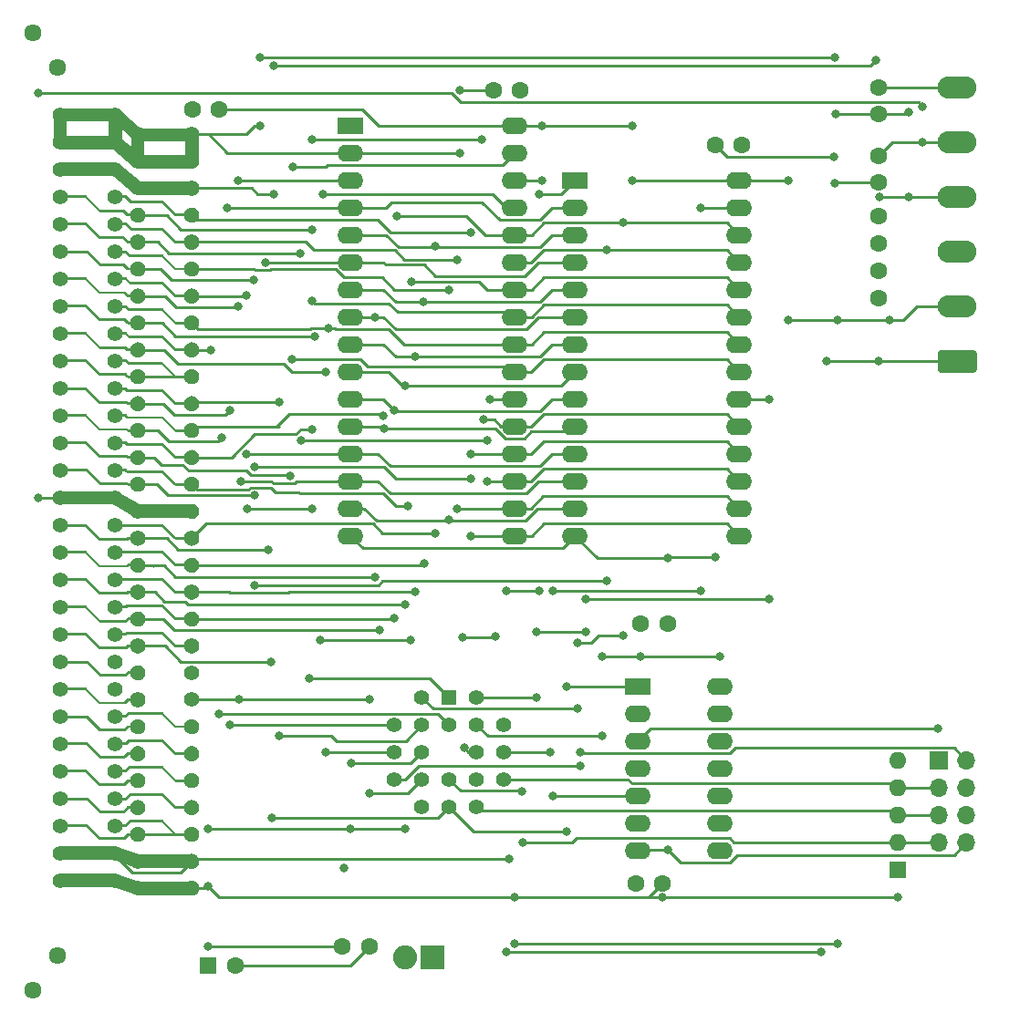
<source format=gbr>
%TF.GenerationSoftware,KiCad,Pcbnew,(5.1.10)-1*%
%TF.CreationDate,2024-12-04T14:35:01+01:00*%
%TF.ProjectId,BasicROM,42617369-6352-44f4-9d2e-6b696361645f,rev?*%
%TF.SameCoordinates,Original*%
%TF.FileFunction,Copper,L2,Bot*%
%TF.FilePolarity,Positive*%
%FSLAX46Y46*%
G04 Gerber Fmt 4.6, Leading zero omitted, Abs format (unit mm)*
G04 Created by KiCad (PCBNEW (5.1.10)-1) date 2024-12-04 14:35:01*
%MOMM*%
%LPD*%
G01*
G04 APERTURE LIST*
%TA.AperFunction,ComponentPad*%
%ADD10O,2.400000X1.600000*%
%TD*%
%TA.AperFunction,ComponentPad*%
%ADD11R,2.400000X1.600000*%
%TD*%
%TA.AperFunction,ComponentPad*%
%ADD12C,1.600000*%
%TD*%
%TA.AperFunction,ComponentPad*%
%ADD13O,3.600000X2.080000*%
%TD*%
%TA.AperFunction,ComponentPad*%
%ADD14C,1.422400*%
%TD*%
%TA.AperFunction,ComponentPad*%
%ADD15R,1.422400X1.422400*%
%TD*%
%TA.AperFunction,ComponentPad*%
%ADD16O,1.600000X1.600000*%
%TD*%
%TA.AperFunction,ComponentPad*%
%ADD17R,1.600000X1.600000*%
%TD*%
%TA.AperFunction,ComponentPad*%
%ADD18O,1.700000X1.700000*%
%TD*%
%TA.AperFunction,ComponentPad*%
%ADD19R,1.700000X1.700000*%
%TD*%
%TA.AperFunction,ComponentPad*%
%ADD20O,2.240000X2.240000*%
%TD*%
%TA.AperFunction,ComponentPad*%
%ADD21R,2.240000X2.240000*%
%TD*%
%TA.AperFunction,SMDPad,CuDef*%
%ADD22C,0.100000*%
%TD*%
%TA.AperFunction,ComponentPad*%
%ADD23C,1.400000*%
%TD*%
%TA.AperFunction,ComponentPad*%
%ADD24C,1.610000*%
%TD*%
%TA.AperFunction,ViaPad*%
%ADD25C,0.800000*%
%TD*%
%TA.AperFunction,Conductor*%
%ADD26C,0.250000*%
%TD*%
G04 APERTURE END LIST*
D10*
%TO.P,U4,14*%
%TO.N,+5P*%
X142748000Y-115316000D03*
%TO.P,U4,7*%
%TO.N,GND*%
X135128000Y-130556000D03*
%TO.P,U4,13*%
%TO.N,N/C*%
X142748000Y-117856000D03*
%TO.P,U4,6*%
%TO.N,Net-(U4-Pad2)*%
X135128000Y-128016000D03*
%TO.P,U4,12*%
%TO.N,N/C*%
X142748000Y-120396000D03*
%TO.P,U4,5*%
%TO.N,Net-(U1-Pad16)*%
X135128000Y-125476000D03*
%TO.P,U4,11*%
%TO.N,N/C*%
X142748000Y-122936000D03*
%TO.P,U4,4*%
%TO.N,Net-(J1-Pad1)*%
X135128000Y-122936000D03*
%TO.P,U4,10*%
%TO.N,N/C*%
X142748000Y-125476000D03*
%TO.P,U4,3*%
%TO.N,Net-(J1-Pad1)*%
X135128000Y-120396000D03*
%TO.P,U4,9*%
%TO.N,N/C*%
X142748000Y-128016000D03*
%TO.P,U4,2*%
%TO.N,Net-(U4-Pad2)*%
X135128000Y-117856000D03*
%TO.P,U4,8*%
%TO.N,N/C*%
X142748000Y-130556000D03*
D11*
%TO.P,U4,1*%
%TO.N,~Reset*%
X135128000Y-115316000D03*
%TD*%
D12*
%TO.P,C7,2*%
%TO.N,GND*%
X134914000Y-133604000D03*
%TO.P,C7,1*%
%TO.N,+5P*%
X137414000Y-133604000D03*
%TD*%
%TO.P,C5,2*%
%TO.N,GND*%
X157480000Y-71668000D03*
%TO.P,C5,1*%
%TO.N,+5P*%
X157480000Y-74168000D03*
%TD*%
D13*
%TO.P,J2,6*%
%TO.N,-12V*%
X164751000Y-59748000D03*
%TO.P,J2,5*%
%TO.N,-5V*%
X164751000Y-64828000D03*
%TO.P,J2,4*%
%TO.N,GND*%
X164751000Y-69908000D03*
%TO.P,J2,3*%
X164751000Y-74988000D03*
%TO.P,J2,2*%
%TO.N,+5P*%
X164751000Y-80068000D03*
%TO.P,J2,1*%
%TO.N,+12P*%
%TA.AperFunction,ComponentPad*%
G36*
G01*
X166301002Y-86188000D02*
X163200998Y-86188000D01*
G75*
G02*
X162951000Y-85938002I0J249998D01*
G01*
X162951000Y-84357998D01*
G75*
G02*
X163200998Y-84108000I249998J0D01*
G01*
X166301002Y-84108000D01*
G75*
G02*
X166551000Y-84357998I0J-249998D01*
G01*
X166551000Y-85938002D01*
G75*
G02*
X166301002Y-86188000I-249998J0D01*
G01*
G37*
%TD.AperFunction*%
%TD*%
D12*
%TO.P,C11,2*%
%TO.N,GND*%
X157480000Y-76748000D03*
%TO.P,C11,1*%
%TO.N,+12P*%
X157480000Y-79248000D03*
%TD*%
%TO.P,C10,2*%
%TO.N,GND*%
X157480000Y-68540000D03*
%TO.P,C10,1*%
%TO.N,-5V*%
X157480000Y-66040000D03*
%TD*%
%TO.P,C9,2*%
%TO.N,GND*%
X157480000Y-62190000D03*
%TO.P,C9,1*%
%TO.N,-12V*%
X157480000Y-59690000D03*
%TD*%
D14*
%TO.P,U1,18*%
%TO.N,N/C*%
X122682000Y-118872000D03*
%TO.P,U1,16*%
%TO.N,Net-(U1-Pad16)*%
X122682000Y-121412000D03*
%TO.P,U1,19*%
%TO.N,Net-(U1-Pad19)*%
X120142000Y-116332000D03*
%TO.P,U1,17*%
%TO.N,Net-(U1-Pad17)*%
X120142000Y-121412000D03*
%TO.P,U1,15*%
%TO.N,Net-(D2-Pad1)*%
X120142000Y-123952000D03*
%TO.P,U1,13*%
%TO.N,Net-(J1-Pad5)*%
X120142000Y-126492000D03*
%TO.P,U1,11*%
%TO.N,~Reset*%
X117602000Y-126492000D03*
%TO.P,U1,9*%
%TO.N,~RD*%
X115062000Y-126492000D03*
%TO.P,U1,14*%
%TO.N,Net-(J1-Pad3)*%
X122682000Y-123952000D03*
%TO.P,U1,12*%
%TO.N,Net-(J1-Pad7)*%
X117602000Y-123952000D03*
%TO.P,U1,10*%
%TO.N,GND*%
X115062000Y-123952000D03*
%TO.P,U1,8*%
%TO.N,Net-(J1-Pad2)*%
X112522000Y-123952000D03*
%TO.P,U1,6*%
%TO.N,Net-(U1-Pad6)*%
X112522000Y-121412000D03*
%TO.P,U1,4*%
%TO.N,A14*%
X112522000Y-118872000D03*
%TO.P,U1,7*%
%TO.N,Net-(D2-Pad2)*%
X115062000Y-121412000D03*
%TO.P,U1,5*%
%TO.N,A15*%
X115062000Y-118872000D03*
%TO.P,U1,3*%
%TO.N,A13*%
X115062000Y-116332000D03*
D15*
%TO.P,U1,1*%
%TO.N,A11*%
X117602000Y-116332000D03*
D14*
%TO.P,U1,20*%
%TO.N,+5P*%
X120142000Y-118872000D03*
%TO.P,U1,2*%
%TO.N,A12*%
X117602000Y-118872000D03*
%TD*%
D12*
%TO.P,C3,2*%
%TO.N,GND*%
X142280000Y-65024000D03*
%TO.P,C3,1*%
%TO.N,+5P*%
X144780000Y-65024000D03*
%TD*%
D10*
%TO.P,U3,32*%
%TO.N,+5P*%
X123698000Y-63246000D03*
%TO.P,U3,16*%
%TO.N,GND*%
X108458000Y-101346000D03*
%TO.P,U3,31*%
%TO.N,A15*%
X123698000Y-65786000D03*
%TO.P,U3,15*%
%TO.N,D2*%
X108458000Y-98806000D03*
%TO.P,U3,30*%
%TO.N,+5P*%
X123698000Y-68326000D03*
%TO.P,U3,14*%
%TO.N,D1*%
X108458000Y-96266000D03*
%TO.P,U3,29*%
%TO.N,~WR*%
X123698000Y-70866000D03*
%TO.P,U3,13*%
%TO.N,D0*%
X108458000Y-93726000D03*
%TO.P,U3,28*%
%TO.N,A13*%
X123698000Y-73406000D03*
%TO.P,U3,12*%
%TO.N,A0*%
X108458000Y-91186000D03*
%TO.P,U3,27*%
%TO.N,A8*%
X123698000Y-75946000D03*
%TO.P,U3,11*%
%TO.N,A1*%
X108458000Y-88646000D03*
%TO.P,U3,26*%
%TO.N,A9*%
X123698000Y-78486000D03*
%TO.P,U3,10*%
%TO.N,A2*%
X108458000Y-86106000D03*
%TO.P,U3,25*%
%TO.N,A11*%
X123698000Y-81026000D03*
%TO.P,U3,9*%
%TO.N,A3*%
X108458000Y-83566000D03*
%TO.P,U3,24*%
%TO.N,~RD*%
X123698000Y-83566000D03*
%TO.P,U3,8*%
%TO.N,A4*%
X108458000Y-81026000D03*
%TO.P,U3,23*%
%TO.N,A10*%
X123698000Y-86106000D03*
%TO.P,U3,7*%
%TO.N,A5*%
X108458000Y-78486000D03*
%TO.P,U3,22*%
%TO.N,Net-(U1-Pad17)*%
X123698000Y-88646000D03*
%TO.P,U3,6*%
%TO.N,A6*%
X108458000Y-75946000D03*
%TO.P,U3,21*%
%TO.N,D7*%
X123698000Y-91186000D03*
%TO.P,U3,5*%
%TO.N,A7*%
X108458000Y-73406000D03*
%TO.P,U3,20*%
%TO.N,D6*%
X123698000Y-93726000D03*
%TO.P,U3,4*%
%TO.N,A12*%
X108458000Y-70866000D03*
%TO.P,U3,19*%
%TO.N,D5*%
X123698000Y-96266000D03*
%TO.P,U3,3*%
%TO.N,A14*%
X108458000Y-68326000D03*
%TO.P,U3,18*%
%TO.N,D4*%
X123698000Y-98806000D03*
%TO.P,U3,2*%
%TO.N,GND*%
X108458000Y-65786000D03*
%TO.P,U3,17*%
%TO.N,D3*%
X123698000Y-101346000D03*
D11*
%TO.P,U3,1*%
%TO.N,N/C*%
X108458000Y-63246000D03*
%TD*%
D10*
%TO.P,U2,28*%
%TO.N,+5P*%
X144526000Y-68326000D03*
%TO.P,U2,14*%
%TO.N,GND*%
X129286000Y-101346000D03*
%TO.P,U2,27*%
%TO.N,N/C*%
X144526000Y-70866000D03*
%TO.P,U2,13*%
%TO.N,D2*%
X129286000Y-98806000D03*
%TO.P,U2,26*%
%TO.N,A13*%
X144526000Y-73406000D03*
%TO.P,U2,12*%
%TO.N,D1*%
X129286000Y-96266000D03*
%TO.P,U2,25*%
%TO.N,A8*%
X144526000Y-75946000D03*
%TO.P,U2,11*%
%TO.N,D0*%
X129286000Y-93726000D03*
%TO.P,U2,24*%
%TO.N,A9*%
X144526000Y-78486000D03*
%TO.P,U2,10*%
%TO.N,A0*%
X129286000Y-91186000D03*
%TO.P,U2,23*%
%TO.N,A11*%
X144526000Y-81026000D03*
%TO.P,U2,9*%
%TO.N,A1*%
X129286000Y-88646000D03*
%TO.P,U2,22*%
%TO.N,~RD*%
X144526000Y-83566000D03*
%TO.P,U2,8*%
%TO.N,A2*%
X129286000Y-86106000D03*
%TO.P,U2,21*%
%TO.N,A10*%
X144526000Y-86106000D03*
%TO.P,U2,7*%
%TO.N,A3*%
X129286000Y-83566000D03*
%TO.P,U2,20*%
%TO.N,Net-(U1-Pad19)*%
X144526000Y-88646000D03*
%TO.P,U2,6*%
%TO.N,A4*%
X129286000Y-81026000D03*
%TO.P,U2,19*%
%TO.N,D7*%
X144526000Y-91186000D03*
%TO.P,U2,5*%
%TO.N,A5*%
X129286000Y-78486000D03*
%TO.P,U2,18*%
%TO.N,D6*%
X144526000Y-93726000D03*
%TO.P,U2,4*%
%TO.N,A6*%
X129286000Y-75946000D03*
%TO.P,U2,17*%
%TO.N,D5*%
X144526000Y-96266000D03*
%TO.P,U2,3*%
%TO.N,A7*%
X129286000Y-73406000D03*
%TO.P,U2,16*%
%TO.N,D4*%
X144526000Y-98806000D03*
%TO.P,U2,2*%
%TO.N,A12*%
X129286000Y-70866000D03*
%TO.P,U2,15*%
%TO.N,D3*%
X144526000Y-101346000D03*
D11*
%TO.P,U2,1*%
%TO.N,N/C*%
X129286000Y-68326000D03*
%TD*%
D16*
%TO.P,RN1,5*%
%TO.N,N/C*%
X159258000Y-122174000D03*
%TO.P,RN1,4*%
%TO.N,Net-(J1-Pad3)*%
X159258000Y-124714000D03*
%TO.P,RN1,3*%
%TO.N,Net-(J1-Pad5)*%
X159258000Y-127254000D03*
%TO.P,RN1,2*%
%TO.N,Net-(J1-Pad7)*%
X159258000Y-129794000D03*
D17*
%TO.P,RN1,1*%
%TO.N,+5P*%
X159258000Y-132334000D03*
%TD*%
D18*
%TO.P,J1,8*%
%TO.N,GND*%
X165608000Y-129794000D03*
%TO.P,J1,7*%
%TO.N,Net-(J1-Pad7)*%
X163068000Y-129794000D03*
%TO.P,J1,6*%
%TO.N,GND*%
X165608000Y-127254000D03*
%TO.P,J1,5*%
%TO.N,Net-(J1-Pad5)*%
X163068000Y-127254000D03*
%TO.P,J1,4*%
%TO.N,GND*%
X165608000Y-124714000D03*
%TO.P,J1,3*%
%TO.N,Net-(J1-Pad3)*%
X163068000Y-124714000D03*
%TO.P,J1,2*%
%TO.N,Net-(J1-Pad2)*%
X165608000Y-122174000D03*
D19*
%TO.P,J1,1*%
%TO.N,Net-(J1-Pad1)*%
X163068000Y-122174000D03*
%TD*%
D20*
%TO.P,D2,2*%
%TO.N,Net-(D2-Pad2)*%
X113538000Y-140462000D03*
D21*
%TO.P,D2,1*%
%TO.N,Net-(D2-Pad1)*%
X116078000Y-140462000D03*
%TD*%
D12*
%TO.P,C8,2*%
%TO.N,GND*%
X110196000Y-139446000D03*
%TO.P,C8,1*%
%TO.N,+5P*%
X107696000Y-139446000D03*
%TD*%
%TO.P,C6,2*%
%TO.N,GND*%
X97750000Y-141224000D03*
D17*
%TO.P,C6,1*%
%TO.N,+5P*%
X95250000Y-141224000D03*
%TD*%
D12*
%TO.P,C4,2*%
%TO.N,GND*%
X121706000Y-59944000D03*
%TO.P,C4,1*%
%TO.N,+5P*%
X124206000Y-59944000D03*
%TD*%
%TO.P,C2,2*%
%TO.N,GND*%
X93766000Y-61722000D03*
%TO.P,C2,1*%
%TO.N,+5P*%
X96266000Y-61722000D03*
%TD*%
%TO.P,C1,2*%
%TO.N,GND*%
X137882000Y-109474000D03*
%TO.P,C1,1*%
%TO.N,+5P*%
X135382000Y-109474000D03*
%TD*%
%TA.AperFunction,SMDPad,CuDef*%
D22*
%TO.P,X1,C15*%
%TO.N,-5V*%
G36*
X94392424Y-99162711D02*
G01*
X94379022Y-99230086D01*
X94359081Y-99295823D01*
X94332793Y-99359289D01*
X94300410Y-99419872D01*
X94262245Y-99476990D01*
X94218666Y-99530091D01*
X94170091Y-99578666D01*
X94116990Y-99622245D01*
X94059872Y-99660410D01*
X93999289Y-99692793D01*
X93935823Y-99719081D01*
X93870086Y-99739022D01*
X93802711Y-99752424D01*
X93734347Y-99759157D01*
X93665653Y-99759157D01*
X93597289Y-99752424D01*
X93529914Y-99739022D01*
X93464177Y-99719081D01*
X93400711Y-99692793D01*
X93386132Y-99685000D01*
X88700000Y-99685000D01*
X88691274Y-99684939D01*
X88680592Y-99684267D01*
X88669876Y-99684274D01*
X88650129Y-99682350D01*
X88630332Y-99681105D01*
X88619754Y-99679392D01*
X88609101Y-99678354D01*
X88589645Y-99674515D01*
X88570055Y-99671342D01*
X88559702Y-99668607D01*
X88549193Y-99666533D01*
X88530194Y-99660810D01*
X88511019Y-99655744D01*
X88500980Y-99652011D01*
X88490726Y-99648922D01*
X88472391Y-99641379D01*
X88453786Y-99634460D01*
X88444154Y-99629762D01*
X88434256Y-99625690D01*
X88416744Y-99616393D01*
X88398904Y-99607692D01*
X88389777Y-99602077D01*
X88380323Y-99597058D01*
X86428066Y-98435000D01*
X81500000Y-98435000D01*
X81491274Y-98434939D01*
X81430332Y-98431105D01*
X81370055Y-98421342D01*
X81311019Y-98405744D01*
X81253786Y-98384460D01*
X81198904Y-98357692D01*
X81146896Y-98325696D01*
X81098258Y-98288778D01*
X81053455Y-98247290D01*
X81012914Y-98201627D01*
X80977022Y-98152227D01*
X80946123Y-98099560D01*
X80920510Y-98044129D01*
X80900429Y-97986463D01*
X80886070Y-97927113D01*
X80877572Y-97866645D01*
X80875015Y-97805637D01*
X80878424Y-97744670D01*
X80887765Y-97684326D01*
X80902951Y-97625182D01*
X80923836Y-97567803D01*
X80950220Y-97512735D01*
X80981852Y-97460504D01*
X81018429Y-97411610D01*
X81059604Y-97366518D01*
X81104982Y-97325660D01*
X81154130Y-97289424D01*
X81206580Y-97258158D01*
X81261831Y-97232159D01*
X81319355Y-97211675D01*
X81378604Y-97196903D01*
X81439011Y-97187983D01*
X81500000Y-97185000D01*
X86600000Y-97185000D01*
X86608726Y-97185061D01*
X86619421Y-97185734D01*
X86630125Y-97185727D01*
X86649853Y-97187648D01*
X86669668Y-97188895D01*
X86680248Y-97190609D01*
X86690899Y-97191646D01*
X86710355Y-97195485D01*
X86729945Y-97198658D01*
X86740298Y-97201393D01*
X86750807Y-97203467D01*
X86769809Y-97209190D01*
X86788981Y-97214256D01*
X86799017Y-97217988D01*
X86809275Y-97221078D01*
X86827616Y-97228624D01*
X86846214Y-97235540D01*
X86855846Y-97240238D01*
X86865744Y-97244310D01*
X86883256Y-97253607D01*
X86901096Y-97262308D01*
X86910223Y-97267923D01*
X86919677Y-97272942D01*
X88871935Y-98435000D01*
X93386132Y-98435000D01*
X93400711Y-98427207D01*
X93464177Y-98400919D01*
X93529914Y-98380978D01*
X93597289Y-98367576D01*
X93665653Y-98360843D01*
X93734347Y-98360843D01*
X93802711Y-98367576D01*
X93870086Y-98380978D01*
X93935823Y-98400919D01*
X93999289Y-98427207D01*
X94059872Y-98459590D01*
X94116990Y-98497755D01*
X94170091Y-98541334D01*
X94218666Y-98589909D01*
X94262245Y-98643010D01*
X94300410Y-98700128D01*
X94332793Y-98760711D01*
X94359081Y-98824177D01*
X94379022Y-98889914D01*
X94392424Y-98957289D01*
X94399157Y-99025653D01*
X94399157Y-99094347D01*
X94392424Y-99162711D01*
G37*
%TD.AperFunction*%
%TA.AperFunction,SMDPad,CuDef*%
%TO.P,X1,C29*%
%TO.N,+5P*%
G36*
X94392424Y-134162711D02*
G01*
X94379022Y-134230086D01*
X94359081Y-134295823D01*
X94332793Y-134359289D01*
X94300410Y-134419872D01*
X94262245Y-134476990D01*
X94218666Y-134530091D01*
X94170091Y-134578666D01*
X94116990Y-134622245D01*
X94059872Y-134660410D01*
X93999289Y-134692793D01*
X93935823Y-134719081D01*
X93870086Y-134739022D01*
X93802711Y-134752424D01*
X93734347Y-134759157D01*
X93665653Y-134759157D01*
X93597289Y-134752424D01*
X93529914Y-134739022D01*
X93464177Y-134719081D01*
X93400711Y-134692793D01*
X93386132Y-134685000D01*
X88700000Y-134685000D01*
X88691274Y-134684939D01*
X88686731Y-134684653D01*
X88682168Y-134684746D01*
X88656238Y-134682735D01*
X88630332Y-134681105D01*
X88625836Y-134680377D01*
X88621288Y-134680024D01*
X88595704Y-134675496D01*
X88570055Y-134671342D01*
X88565644Y-134670177D01*
X88561160Y-134669383D01*
X88536146Y-134662383D01*
X88511019Y-134655744D01*
X88506749Y-134654156D01*
X88502357Y-134652927D01*
X86498577Y-133985000D01*
X81500000Y-133985000D01*
X81491274Y-133984939D01*
X81430332Y-133981105D01*
X81370055Y-133971342D01*
X81311019Y-133955744D01*
X81253786Y-133934460D01*
X81198904Y-133907692D01*
X81146896Y-133875696D01*
X81098258Y-133838778D01*
X81053455Y-133797290D01*
X81012914Y-133751627D01*
X80977022Y-133702227D01*
X80946123Y-133649560D01*
X80920510Y-133594129D01*
X80900429Y-133536463D01*
X80886070Y-133477113D01*
X80877572Y-133416645D01*
X80875015Y-133355637D01*
X80878424Y-133294670D01*
X80887765Y-133234326D01*
X80902951Y-133175182D01*
X80923836Y-133117803D01*
X80950220Y-133062735D01*
X80981852Y-133010504D01*
X81018429Y-132961610D01*
X81059604Y-132916518D01*
X81104982Y-132875660D01*
X81154130Y-132839424D01*
X81206580Y-132808158D01*
X81261831Y-132782159D01*
X81319355Y-132761675D01*
X81378604Y-132746903D01*
X81439011Y-132737983D01*
X81500000Y-132735000D01*
X86600000Y-132735000D01*
X86608726Y-132735061D01*
X86613269Y-132735347D01*
X86617832Y-132735254D01*
X86643762Y-132737265D01*
X86669668Y-132738895D01*
X86674164Y-132739623D01*
X86678712Y-132739976D01*
X86704324Y-132744508D01*
X86729945Y-132748658D01*
X86734346Y-132749821D01*
X86738840Y-132750616D01*
X86763883Y-132757625D01*
X86788981Y-132764256D01*
X86793253Y-132765845D01*
X86797642Y-132767073D01*
X88801423Y-133435000D01*
X93386132Y-133435000D01*
X93400711Y-133427207D01*
X93464177Y-133400919D01*
X93529914Y-133380978D01*
X93597289Y-133367576D01*
X93665653Y-133360843D01*
X93734347Y-133360843D01*
X93802711Y-133367576D01*
X93870086Y-133380978D01*
X93935823Y-133400919D01*
X93999289Y-133427207D01*
X94059872Y-133459590D01*
X94116990Y-133497755D01*
X94170091Y-133541334D01*
X94218666Y-133589909D01*
X94262245Y-133643010D01*
X94300410Y-133700128D01*
X94332793Y-133760711D01*
X94359081Y-133824177D01*
X94379022Y-133889914D01*
X94392424Y-133957289D01*
X94399157Y-134025653D01*
X94399157Y-134094347D01*
X94392424Y-134162711D01*
G37*
%TD.AperFunction*%
%TA.AperFunction,SMDPad,CuDef*%
%TO.P,X1,C28*%
%TO.N,+12P*%
G36*
X94392424Y-131662711D02*
G01*
X94379022Y-131730086D01*
X94359081Y-131795823D01*
X94332793Y-131859289D01*
X94300410Y-131919872D01*
X94262245Y-131976990D01*
X94218666Y-132030091D01*
X94170091Y-132078666D01*
X94116990Y-132122245D01*
X94059872Y-132160410D01*
X93999289Y-132192793D01*
X93935823Y-132219081D01*
X93870086Y-132239022D01*
X93802711Y-132252424D01*
X93734347Y-132259157D01*
X93665653Y-132259157D01*
X93597289Y-132252424D01*
X93529914Y-132239022D01*
X93464177Y-132219081D01*
X93400711Y-132192793D01*
X93386132Y-132185000D01*
X88700000Y-132185000D01*
X88691274Y-132184939D01*
X88680091Y-132184235D01*
X88668882Y-132184225D01*
X88649633Y-132182319D01*
X88630332Y-132181105D01*
X88619268Y-132179313D01*
X88608117Y-132178209D01*
X88589150Y-132174435D01*
X88570055Y-132171342D01*
X88559217Y-132168479D01*
X88548229Y-132166292D01*
X88529717Y-132160684D01*
X88511019Y-132155744D01*
X88500521Y-132151840D01*
X88489789Y-132148589D01*
X86491741Y-131435000D01*
X81500000Y-131435000D01*
X81491274Y-131434939D01*
X81430332Y-131431105D01*
X81370055Y-131421342D01*
X81311019Y-131405744D01*
X81253786Y-131384460D01*
X81198904Y-131357692D01*
X81146896Y-131325696D01*
X81098258Y-131288778D01*
X81053455Y-131247290D01*
X81012914Y-131201627D01*
X80977022Y-131152227D01*
X80946123Y-131099560D01*
X80920510Y-131044129D01*
X80900429Y-130986463D01*
X80886070Y-130927113D01*
X80877572Y-130866645D01*
X80875015Y-130805637D01*
X80878424Y-130744670D01*
X80887765Y-130684326D01*
X80902951Y-130625182D01*
X80923836Y-130567803D01*
X80950220Y-130512735D01*
X80981852Y-130460504D01*
X81018429Y-130411610D01*
X81059604Y-130366518D01*
X81104982Y-130325660D01*
X81154130Y-130289424D01*
X81206580Y-130258158D01*
X81261831Y-130232159D01*
X81319355Y-130211675D01*
X81378604Y-130196903D01*
X81439011Y-130187983D01*
X81500000Y-130185000D01*
X86600000Y-130185000D01*
X86608726Y-130185061D01*
X86619909Y-130185765D01*
X86631118Y-130185775D01*
X86650367Y-130187681D01*
X86669668Y-130188895D01*
X86680732Y-130190687D01*
X86691883Y-130191791D01*
X86710850Y-130195565D01*
X86729945Y-130198658D01*
X86740783Y-130201521D01*
X86751771Y-130203708D01*
X86770281Y-130209315D01*
X86788981Y-130214256D01*
X86799482Y-130218161D01*
X86810210Y-130221411D01*
X88808259Y-130935000D01*
X93386132Y-130935000D01*
X93400711Y-130927207D01*
X93464177Y-130900919D01*
X93529914Y-130880978D01*
X93597289Y-130867576D01*
X93665653Y-130860843D01*
X93734347Y-130860843D01*
X93802711Y-130867576D01*
X93870086Y-130880978D01*
X93935823Y-130900919D01*
X93999289Y-130927207D01*
X94059872Y-130959590D01*
X94116990Y-130997755D01*
X94170091Y-131041334D01*
X94218666Y-131089909D01*
X94262245Y-131143010D01*
X94300410Y-131200128D01*
X94332793Y-131260711D01*
X94359081Y-131324177D01*
X94379022Y-131389914D01*
X94392424Y-131457289D01*
X94399157Y-131525653D01*
X94399157Y-131594347D01*
X94392424Y-131662711D01*
G37*
%TD.AperFunction*%
%TA.AperFunction,SMDPad,CuDef*%
%TO.P,X1,A27*%
%TO.N,Net-(X1-PadA27)*%
G36*
X89392424Y-129162711D02*
G01*
X89379022Y-129230086D01*
X89359081Y-129295823D01*
X89332793Y-129359289D01*
X89300410Y-129419872D01*
X89262245Y-129476990D01*
X89218666Y-129530091D01*
X89170091Y-129578666D01*
X89116990Y-129622245D01*
X89059872Y-129660410D01*
X88999289Y-129692793D01*
X88935823Y-129719081D01*
X88870086Y-129739022D01*
X88802711Y-129752424D01*
X88734347Y-129759157D01*
X88665653Y-129759157D01*
X88597289Y-129752424D01*
X88529914Y-129739022D01*
X88464177Y-129719081D01*
X88400711Y-129692793D01*
X88340128Y-129660410D01*
X88283010Y-129622245D01*
X88229909Y-129578666D01*
X88181334Y-129530091D01*
X88137755Y-129476990D01*
X88099590Y-129419872D01*
X88067207Y-129359289D01*
X88040919Y-129295823D01*
X88020978Y-129230086D01*
X88012010Y-129185000D01*
X87851776Y-129185000D01*
X87488389Y-129548388D01*
X87488102Y-129548671D01*
X87488079Y-129548696D01*
X87488050Y-129548722D01*
X87487146Y-129549613D01*
X87483064Y-129553212D01*
X87479004Y-129556868D01*
X87478475Y-129557258D01*
X87477985Y-129557690D01*
X87473585Y-129560863D01*
X87469174Y-129564115D01*
X87468607Y-129564453D01*
X87468080Y-129564833D01*
X87463355Y-129567584D01*
X87458684Y-129570368D01*
X87458100Y-129570643D01*
X87457526Y-129570977D01*
X87452512Y-129573272D01*
X87447634Y-129575568D01*
X87447021Y-129575786D01*
X87446421Y-129576061D01*
X87441274Y-129577833D01*
X87436129Y-129579665D01*
X87435486Y-129579825D01*
X87434874Y-129580036D01*
X87429579Y-129581298D01*
X87424279Y-129582619D01*
X87423637Y-129582714D01*
X87422994Y-129582867D01*
X87417559Y-129583611D01*
X87412198Y-129584403D01*
X87411545Y-129584435D01*
X87410895Y-129584524D01*
X87405451Y-129584733D01*
X87400000Y-129585000D01*
X85200000Y-129585000D01*
X85199602Y-129584997D01*
X85199564Y-129584999D01*
X85199520Y-129584997D01*
X85198255Y-129584988D01*
X85192787Y-129584644D01*
X85187368Y-129584360D01*
X85186722Y-129584262D01*
X85186066Y-129584221D01*
X85180699Y-129583351D01*
X85175293Y-129582534D01*
X85174653Y-129582372D01*
X85174011Y-129582268D01*
X85168749Y-129580878D01*
X85163454Y-129579538D01*
X85162841Y-129579317D01*
X85162204Y-129579149D01*
X85157061Y-129577237D01*
X85151963Y-129575401D01*
X85151375Y-129575122D01*
X85150757Y-129574892D01*
X85145861Y-129572504D01*
X85140931Y-129570163D01*
X85140365Y-129569823D01*
X85139781Y-129569538D01*
X85135123Y-129566673D01*
X85130463Y-129563872D01*
X85129944Y-129563487D01*
X85129379Y-129563139D01*
X85124977Y-129559798D01*
X85120659Y-129556591D01*
X85120180Y-129556157D01*
X85119652Y-129555756D01*
X85115634Y-129552036D01*
X85111611Y-129548388D01*
X83948224Y-128385000D01*
X81500000Y-128385000D01*
X81498255Y-128384988D01*
X81486066Y-128384221D01*
X81474011Y-128382268D01*
X81462204Y-128379149D01*
X81450757Y-128374892D01*
X81439781Y-128369538D01*
X81429379Y-128363139D01*
X81419652Y-128355756D01*
X81410691Y-128347458D01*
X81402583Y-128338325D01*
X81395404Y-128328445D01*
X81389225Y-128317912D01*
X81384102Y-128306826D01*
X81380086Y-128295293D01*
X81377214Y-128283423D01*
X81375514Y-128271329D01*
X81375003Y-128259127D01*
X81375685Y-128246934D01*
X81377553Y-128234865D01*
X81380590Y-128223036D01*
X81384767Y-128211561D01*
X81390044Y-128200547D01*
X81396370Y-128190101D01*
X81403686Y-128180322D01*
X81411921Y-128171304D01*
X81420996Y-128163132D01*
X81430826Y-128155885D01*
X81441316Y-128149632D01*
X81452366Y-128144432D01*
X81463871Y-128140335D01*
X81475721Y-128137381D01*
X81487802Y-128135597D01*
X81500000Y-128135000D01*
X84000000Y-128135000D01*
X84000398Y-128135003D01*
X84000436Y-128135001D01*
X84000480Y-128135003D01*
X84001745Y-128135012D01*
X84007213Y-128135356D01*
X84012632Y-128135640D01*
X84013278Y-128135738D01*
X84013934Y-128135779D01*
X84019301Y-128136649D01*
X84024707Y-128137466D01*
X84025347Y-128137628D01*
X84025989Y-128137732D01*
X84031251Y-128139122D01*
X84036546Y-128140462D01*
X84037159Y-128140683D01*
X84037796Y-128140851D01*
X84042939Y-128142763D01*
X84048037Y-128144599D01*
X84048625Y-128144878D01*
X84049243Y-128145108D01*
X84054139Y-128147496D01*
X84059069Y-128149837D01*
X84059635Y-128150177D01*
X84060219Y-128150462D01*
X84064838Y-128153303D01*
X84069537Y-128156127D01*
X84070063Y-128156518D01*
X84070621Y-128156861D01*
X84074996Y-128160182D01*
X84079341Y-128163409D01*
X84079819Y-128163843D01*
X84080348Y-128164244D01*
X84084392Y-128167988D01*
X84088388Y-128171612D01*
X85251777Y-129335000D01*
X87348223Y-129335000D01*
X87711612Y-128971612D01*
X87711893Y-128971334D01*
X87711921Y-128971304D01*
X87711955Y-128971273D01*
X87712854Y-128970386D01*
X87716965Y-128966762D01*
X87720996Y-128963132D01*
X87721525Y-128962742D01*
X87722015Y-128962310D01*
X87726443Y-128959117D01*
X87730826Y-128955885D01*
X87731386Y-128955551D01*
X87731920Y-128955166D01*
X87736666Y-128952404D01*
X87741316Y-128949632D01*
X87741904Y-128949355D01*
X87742475Y-128949023D01*
X87747468Y-128946737D01*
X87752366Y-128944432D01*
X87752979Y-128944214D01*
X87753579Y-128943939D01*
X87758726Y-128942167D01*
X87763871Y-128940335D01*
X87764514Y-128940175D01*
X87765126Y-128939964D01*
X87770421Y-128938702D01*
X87775721Y-128937381D01*
X87776363Y-128937286D01*
X87777006Y-128937133D01*
X87782441Y-128936389D01*
X87787802Y-128935597D01*
X87788455Y-128935565D01*
X87789105Y-128935476D01*
X87794549Y-128935267D01*
X87800000Y-128935000D01*
X88012010Y-128935000D01*
X88020978Y-128889914D01*
X88040919Y-128824177D01*
X88067207Y-128760711D01*
X88099590Y-128700128D01*
X88137755Y-128643010D01*
X88181334Y-128589909D01*
X88229909Y-128541334D01*
X88283010Y-128497755D01*
X88340128Y-128459590D01*
X88400711Y-128427207D01*
X88464177Y-128400919D01*
X88529914Y-128380978D01*
X88597289Y-128367576D01*
X88665653Y-128360843D01*
X88734347Y-128360843D01*
X88802711Y-128367576D01*
X88870086Y-128380978D01*
X88935823Y-128400919D01*
X88999289Y-128427207D01*
X89059872Y-128459590D01*
X89116990Y-128497755D01*
X89170091Y-128541334D01*
X89218666Y-128589909D01*
X89262245Y-128643010D01*
X89300410Y-128700128D01*
X89332793Y-128760711D01*
X89359081Y-128824177D01*
X89379022Y-128889914D01*
X89392424Y-128957289D01*
X89399157Y-129025653D01*
X89399157Y-129094347D01*
X89392424Y-129162711D01*
G37*
%TD.AperFunction*%
%TA.AperFunction,SMDPad,CuDef*%
%TO.P,X1,A26*%
%TO.N,Net-(X1-PadA26)*%
G36*
X89392424Y-126662711D02*
G01*
X89379022Y-126730086D01*
X89359081Y-126795823D01*
X89332793Y-126859289D01*
X89300410Y-126919872D01*
X89262245Y-126976990D01*
X89218666Y-127030091D01*
X89170091Y-127078666D01*
X89116990Y-127122245D01*
X89059872Y-127160410D01*
X88999289Y-127192793D01*
X88935823Y-127219081D01*
X88870086Y-127239022D01*
X88802711Y-127252424D01*
X88734347Y-127259157D01*
X88665653Y-127259157D01*
X88597289Y-127252424D01*
X88529914Y-127239022D01*
X88464177Y-127219081D01*
X88400711Y-127192793D01*
X88340128Y-127160410D01*
X88283010Y-127122245D01*
X88229909Y-127078666D01*
X88181334Y-127030091D01*
X88137755Y-126976990D01*
X88099590Y-126919872D01*
X88067207Y-126859289D01*
X88040919Y-126795823D01*
X88020978Y-126730086D01*
X88012010Y-126685000D01*
X87851776Y-126685000D01*
X87488389Y-127048388D01*
X87488102Y-127048671D01*
X87488079Y-127048696D01*
X87488050Y-127048722D01*
X87487146Y-127049613D01*
X87483064Y-127053212D01*
X87479004Y-127056868D01*
X87478475Y-127057258D01*
X87477985Y-127057690D01*
X87473585Y-127060863D01*
X87469174Y-127064115D01*
X87468607Y-127064453D01*
X87468080Y-127064833D01*
X87463355Y-127067584D01*
X87458684Y-127070368D01*
X87458100Y-127070643D01*
X87457526Y-127070977D01*
X87452512Y-127073272D01*
X87447634Y-127075568D01*
X87447021Y-127075786D01*
X87446421Y-127076061D01*
X87441274Y-127077833D01*
X87436129Y-127079665D01*
X87435486Y-127079825D01*
X87434874Y-127080036D01*
X87429579Y-127081298D01*
X87424279Y-127082619D01*
X87423637Y-127082714D01*
X87422994Y-127082867D01*
X87417559Y-127083611D01*
X87412198Y-127084403D01*
X87411545Y-127084435D01*
X87410895Y-127084524D01*
X87405451Y-127084733D01*
X87400000Y-127085000D01*
X85200000Y-127085000D01*
X85199602Y-127084997D01*
X85199564Y-127084999D01*
X85199520Y-127084997D01*
X85198255Y-127084988D01*
X85192787Y-127084644D01*
X85187368Y-127084360D01*
X85186722Y-127084262D01*
X85186066Y-127084221D01*
X85180699Y-127083351D01*
X85175293Y-127082534D01*
X85174653Y-127082372D01*
X85174011Y-127082268D01*
X85168749Y-127080878D01*
X85163454Y-127079538D01*
X85162841Y-127079317D01*
X85162204Y-127079149D01*
X85157061Y-127077237D01*
X85151963Y-127075401D01*
X85151375Y-127075122D01*
X85150757Y-127074892D01*
X85145861Y-127072504D01*
X85140931Y-127070163D01*
X85140365Y-127069823D01*
X85139781Y-127069538D01*
X85135123Y-127066673D01*
X85130463Y-127063872D01*
X85129944Y-127063487D01*
X85129379Y-127063139D01*
X85124977Y-127059798D01*
X85120659Y-127056591D01*
X85120180Y-127056157D01*
X85119652Y-127055756D01*
X85115634Y-127052036D01*
X85111611Y-127048388D01*
X83948224Y-125885000D01*
X81500000Y-125885000D01*
X81498255Y-125884988D01*
X81486066Y-125884221D01*
X81474011Y-125882268D01*
X81462204Y-125879149D01*
X81450757Y-125874892D01*
X81439781Y-125869538D01*
X81429379Y-125863139D01*
X81419652Y-125855756D01*
X81410691Y-125847458D01*
X81402583Y-125838325D01*
X81395404Y-125828445D01*
X81389225Y-125817912D01*
X81384102Y-125806826D01*
X81380086Y-125795293D01*
X81377214Y-125783423D01*
X81375514Y-125771329D01*
X81375003Y-125759127D01*
X81375685Y-125746934D01*
X81377553Y-125734865D01*
X81380590Y-125723036D01*
X81384767Y-125711561D01*
X81390044Y-125700547D01*
X81396370Y-125690101D01*
X81403686Y-125680322D01*
X81411921Y-125671304D01*
X81420996Y-125663132D01*
X81430826Y-125655885D01*
X81441316Y-125649632D01*
X81452366Y-125644432D01*
X81463871Y-125640335D01*
X81475721Y-125637381D01*
X81487802Y-125635597D01*
X81500000Y-125635000D01*
X84000000Y-125635000D01*
X84000398Y-125635003D01*
X84000436Y-125635001D01*
X84000480Y-125635003D01*
X84001745Y-125635012D01*
X84007213Y-125635356D01*
X84012632Y-125635640D01*
X84013278Y-125635738D01*
X84013934Y-125635779D01*
X84019301Y-125636649D01*
X84024707Y-125637466D01*
X84025347Y-125637628D01*
X84025989Y-125637732D01*
X84031251Y-125639122D01*
X84036546Y-125640462D01*
X84037159Y-125640683D01*
X84037796Y-125640851D01*
X84042939Y-125642763D01*
X84048037Y-125644599D01*
X84048625Y-125644878D01*
X84049243Y-125645108D01*
X84054139Y-125647496D01*
X84059069Y-125649837D01*
X84059635Y-125650177D01*
X84060219Y-125650462D01*
X84064838Y-125653303D01*
X84069537Y-125656127D01*
X84070063Y-125656518D01*
X84070621Y-125656861D01*
X84074996Y-125660182D01*
X84079341Y-125663409D01*
X84079819Y-125663843D01*
X84080348Y-125664244D01*
X84084392Y-125667988D01*
X84088388Y-125671612D01*
X85251777Y-126835000D01*
X87348223Y-126835000D01*
X87711612Y-126471612D01*
X87711893Y-126471334D01*
X87711921Y-126471304D01*
X87711955Y-126471273D01*
X87712854Y-126470386D01*
X87716965Y-126466762D01*
X87720996Y-126463132D01*
X87721525Y-126462742D01*
X87722015Y-126462310D01*
X87726443Y-126459117D01*
X87730826Y-126455885D01*
X87731386Y-126455551D01*
X87731920Y-126455166D01*
X87736666Y-126452404D01*
X87741316Y-126449632D01*
X87741904Y-126449355D01*
X87742475Y-126449023D01*
X87747468Y-126446737D01*
X87752366Y-126444432D01*
X87752979Y-126444214D01*
X87753579Y-126443939D01*
X87758726Y-126442167D01*
X87763871Y-126440335D01*
X87764514Y-126440175D01*
X87765126Y-126439964D01*
X87770421Y-126438702D01*
X87775721Y-126437381D01*
X87776363Y-126437286D01*
X87777006Y-126437133D01*
X87782441Y-126436389D01*
X87787802Y-126435597D01*
X87788455Y-126435565D01*
X87789105Y-126435476D01*
X87794549Y-126435267D01*
X87800000Y-126435000D01*
X88012010Y-126435000D01*
X88020978Y-126389914D01*
X88040919Y-126324177D01*
X88067207Y-126260711D01*
X88099590Y-126200128D01*
X88137755Y-126143010D01*
X88181334Y-126089909D01*
X88229909Y-126041334D01*
X88283010Y-125997755D01*
X88340128Y-125959590D01*
X88400711Y-125927207D01*
X88464177Y-125900919D01*
X88529914Y-125880978D01*
X88597289Y-125867576D01*
X88665653Y-125860843D01*
X88734347Y-125860843D01*
X88802711Y-125867576D01*
X88870086Y-125880978D01*
X88935823Y-125900919D01*
X88999289Y-125927207D01*
X89059872Y-125959590D01*
X89116990Y-125997755D01*
X89170091Y-126041334D01*
X89218666Y-126089909D01*
X89262245Y-126143010D01*
X89300410Y-126200128D01*
X89332793Y-126260711D01*
X89359081Y-126324177D01*
X89379022Y-126389914D01*
X89392424Y-126457289D01*
X89399157Y-126525653D01*
X89399157Y-126594347D01*
X89392424Y-126662711D01*
G37*
%TD.AperFunction*%
%TA.AperFunction,SMDPad,CuDef*%
%TO.P,X1,A25*%
%TO.N,Net-(X1-PadA25)*%
G36*
X89392424Y-124162711D02*
G01*
X89379022Y-124230086D01*
X89359081Y-124295823D01*
X89332793Y-124359289D01*
X89300410Y-124419872D01*
X89262245Y-124476990D01*
X89218666Y-124530091D01*
X89170091Y-124578666D01*
X89116990Y-124622245D01*
X89059872Y-124660410D01*
X88999289Y-124692793D01*
X88935823Y-124719081D01*
X88870086Y-124739022D01*
X88802711Y-124752424D01*
X88734347Y-124759157D01*
X88665653Y-124759157D01*
X88597289Y-124752424D01*
X88529914Y-124739022D01*
X88464177Y-124719081D01*
X88400711Y-124692793D01*
X88340128Y-124660410D01*
X88283010Y-124622245D01*
X88229909Y-124578666D01*
X88181334Y-124530091D01*
X88137755Y-124476990D01*
X88099590Y-124419872D01*
X88067207Y-124359289D01*
X88040919Y-124295823D01*
X88020978Y-124230086D01*
X88012010Y-124185000D01*
X87851776Y-124185000D01*
X87488389Y-124548388D01*
X87488102Y-124548671D01*
X87488079Y-124548696D01*
X87488050Y-124548722D01*
X87487146Y-124549613D01*
X87483064Y-124553212D01*
X87479004Y-124556868D01*
X87478475Y-124557258D01*
X87477985Y-124557690D01*
X87473585Y-124560863D01*
X87469174Y-124564115D01*
X87468607Y-124564453D01*
X87468080Y-124564833D01*
X87463355Y-124567584D01*
X87458684Y-124570368D01*
X87458100Y-124570643D01*
X87457526Y-124570977D01*
X87452512Y-124573272D01*
X87447634Y-124575568D01*
X87447021Y-124575786D01*
X87446421Y-124576061D01*
X87441274Y-124577833D01*
X87436129Y-124579665D01*
X87435486Y-124579825D01*
X87434874Y-124580036D01*
X87429579Y-124581298D01*
X87424279Y-124582619D01*
X87423637Y-124582714D01*
X87422994Y-124582867D01*
X87417559Y-124583611D01*
X87412198Y-124584403D01*
X87411545Y-124584435D01*
X87410895Y-124584524D01*
X87405451Y-124584733D01*
X87400000Y-124585000D01*
X85200000Y-124585000D01*
X85199602Y-124584997D01*
X85199564Y-124584999D01*
X85199520Y-124584997D01*
X85198255Y-124584988D01*
X85192837Y-124584647D01*
X85187369Y-124584361D01*
X85186713Y-124584262D01*
X85186066Y-124584221D01*
X85180734Y-124583357D01*
X85175293Y-124582534D01*
X85174653Y-124582372D01*
X85174011Y-124582268D01*
X85168749Y-124580878D01*
X85163454Y-124579538D01*
X85162840Y-124579317D01*
X85162204Y-124579149D01*
X85157091Y-124577248D01*
X85151964Y-124575402D01*
X85151370Y-124575120D01*
X85150757Y-124574892D01*
X85145879Y-124572512D01*
X85140931Y-124570163D01*
X85140365Y-124569823D01*
X85139781Y-124569538D01*
X85135162Y-124566697D01*
X85130463Y-124563873D01*
X85129936Y-124563482D01*
X85129379Y-124563139D01*
X85125038Y-124559844D01*
X85120659Y-124556592D01*
X85120174Y-124556152D01*
X85119652Y-124555756D01*
X85115660Y-124552059D01*
X85111612Y-124548389D01*
X83848224Y-123285000D01*
X81500000Y-123285000D01*
X81498255Y-123284988D01*
X81486066Y-123284221D01*
X81474011Y-123282268D01*
X81462204Y-123279149D01*
X81450757Y-123274892D01*
X81439781Y-123269538D01*
X81429379Y-123263139D01*
X81419652Y-123255756D01*
X81410691Y-123247458D01*
X81402583Y-123238325D01*
X81395404Y-123228445D01*
X81389225Y-123217912D01*
X81384102Y-123206826D01*
X81380086Y-123195293D01*
X81377214Y-123183423D01*
X81375514Y-123171329D01*
X81375003Y-123159127D01*
X81375685Y-123146934D01*
X81377553Y-123134865D01*
X81380590Y-123123036D01*
X81384767Y-123111561D01*
X81390044Y-123100547D01*
X81396370Y-123090101D01*
X81403686Y-123080322D01*
X81411921Y-123071304D01*
X81420996Y-123063132D01*
X81430826Y-123055885D01*
X81441316Y-123049632D01*
X81452366Y-123044432D01*
X81463871Y-123040335D01*
X81475721Y-123037381D01*
X81487802Y-123035597D01*
X81500000Y-123035000D01*
X83900000Y-123035000D01*
X83900398Y-123035003D01*
X83900436Y-123035001D01*
X83900480Y-123035003D01*
X83901745Y-123035012D01*
X83907213Y-123035356D01*
X83912632Y-123035640D01*
X83913278Y-123035738D01*
X83913934Y-123035779D01*
X83919301Y-123036649D01*
X83924707Y-123037466D01*
X83925347Y-123037628D01*
X83925989Y-123037732D01*
X83931251Y-123039122D01*
X83936546Y-123040462D01*
X83937159Y-123040683D01*
X83937796Y-123040851D01*
X83942939Y-123042763D01*
X83948037Y-123044599D01*
X83948625Y-123044878D01*
X83949243Y-123045108D01*
X83954139Y-123047496D01*
X83959069Y-123049837D01*
X83959635Y-123050177D01*
X83960219Y-123050462D01*
X83964838Y-123053303D01*
X83969537Y-123056127D01*
X83970063Y-123056518D01*
X83970621Y-123056861D01*
X83974996Y-123060182D01*
X83979341Y-123063409D01*
X83979819Y-123063843D01*
X83980348Y-123064244D01*
X83984392Y-123067988D01*
X83988388Y-123071612D01*
X85251777Y-124335000D01*
X87348223Y-124335000D01*
X87711612Y-123971612D01*
X87711893Y-123971334D01*
X87711921Y-123971304D01*
X87711955Y-123971273D01*
X87712854Y-123970386D01*
X87716965Y-123966762D01*
X87720996Y-123963132D01*
X87721525Y-123962742D01*
X87722015Y-123962310D01*
X87726443Y-123959117D01*
X87730826Y-123955885D01*
X87731386Y-123955551D01*
X87731920Y-123955166D01*
X87736666Y-123952404D01*
X87741316Y-123949632D01*
X87741904Y-123949355D01*
X87742475Y-123949023D01*
X87747468Y-123946737D01*
X87752366Y-123944432D01*
X87752979Y-123944214D01*
X87753579Y-123943939D01*
X87758726Y-123942167D01*
X87763871Y-123940335D01*
X87764514Y-123940175D01*
X87765126Y-123939964D01*
X87770421Y-123938702D01*
X87775721Y-123937381D01*
X87776363Y-123937286D01*
X87777006Y-123937133D01*
X87782441Y-123936389D01*
X87787802Y-123935597D01*
X87788455Y-123935565D01*
X87789105Y-123935476D01*
X87794549Y-123935267D01*
X87800000Y-123935000D01*
X88012010Y-123935000D01*
X88020978Y-123889914D01*
X88040919Y-123824177D01*
X88067207Y-123760711D01*
X88099590Y-123700128D01*
X88137755Y-123643010D01*
X88181334Y-123589909D01*
X88229909Y-123541334D01*
X88283010Y-123497755D01*
X88340128Y-123459590D01*
X88400711Y-123427207D01*
X88464177Y-123400919D01*
X88529914Y-123380978D01*
X88597289Y-123367576D01*
X88665653Y-123360843D01*
X88734347Y-123360843D01*
X88802711Y-123367576D01*
X88870086Y-123380978D01*
X88935823Y-123400919D01*
X88999289Y-123427207D01*
X89059872Y-123459590D01*
X89116990Y-123497755D01*
X89170091Y-123541334D01*
X89218666Y-123589909D01*
X89262245Y-123643010D01*
X89300410Y-123700128D01*
X89332793Y-123760711D01*
X89359081Y-123824177D01*
X89379022Y-123889914D01*
X89392424Y-123957289D01*
X89399157Y-124025653D01*
X89399157Y-124094347D01*
X89392424Y-124162711D01*
G37*
%TD.AperFunction*%
%TA.AperFunction,SMDPad,CuDef*%
%TO.P,X1,A24*%
%TO.N,Net-(X1-PadA24)*%
G36*
X89392424Y-121662711D02*
G01*
X89379022Y-121730086D01*
X89359081Y-121795823D01*
X89332793Y-121859289D01*
X89300410Y-121919872D01*
X89262245Y-121976990D01*
X89218666Y-122030091D01*
X89170091Y-122078666D01*
X89116990Y-122122245D01*
X89059872Y-122160410D01*
X88999289Y-122192793D01*
X88935823Y-122219081D01*
X88870086Y-122239022D01*
X88802711Y-122252424D01*
X88734347Y-122259157D01*
X88665653Y-122259157D01*
X88597289Y-122252424D01*
X88529914Y-122239022D01*
X88464177Y-122219081D01*
X88400711Y-122192793D01*
X88340128Y-122160410D01*
X88283010Y-122122245D01*
X88229909Y-122078666D01*
X88181334Y-122030091D01*
X88137755Y-121976990D01*
X88099590Y-121919872D01*
X88067207Y-121859289D01*
X88040919Y-121795823D01*
X88020978Y-121730086D01*
X88012010Y-121685000D01*
X87851776Y-121685000D01*
X87588388Y-121948388D01*
X87588107Y-121948666D01*
X87588079Y-121948696D01*
X87588045Y-121948727D01*
X87587146Y-121949614D01*
X87583035Y-121953238D01*
X87579004Y-121956868D01*
X87578475Y-121957258D01*
X87577985Y-121957690D01*
X87573585Y-121960863D01*
X87569174Y-121964115D01*
X87568607Y-121964453D01*
X87568080Y-121964833D01*
X87563374Y-121967572D01*
X87558684Y-121970368D01*
X87558095Y-121970645D01*
X87557525Y-121970977D01*
X87552532Y-121973263D01*
X87547634Y-121975568D01*
X87547021Y-121975786D01*
X87546421Y-121976061D01*
X87541274Y-121977833D01*
X87536129Y-121979665D01*
X87535486Y-121979825D01*
X87534874Y-121980036D01*
X87529579Y-121981298D01*
X87524279Y-121982619D01*
X87523637Y-121982714D01*
X87522994Y-121982867D01*
X87517559Y-121983611D01*
X87512198Y-121984403D01*
X87511545Y-121984435D01*
X87510895Y-121984524D01*
X87505451Y-121984733D01*
X87500000Y-121985000D01*
X85200000Y-121985000D01*
X85199602Y-121984997D01*
X85199564Y-121984999D01*
X85199520Y-121984997D01*
X85198255Y-121984988D01*
X85192787Y-121984644D01*
X85187368Y-121984360D01*
X85186722Y-121984262D01*
X85186066Y-121984221D01*
X85180699Y-121983351D01*
X85175293Y-121982534D01*
X85174653Y-121982372D01*
X85174011Y-121982268D01*
X85168749Y-121980878D01*
X85163454Y-121979538D01*
X85162841Y-121979317D01*
X85162204Y-121979149D01*
X85157061Y-121977237D01*
X85151963Y-121975401D01*
X85151375Y-121975122D01*
X85150757Y-121974892D01*
X85145861Y-121972504D01*
X85140931Y-121970163D01*
X85140365Y-121969823D01*
X85139781Y-121969538D01*
X85135123Y-121966673D01*
X85130463Y-121963872D01*
X85129944Y-121963487D01*
X85129379Y-121963139D01*
X85124977Y-121959798D01*
X85120659Y-121956591D01*
X85120180Y-121956157D01*
X85119652Y-121955756D01*
X85115634Y-121952036D01*
X85111611Y-121948388D01*
X83948224Y-120785000D01*
X81500000Y-120785000D01*
X81498255Y-120784988D01*
X81486066Y-120784221D01*
X81474011Y-120782268D01*
X81462204Y-120779149D01*
X81450757Y-120774892D01*
X81439781Y-120769538D01*
X81429379Y-120763139D01*
X81419652Y-120755756D01*
X81410691Y-120747458D01*
X81402583Y-120738325D01*
X81395404Y-120728445D01*
X81389225Y-120717912D01*
X81384102Y-120706826D01*
X81380086Y-120695293D01*
X81377214Y-120683423D01*
X81375514Y-120671329D01*
X81375003Y-120659127D01*
X81375685Y-120646934D01*
X81377553Y-120634865D01*
X81380590Y-120623036D01*
X81384767Y-120611561D01*
X81390044Y-120600547D01*
X81396370Y-120590101D01*
X81403686Y-120580322D01*
X81411921Y-120571304D01*
X81420996Y-120563132D01*
X81430826Y-120555885D01*
X81441316Y-120549632D01*
X81452366Y-120544432D01*
X81463871Y-120540335D01*
X81475721Y-120537381D01*
X81487802Y-120535597D01*
X81500000Y-120535000D01*
X84000000Y-120535000D01*
X84000398Y-120535003D01*
X84000436Y-120535001D01*
X84000480Y-120535003D01*
X84001745Y-120535012D01*
X84007213Y-120535356D01*
X84012632Y-120535640D01*
X84013278Y-120535738D01*
X84013934Y-120535779D01*
X84019301Y-120536649D01*
X84024707Y-120537466D01*
X84025347Y-120537628D01*
X84025989Y-120537732D01*
X84031251Y-120539122D01*
X84036546Y-120540462D01*
X84037159Y-120540683D01*
X84037796Y-120540851D01*
X84042939Y-120542763D01*
X84048037Y-120544599D01*
X84048625Y-120544878D01*
X84049243Y-120545108D01*
X84054139Y-120547496D01*
X84059069Y-120549837D01*
X84059635Y-120550177D01*
X84060219Y-120550462D01*
X84064838Y-120553303D01*
X84069537Y-120556127D01*
X84070063Y-120556518D01*
X84070621Y-120556861D01*
X84074996Y-120560182D01*
X84079341Y-120563409D01*
X84079819Y-120563843D01*
X84080348Y-120564244D01*
X84084392Y-120567988D01*
X84088388Y-120571612D01*
X85251777Y-121735000D01*
X87448224Y-121735000D01*
X87711612Y-121471612D01*
X87711893Y-121471334D01*
X87711921Y-121471304D01*
X87711955Y-121471273D01*
X87712854Y-121470386D01*
X87716965Y-121466762D01*
X87720996Y-121463132D01*
X87721525Y-121462742D01*
X87722015Y-121462310D01*
X87726443Y-121459117D01*
X87730826Y-121455885D01*
X87731386Y-121455551D01*
X87731920Y-121455166D01*
X87736666Y-121452404D01*
X87741316Y-121449632D01*
X87741904Y-121449355D01*
X87742475Y-121449023D01*
X87747468Y-121446737D01*
X87752366Y-121444432D01*
X87752979Y-121444214D01*
X87753579Y-121443939D01*
X87758726Y-121442167D01*
X87763871Y-121440335D01*
X87764514Y-121440175D01*
X87765126Y-121439964D01*
X87770421Y-121438702D01*
X87775721Y-121437381D01*
X87776363Y-121437286D01*
X87777006Y-121437133D01*
X87782441Y-121436389D01*
X87787802Y-121435597D01*
X87788455Y-121435565D01*
X87789105Y-121435476D01*
X87794549Y-121435267D01*
X87800000Y-121435000D01*
X88012010Y-121435000D01*
X88020978Y-121389914D01*
X88040919Y-121324177D01*
X88067207Y-121260711D01*
X88099590Y-121200128D01*
X88137755Y-121143010D01*
X88181334Y-121089909D01*
X88229909Y-121041334D01*
X88283010Y-120997755D01*
X88340128Y-120959590D01*
X88400711Y-120927207D01*
X88464177Y-120900919D01*
X88529914Y-120880978D01*
X88597289Y-120867576D01*
X88665653Y-120860843D01*
X88734347Y-120860843D01*
X88802711Y-120867576D01*
X88870086Y-120880978D01*
X88935823Y-120900919D01*
X88999289Y-120927207D01*
X89059872Y-120959590D01*
X89116990Y-120997755D01*
X89170091Y-121041334D01*
X89218666Y-121089909D01*
X89262245Y-121143010D01*
X89300410Y-121200128D01*
X89332793Y-121260711D01*
X89359081Y-121324177D01*
X89379022Y-121389914D01*
X89392424Y-121457289D01*
X89399157Y-121525653D01*
X89399157Y-121594347D01*
X89392424Y-121662711D01*
G37*
%TD.AperFunction*%
%TA.AperFunction,SMDPad,CuDef*%
%TO.P,X1,A23*%
%TO.N,Net-(X1-PadA23)*%
G36*
X89392424Y-119162711D02*
G01*
X89379022Y-119230086D01*
X89359081Y-119295823D01*
X89332793Y-119359289D01*
X89300410Y-119419872D01*
X89262245Y-119476990D01*
X89218666Y-119530091D01*
X89170091Y-119578666D01*
X89116990Y-119622245D01*
X89059872Y-119660410D01*
X88999289Y-119692793D01*
X88935823Y-119719081D01*
X88870086Y-119739022D01*
X88802711Y-119752424D01*
X88734347Y-119759157D01*
X88665653Y-119759157D01*
X88597289Y-119752424D01*
X88529914Y-119739022D01*
X88464177Y-119719081D01*
X88400711Y-119692793D01*
X88340128Y-119660410D01*
X88283010Y-119622245D01*
X88229909Y-119578666D01*
X88181334Y-119530091D01*
X88137755Y-119476990D01*
X88099590Y-119419872D01*
X88067207Y-119359289D01*
X88040919Y-119295823D01*
X88020978Y-119230086D01*
X88012010Y-119185000D01*
X87851776Y-119185000D01*
X87588388Y-119448388D01*
X87588107Y-119448666D01*
X87588079Y-119448696D01*
X87588045Y-119448727D01*
X87587146Y-119449614D01*
X87583035Y-119453238D01*
X87579004Y-119456868D01*
X87578475Y-119457258D01*
X87577985Y-119457690D01*
X87573585Y-119460863D01*
X87569174Y-119464115D01*
X87568607Y-119464453D01*
X87568080Y-119464833D01*
X87563374Y-119467572D01*
X87558684Y-119470368D01*
X87558095Y-119470645D01*
X87557525Y-119470977D01*
X87552532Y-119473263D01*
X87547634Y-119475568D01*
X87547021Y-119475786D01*
X87546421Y-119476061D01*
X87541274Y-119477833D01*
X87536129Y-119479665D01*
X87535486Y-119479825D01*
X87534874Y-119480036D01*
X87529579Y-119481298D01*
X87524279Y-119482619D01*
X87523637Y-119482714D01*
X87522994Y-119482867D01*
X87517559Y-119483611D01*
X87512198Y-119484403D01*
X87511545Y-119484435D01*
X87510895Y-119484524D01*
X87505451Y-119484733D01*
X87500000Y-119485000D01*
X85200000Y-119485000D01*
X85199602Y-119484997D01*
X85199564Y-119484999D01*
X85199520Y-119484997D01*
X85198255Y-119484988D01*
X85192787Y-119484644D01*
X85187368Y-119484360D01*
X85186722Y-119484262D01*
X85186066Y-119484221D01*
X85180699Y-119483351D01*
X85175293Y-119482534D01*
X85174653Y-119482372D01*
X85174011Y-119482268D01*
X85168749Y-119480878D01*
X85163454Y-119479538D01*
X85162841Y-119479317D01*
X85162204Y-119479149D01*
X85157061Y-119477237D01*
X85151963Y-119475401D01*
X85151375Y-119475122D01*
X85150757Y-119474892D01*
X85145861Y-119472504D01*
X85140931Y-119470163D01*
X85140365Y-119469823D01*
X85139781Y-119469538D01*
X85135123Y-119466673D01*
X85130463Y-119463872D01*
X85129944Y-119463487D01*
X85129379Y-119463139D01*
X85124977Y-119459798D01*
X85120659Y-119456591D01*
X85120180Y-119456157D01*
X85119652Y-119455756D01*
X85115634Y-119452036D01*
X85111611Y-119448388D01*
X83948224Y-118285000D01*
X81500000Y-118285000D01*
X81498255Y-118284988D01*
X81486066Y-118284221D01*
X81474011Y-118282268D01*
X81462204Y-118279149D01*
X81450757Y-118274892D01*
X81439781Y-118269538D01*
X81429379Y-118263139D01*
X81419652Y-118255756D01*
X81410691Y-118247458D01*
X81402583Y-118238325D01*
X81395404Y-118228445D01*
X81389225Y-118217912D01*
X81384102Y-118206826D01*
X81380086Y-118195293D01*
X81377214Y-118183423D01*
X81375514Y-118171329D01*
X81375003Y-118159127D01*
X81375685Y-118146934D01*
X81377553Y-118134865D01*
X81380590Y-118123036D01*
X81384767Y-118111561D01*
X81390044Y-118100547D01*
X81396370Y-118090101D01*
X81403686Y-118080322D01*
X81411921Y-118071304D01*
X81420996Y-118063132D01*
X81430826Y-118055885D01*
X81441316Y-118049632D01*
X81452366Y-118044432D01*
X81463871Y-118040335D01*
X81475721Y-118037381D01*
X81487802Y-118035597D01*
X81500000Y-118035000D01*
X84000000Y-118035000D01*
X84000398Y-118035003D01*
X84000436Y-118035001D01*
X84000480Y-118035003D01*
X84001745Y-118035012D01*
X84007213Y-118035356D01*
X84012632Y-118035640D01*
X84013278Y-118035738D01*
X84013934Y-118035779D01*
X84019301Y-118036649D01*
X84024707Y-118037466D01*
X84025347Y-118037628D01*
X84025989Y-118037732D01*
X84031251Y-118039122D01*
X84036546Y-118040462D01*
X84037159Y-118040683D01*
X84037796Y-118040851D01*
X84042939Y-118042763D01*
X84048037Y-118044599D01*
X84048625Y-118044878D01*
X84049243Y-118045108D01*
X84054139Y-118047496D01*
X84059069Y-118049837D01*
X84059635Y-118050177D01*
X84060219Y-118050462D01*
X84064838Y-118053303D01*
X84069537Y-118056127D01*
X84070063Y-118056518D01*
X84070621Y-118056861D01*
X84074996Y-118060182D01*
X84079341Y-118063409D01*
X84079819Y-118063843D01*
X84080348Y-118064244D01*
X84084392Y-118067988D01*
X84088388Y-118071612D01*
X85251777Y-119235000D01*
X87448224Y-119235000D01*
X87711612Y-118971612D01*
X87711893Y-118971334D01*
X87711921Y-118971304D01*
X87711955Y-118971273D01*
X87712854Y-118970386D01*
X87716965Y-118966762D01*
X87720996Y-118963132D01*
X87721525Y-118962742D01*
X87722015Y-118962310D01*
X87726443Y-118959117D01*
X87730826Y-118955885D01*
X87731386Y-118955551D01*
X87731920Y-118955166D01*
X87736666Y-118952404D01*
X87741316Y-118949632D01*
X87741904Y-118949355D01*
X87742475Y-118949023D01*
X87747468Y-118946737D01*
X87752366Y-118944432D01*
X87752979Y-118944214D01*
X87753579Y-118943939D01*
X87758726Y-118942167D01*
X87763871Y-118940335D01*
X87764514Y-118940175D01*
X87765126Y-118939964D01*
X87770421Y-118938702D01*
X87775721Y-118937381D01*
X87776363Y-118937286D01*
X87777006Y-118937133D01*
X87782441Y-118936389D01*
X87787802Y-118935597D01*
X87788455Y-118935565D01*
X87789105Y-118935476D01*
X87794549Y-118935267D01*
X87800000Y-118935000D01*
X88012010Y-118935000D01*
X88020978Y-118889914D01*
X88040919Y-118824177D01*
X88067207Y-118760711D01*
X88099590Y-118700128D01*
X88137755Y-118643010D01*
X88181334Y-118589909D01*
X88229909Y-118541334D01*
X88283010Y-118497755D01*
X88340128Y-118459590D01*
X88400711Y-118427207D01*
X88464177Y-118400919D01*
X88529914Y-118380978D01*
X88597289Y-118367576D01*
X88665653Y-118360843D01*
X88734347Y-118360843D01*
X88802711Y-118367576D01*
X88870086Y-118380978D01*
X88935823Y-118400919D01*
X88999289Y-118427207D01*
X89059872Y-118459590D01*
X89116990Y-118497755D01*
X89170091Y-118541334D01*
X89218666Y-118589909D01*
X89262245Y-118643010D01*
X89300410Y-118700128D01*
X89332793Y-118760711D01*
X89359081Y-118824177D01*
X89379022Y-118889914D01*
X89392424Y-118957289D01*
X89399157Y-119025653D01*
X89399157Y-119094347D01*
X89392424Y-119162711D01*
G37*
%TD.AperFunction*%
%TA.AperFunction,SMDPad,CuDef*%
%TO.P,X1,A22*%
%TO.N,Net-(X1-PadA22)*%
G36*
X89392424Y-116662711D02*
G01*
X89379022Y-116730086D01*
X89359081Y-116795823D01*
X89332793Y-116859289D01*
X89300410Y-116919872D01*
X89262245Y-116976990D01*
X89218666Y-117030091D01*
X89170091Y-117078666D01*
X89116990Y-117122245D01*
X89059872Y-117160410D01*
X88999289Y-117192793D01*
X88935823Y-117219081D01*
X88870086Y-117239022D01*
X88802711Y-117252424D01*
X88734347Y-117259157D01*
X88665653Y-117259157D01*
X88597289Y-117252424D01*
X88529914Y-117239022D01*
X88464177Y-117219081D01*
X88400711Y-117192793D01*
X88340128Y-117160410D01*
X88283010Y-117122245D01*
X88229909Y-117078666D01*
X88181334Y-117030091D01*
X88137755Y-116976990D01*
X88099590Y-116919872D01*
X88067207Y-116859289D01*
X88040919Y-116795823D01*
X88020978Y-116730086D01*
X88012010Y-116685000D01*
X87851776Y-116685000D01*
X87588388Y-116948388D01*
X87588107Y-116948666D01*
X87588079Y-116948696D01*
X87588045Y-116948727D01*
X87587146Y-116949614D01*
X87583035Y-116953238D01*
X87579004Y-116956868D01*
X87578475Y-116957258D01*
X87577985Y-116957690D01*
X87573585Y-116960863D01*
X87569174Y-116964115D01*
X87568607Y-116964453D01*
X87568080Y-116964833D01*
X87563374Y-116967572D01*
X87558684Y-116970368D01*
X87558095Y-116970645D01*
X87557525Y-116970977D01*
X87552532Y-116973263D01*
X87547634Y-116975568D01*
X87547021Y-116975786D01*
X87546421Y-116976061D01*
X87541274Y-116977833D01*
X87536129Y-116979665D01*
X87535486Y-116979825D01*
X87534874Y-116980036D01*
X87529579Y-116981298D01*
X87524279Y-116982619D01*
X87523637Y-116982714D01*
X87522994Y-116982867D01*
X87517559Y-116983611D01*
X87512198Y-116984403D01*
X87511545Y-116984435D01*
X87510895Y-116984524D01*
X87505451Y-116984733D01*
X87500000Y-116985000D01*
X85200000Y-116985000D01*
X85199602Y-116984997D01*
X85199564Y-116984999D01*
X85199520Y-116984997D01*
X85198255Y-116984988D01*
X85192837Y-116984647D01*
X85187369Y-116984361D01*
X85186713Y-116984262D01*
X85186066Y-116984221D01*
X85180734Y-116983357D01*
X85175293Y-116982534D01*
X85174653Y-116982372D01*
X85174011Y-116982268D01*
X85168749Y-116980878D01*
X85163454Y-116979538D01*
X85162840Y-116979317D01*
X85162204Y-116979149D01*
X85157091Y-116977248D01*
X85151964Y-116975402D01*
X85151370Y-116975120D01*
X85150757Y-116974892D01*
X85145879Y-116972512D01*
X85140931Y-116970163D01*
X85140365Y-116969823D01*
X85139781Y-116969538D01*
X85135162Y-116966697D01*
X85130463Y-116963873D01*
X85129936Y-116963482D01*
X85129379Y-116963139D01*
X85125038Y-116959844D01*
X85120659Y-116956592D01*
X85120174Y-116956152D01*
X85119652Y-116955756D01*
X85115660Y-116952059D01*
X85111612Y-116948389D01*
X83848224Y-115685000D01*
X81500000Y-115685000D01*
X81498255Y-115684988D01*
X81486066Y-115684221D01*
X81474011Y-115682268D01*
X81462204Y-115679149D01*
X81450757Y-115674892D01*
X81439781Y-115669538D01*
X81429379Y-115663139D01*
X81419652Y-115655756D01*
X81410691Y-115647458D01*
X81402583Y-115638325D01*
X81395404Y-115628445D01*
X81389225Y-115617912D01*
X81384102Y-115606826D01*
X81380086Y-115595293D01*
X81377214Y-115583423D01*
X81375514Y-115571329D01*
X81375003Y-115559127D01*
X81375685Y-115546934D01*
X81377553Y-115534865D01*
X81380590Y-115523036D01*
X81384767Y-115511561D01*
X81390044Y-115500547D01*
X81396370Y-115490101D01*
X81403686Y-115480322D01*
X81411921Y-115471304D01*
X81420996Y-115463132D01*
X81430826Y-115455885D01*
X81441316Y-115449632D01*
X81452366Y-115444432D01*
X81463871Y-115440335D01*
X81475721Y-115437381D01*
X81487802Y-115435597D01*
X81500000Y-115435000D01*
X83900000Y-115435000D01*
X83900398Y-115435003D01*
X83900436Y-115435001D01*
X83900480Y-115435003D01*
X83901745Y-115435012D01*
X83907213Y-115435356D01*
X83912632Y-115435640D01*
X83913278Y-115435738D01*
X83913934Y-115435779D01*
X83919301Y-115436649D01*
X83924707Y-115437466D01*
X83925347Y-115437628D01*
X83925989Y-115437732D01*
X83931251Y-115439122D01*
X83936546Y-115440462D01*
X83937159Y-115440683D01*
X83937796Y-115440851D01*
X83942939Y-115442763D01*
X83948037Y-115444599D01*
X83948625Y-115444878D01*
X83949243Y-115445108D01*
X83954139Y-115447496D01*
X83959069Y-115449837D01*
X83959635Y-115450177D01*
X83960219Y-115450462D01*
X83964838Y-115453303D01*
X83969537Y-115456127D01*
X83970063Y-115456518D01*
X83970621Y-115456861D01*
X83974996Y-115460182D01*
X83979341Y-115463409D01*
X83979819Y-115463843D01*
X83980348Y-115464244D01*
X83984392Y-115467988D01*
X83988388Y-115471612D01*
X85251777Y-116735000D01*
X87448224Y-116735000D01*
X87711612Y-116471612D01*
X87711893Y-116471334D01*
X87711921Y-116471304D01*
X87711955Y-116471273D01*
X87712854Y-116470386D01*
X87716965Y-116466762D01*
X87720996Y-116463132D01*
X87721525Y-116462742D01*
X87722015Y-116462310D01*
X87726443Y-116459117D01*
X87730826Y-116455885D01*
X87731386Y-116455551D01*
X87731920Y-116455166D01*
X87736666Y-116452404D01*
X87741316Y-116449632D01*
X87741904Y-116449355D01*
X87742475Y-116449023D01*
X87747468Y-116446737D01*
X87752366Y-116444432D01*
X87752979Y-116444214D01*
X87753579Y-116443939D01*
X87758726Y-116442167D01*
X87763871Y-116440335D01*
X87764514Y-116440175D01*
X87765126Y-116439964D01*
X87770421Y-116438702D01*
X87775721Y-116437381D01*
X87776363Y-116437286D01*
X87777006Y-116437133D01*
X87782441Y-116436389D01*
X87787802Y-116435597D01*
X87788455Y-116435565D01*
X87789105Y-116435476D01*
X87794549Y-116435267D01*
X87800000Y-116435000D01*
X88012010Y-116435000D01*
X88020978Y-116389914D01*
X88040919Y-116324177D01*
X88067207Y-116260711D01*
X88099590Y-116200128D01*
X88137755Y-116143010D01*
X88181334Y-116089909D01*
X88229909Y-116041334D01*
X88283010Y-115997755D01*
X88340128Y-115959590D01*
X88400711Y-115927207D01*
X88464177Y-115900919D01*
X88529914Y-115880978D01*
X88597289Y-115867576D01*
X88665653Y-115860843D01*
X88734347Y-115860843D01*
X88802711Y-115867576D01*
X88870086Y-115880978D01*
X88935823Y-115900919D01*
X88999289Y-115927207D01*
X89059872Y-115959590D01*
X89116990Y-115997755D01*
X89170091Y-116041334D01*
X89218666Y-116089909D01*
X89262245Y-116143010D01*
X89300410Y-116200128D01*
X89332793Y-116260711D01*
X89359081Y-116324177D01*
X89379022Y-116389914D01*
X89392424Y-116457289D01*
X89399157Y-116525653D01*
X89399157Y-116594347D01*
X89392424Y-116662711D01*
G37*
%TD.AperFunction*%
%TA.AperFunction,SMDPad,CuDef*%
%TO.P,X1,A21*%
%TO.N,Net-(X1-PadA21)*%
G36*
X89392424Y-114162711D02*
G01*
X89379022Y-114230086D01*
X89359081Y-114295823D01*
X89332793Y-114359289D01*
X89300410Y-114419872D01*
X89262245Y-114476990D01*
X89218666Y-114530091D01*
X89170091Y-114578666D01*
X89116990Y-114622245D01*
X89059872Y-114660410D01*
X88999289Y-114692793D01*
X88935823Y-114719081D01*
X88870086Y-114739022D01*
X88802711Y-114752424D01*
X88734347Y-114759157D01*
X88665653Y-114759157D01*
X88597289Y-114752424D01*
X88529914Y-114739022D01*
X88464177Y-114719081D01*
X88400711Y-114692793D01*
X88340128Y-114660410D01*
X88283010Y-114622245D01*
X88229909Y-114578666D01*
X88181334Y-114530091D01*
X88137755Y-114476990D01*
X88099590Y-114419872D01*
X88067207Y-114359289D01*
X88040919Y-114295823D01*
X88020978Y-114230086D01*
X88012010Y-114185000D01*
X87851776Y-114185000D01*
X87688388Y-114348389D01*
X87688099Y-114348674D01*
X87688079Y-114348696D01*
X87688053Y-114348719D01*
X87687146Y-114349614D01*
X87683032Y-114353241D01*
X87679004Y-114356868D01*
X87678476Y-114357257D01*
X87677984Y-114357691D01*
X87673568Y-114360876D01*
X87669174Y-114364115D01*
X87668609Y-114364452D01*
X87668079Y-114364834D01*
X87663357Y-114367582D01*
X87658684Y-114370368D01*
X87658095Y-114370645D01*
X87657525Y-114370977D01*
X87652532Y-114373263D01*
X87647634Y-114375568D01*
X87647021Y-114375786D01*
X87646421Y-114376061D01*
X87641236Y-114377846D01*
X87636129Y-114379665D01*
X87635496Y-114379823D01*
X87634874Y-114380037D01*
X87629539Y-114381308D01*
X87624279Y-114382619D01*
X87623635Y-114382714D01*
X87622993Y-114382867D01*
X87617524Y-114383617D01*
X87612198Y-114384403D01*
X87611556Y-114384434D01*
X87610895Y-114384525D01*
X87605399Y-114384736D01*
X87600000Y-114385000D01*
X85200000Y-114385000D01*
X85199602Y-114384997D01*
X85199564Y-114384999D01*
X85199520Y-114384997D01*
X85198255Y-114384988D01*
X85192787Y-114384644D01*
X85187368Y-114384360D01*
X85186722Y-114384262D01*
X85186066Y-114384221D01*
X85180699Y-114383351D01*
X85175293Y-114382534D01*
X85174653Y-114382372D01*
X85174011Y-114382268D01*
X85168749Y-114380878D01*
X85163454Y-114379538D01*
X85162841Y-114379317D01*
X85162204Y-114379149D01*
X85157061Y-114377237D01*
X85151963Y-114375401D01*
X85151375Y-114375122D01*
X85150757Y-114374892D01*
X85145861Y-114372504D01*
X85140931Y-114370163D01*
X85140365Y-114369823D01*
X85139781Y-114369538D01*
X85135123Y-114366673D01*
X85130463Y-114363872D01*
X85129944Y-114363487D01*
X85129379Y-114363139D01*
X85124977Y-114359798D01*
X85120659Y-114356591D01*
X85120180Y-114356157D01*
X85119652Y-114355756D01*
X85115634Y-114352036D01*
X85111611Y-114348388D01*
X83948224Y-113185000D01*
X81500000Y-113185000D01*
X81498255Y-113184988D01*
X81486066Y-113184221D01*
X81474011Y-113182268D01*
X81462204Y-113179149D01*
X81450757Y-113174892D01*
X81439781Y-113169538D01*
X81429379Y-113163139D01*
X81419652Y-113155756D01*
X81410691Y-113147458D01*
X81402583Y-113138325D01*
X81395404Y-113128445D01*
X81389225Y-113117912D01*
X81384102Y-113106826D01*
X81380086Y-113095293D01*
X81377214Y-113083423D01*
X81375514Y-113071329D01*
X81375003Y-113059127D01*
X81375685Y-113046934D01*
X81377553Y-113034865D01*
X81380590Y-113023036D01*
X81384767Y-113011561D01*
X81390044Y-113000547D01*
X81396370Y-112990101D01*
X81403686Y-112980322D01*
X81411921Y-112971304D01*
X81420996Y-112963132D01*
X81430826Y-112955885D01*
X81441316Y-112949632D01*
X81452366Y-112944432D01*
X81463871Y-112940335D01*
X81475721Y-112937381D01*
X81487802Y-112935597D01*
X81500000Y-112935000D01*
X84000000Y-112935000D01*
X84000398Y-112935003D01*
X84000436Y-112935001D01*
X84000480Y-112935003D01*
X84001745Y-112935012D01*
X84007213Y-112935356D01*
X84012632Y-112935640D01*
X84013278Y-112935738D01*
X84013934Y-112935779D01*
X84019301Y-112936649D01*
X84024707Y-112937466D01*
X84025347Y-112937628D01*
X84025989Y-112937732D01*
X84031251Y-112939122D01*
X84036546Y-112940462D01*
X84037159Y-112940683D01*
X84037796Y-112940851D01*
X84042939Y-112942763D01*
X84048037Y-112944599D01*
X84048625Y-112944878D01*
X84049243Y-112945108D01*
X84054139Y-112947496D01*
X84059069Y-112949837D01*
X84059635Y-112950177D01*
X84060219Y-112950462D01*
X84064838Y-112953303D01*
X84069537Y-112956127D01*
X84070063Y-112956518D01*
X84070621Y-112956861D01*
X84074996Y-112960182D01*
X84079341Y-112963409D01*
X84079819Y-112963843D01*
X84080348Y-112964244D01*
X84084392Y-112967988D01*
X84088388Y-112971612D01*
X85251777Y-114135000D01*
X87548223Y-114135000D01*
X87711612Y-113971612D01*
X87711893Y-113971334D01*
X87711921Y-113971304D01*
X87711955Y-113971273D01*
X87712854Y-113970386D01*
X87716965Y-113966762D01*
X87720996Y-113963132D01*
X87721525Y-113962742D01*
X87722015Y-113962310D01*
X87726443Y-113959117D01*
X87730826Y-113955885D01*
X87731386Y-113955551D01*
X87731920Y-113955166D01*
X87736666Y-113952404D01*
X87741316Y-113949632D01*
X87741904Y-113949355D01*
X87742475Y-113949023D01*
X87747468Y-113946737D01*
X87752366Y-113944432D01*
X87752979Y-113944214D01*
X87753579Y-113943939D01*
X87758726Y-113942167D01*
X87763871Y-113940335D01*
X87764514Y-113940175D01*
X87765126Y-113939964D01*
X87770421Y-113938702D01*
X87775721Y-113937381D01*
X87776363Y-113937286D01*
X87777006Y-113937133D01*
X87782441Y-113936389D01*
X87787802Y-113935597D01*
X87788455Y-113935565D01*
X87789105Y-113935476D01*
X87794549Y-113935267D01*
X87800000Y-113935000D01*
X88012010Y-113935000D01*
X88020978Y-113889914D01*
X88040919Y-113824177D01*
X88067207Y-113760711D01*
X88099590Y-113700128D01*
X88137755Y-113643010D01*
X88181334Y-113589909D01*
X88229909Y-113541334D01*
X88283010Y-113497755D01*
X88340128Y-113459590D01*
X88400711Y-113427207D01*
X88464177Y-113400919D01*
X88529914Y-113380978D01*
X88597289Y-113367576D01*
X88665653Y-113360843D01*
X88734347Y-113360843D01*
X88802711Y-113367576D01*
X88870086Y-113380978D01*
X88935823Y-113400919D01*
X88999289Y-113427207D01*
X89059872Y-113459590D01*
X89116990Y-113497755D01*
X89170091Y-113541334D01*
X89218666Y-113589909D01*
X89262245Y-113643010D01*
X89300410Y-113700128D01*
X89332793Y-113760711D01*
X89359081Y-113824177D01*
X89379022Y-113889914D01*
X89392424Y-113957289D01*
X89399157Y-114025653D01*
X89399157Y-114094347D01*
X89392424Y-114162711D01*
G37*
%TD.AperFunction*%
%TA.AperFunction,SMDPad,CuDef*%
%TO.P,X1,A20*%
%TO.N,~Reset*%
G36*
X89392424Y-111662711D02*
G01*
X89379022Y-111730086D01*
X89359081Y-111795823D01*
X89332793Y-111859289D01*
X89300410Y-111919872D01*
X89262245Y-111976990D01*
X89218666Y-112030091D01*
X89170091Y-112078666D01*
X89116990Y-112122245D01*
X89059872Y-112160410D01*
X88999289Y-112192793D01*
X88935823Y-112219081D01*
X88870086Y-112239022D01*
X88802711Y-112252424D01*
X88734347Y-112259157D01*
X88665653Y-112259157D01*
X88597289Y-112252424D01*
X88529914Y-112239022D01*
X88464177Y-112219081D01*
X88400711Y-112192793D01*
X88340128Y-112160410D01*
X88283010Y-112122245D01*
X88229909Y-112078666D01*
X88181334Y-112030091D01*
X88137755Y-111976990D01*
X88099590Y-111919872D01*
X88067207Y-111859289D01*
X88040919Y-111795823D01*
X88020978Y-111730086D01*
X88012010Y-111685000D01*
X87851776Y-111685000D01*
X87688388Y-111848389D01*
X87688099Y-111848674D01*
X87688079Y-111848696D01*
X87688053Y-111848719D01*
X87687146Y-111849614D01*
X87683032Y-111853241D01*
X87679004Y-111856868D01*
X87678476Y-111857257D01*
X87677984Y-111857691D01*
X87673568Y-111860876D01*
X87669174Y-111864115D01*
X87668609Y-111864452D01*
X87668079Y-111864834D01*
X87663357Y-111867582D01*
X87658684Y-111870368D01*
X87658095Y-111870645D01*
X87657525Y-111870977D01*
X87652532Y-111873263D01*
X87647634Y-111875568D01*
X87647021Y-111875786D01*
X87646421Y-111876061D01*
X87641236Y-111877846D01*
X87636129Y-111879665D01*
X87635496Y-111879823D01*
X87634874Y-111880037D01*
X87629539Y-111881308D01*
X87624279Y-111882619D01*
X87623635Y-111882714D01*
X87622993Y-111882867D01*
X87617524Y-111883617D01*
X87612198Y-111884403D01*
X87611556Y-111884434D01*
X87610895Y-111884525D01*
X87605399Y-111884736D01*
X87600000Y-111885000D01*
X85200000Y-111885000D01*
X85199602Y-111884997D01*
X85199564Y-111884999D01*
X85199520Y-111884997D01*
X85198255Y-111884988D01*
X85192837Y-111884647D01*
X85187369Y-111884361D01*
X85186713Y-111884262D01*
X85186066Y-111884221D01*
X85180734Y-111883357D01*
X85175293Y-111882534D01*
X85174653Y-111882372D01*
X85174011Y-111882268D01*
X85168749Y-111880878D01*
X85163454Y-111879538D01*
X85162840Y-111879317D01*
X85162204Y-111879149D01*
X85157091Y-111877248D01*
X85151964Y-111875402D01*
X85151370Y-111875120D01*
X85150757Y-111874892D01*
X85145879Y-111872512D01*
X85140931Y-111870163D01*
X85140365Y-111869823D01*
X85139781Y-111869538D01*
X85135162Y-111866697D01*
X85130463Y-111863873D01*
X85129936Y-111863482D01*
X85129379Y-111863139D01*
X85125038Y-111859844D01*
X85120659Y-111856592D01*
X85120174Y-111856152D01*
X85119652Y-111855756D01*
X85115660Y-111852059D01*
X85111612Y-111848389D01*
X83848224Y-110585000D01*
X81500000Y-110585000D01*
X81498255Y-110584988D01*
X81486066Y-110584221D01*
X81474011Y-110582268D01*
X81462204Y-110579149D01*
X81450757Y-110574892D01*
X81439781Y-110569538D01*
X81429379Y-110563139D01*
X81419652Y-110555756D01*
X81410691Y-110547458D01*
X81402583Y-110538325D01*
X81395404Y-110528445D01*
X81389225Y-110517912D01*
X81384102Y-110506826D01*
X81380086Y-110495293D01*
X81377214Y-110483423D01*
X81375514Y-110471329D01*
X81375003Y-110459127D01*
X81375685Y-110446934D01*
X81377553Y-110434865D01*
X81380590Y-110423036D01*
X81384767Y-110411561D01*
X81390044Y-110400547D01*
X81396370Y-110390101D01*
X81403686Y-110380322D01*
X81411921Y-110371304D01*
X81420996Y-110363132D01*
X81430826Y-110355885D01*
X81441316Y-110349632D01*
X81452366Y-110344432D01*
X81463871Y-110340335D01*
X81475721Y-110337381D01*
X81487802Y-110335597D01*
X81500000Y-110335000D01*
X83900000Y-110335000D01*
X83900398Y-110335003D01*
X83900436Y-110335001D01*
X83900480Y-110335003D01*
X83901745Y-110335012D01*
X83907213Y-110335356D01*
X83912632Y-110335640D01*
X83913278Y-110335738D01*
X83913934Y-110335779D01*
X83919301Y-110336649D01*
X83924707Y-110337466D01*
X83925347Y-110337628D01*
X83925989Y-110337732D01*
X83931251Y-110339122D01*
X83936546Y-110340462D01*
X83937159Y-110340683D01*
X83937796Y-110340851D01*
X83942939Y-110342763D01*
X83948037Y-110344599D01*
X83948625Y-110344878D01*
X83949243Y-110345108D01*
X83954139Y-110347496D01*
X83959069Y-110349837D01*
X83959635Y-110350177D01*
X83960219Y-110350462D01*
X83964838Y-110353303D01*
X83969537Y-110356127D01*
X83970063Y-110356518D01*
X83970621Y-110356861D01*
X83974996Y-110360182D01*
X83979341Y-110363409D01*
X83979819Y-110363843D01*
X83980348Y-110364244D01*
X83984392Y-110367988D01*
X83988388Y-110371612D01*
X85251777Y-111635000D01*
X87548223Y-111635000D01*
X87711612Y-111471612D01*
X87711893Y-111471334D01*
X87711921Y-111471304D01*
X87711955Y-111471273D01*
X87712854Y-111470386D01*
X87716965Y-111466762D01*
X87720996Y-111463132D01*
X87721525Y-111462742D01*
X87722015Y-111462310D01*
X87726443Y-111459117D01*
X87730826Y-111455885D01*
X87731386Y-111455551D01*
X87731920Y-111455166D01*
X87736666Y-111452404D01*
X87741316Y-111449632D01*
X87741904Y-111449355D01*
X87742475Y-111449023D01*
X87747468Y-111446737D01*
X87752366Y-111444432D01*
X87752979Y-111444214D01*
X87753579Y-111443939D01*
X87758726Y-111442167D01*
X87763871Y-111440335D01*
X87764514Y-111440175D01*
X87765126Y-111439964D01*
X87770421Y-111438702D01*
X87775721Y-111437381D01*
X87776363Y-111437286D01*
X87777006Y-111437133D01*
X87782441Y-111436389D01*
X87787802Y-111435597D01*
X87788455Y-111435565D01*
X87789105Y-111435476D01*
X87794549Y-111435267D01*
X87800000Y-111435000D01*
X88012010Y-111435000D01*
X88020978Y-111389914D01*
X88040919Y-111324177D01*
X88067207Y-111260711D01*
X88099590Y-111200128D01*
X88137755Y-111143010D01*
X88181334Y-111089909D01*
X88229909Y-111041334D01*
X88283010Y-110997755D01*
X88340128Y-110959590D01*
X88400711Y-110927207D01*
X88464177Y-110900919D01*
X88529914Y-110880978D01*
X88597289Y-110867576D01*
X88665653Y-110860843D01*
X88734347Y-110860843D01*
X88802711Y-110867576D01*
X88870086Y-110880978D01*
X88935823Y-110900919D01*
X88999289Y-110927207D01*
X89059872Y-110959590D01*
X89116990Y-110997755D01*
X89170091Y-111041334D01*
X89218666Y-111089909D01*
X89262245Y-111143010D01*
X89300410Y-111200128D01*
X89332793Y-111260711D01*
X89359081Y-111324177D01*
X89379022Y-111389914D01*
X89392424Y-111457289D01*
X89399157Y-111525653D01*
X89399157Y-111594347D01*
X89392424Y-111662711D01*
G37*
%TD.AperFunction*%
%TA.AperFunction,SMDPad,CuDef*%
%TO.P,X1,A19*%
%TO.N,A0*%
G36*
X89392424Y-109162711D02*
G01*
X89379022Y-109230086D01*
X89359081Y-109295823D01*
X89332793Y-109359289D01*
X89300410Y-109419872D01*
X89262245Y-109476990D01*
X89218666Y-109530091D01*
X89170091Y-109578666D01*
X89116990Y-109622245D01*
X89059872Y-109660410D01*
X88999289Y-109692793D01*
X88935823Y-109719081D01*
X88870086Y-109739022D01*
X88802711Y-109752424D01*
X88734347Y-109759157D01*
X88665653Y-109759157D01*
X88597289Y-109752424D01*
X88529914Y-109739022D01*
X88464177Y-109719081D01*
X88400711Y-109692793D01*
X88340128Y-109660410D01*
X88283010Y-109622245D01*
X88229909Y-109578666D01*
X88181334Y-109530091D01*
X88137755Y-109476990D01*
X88099590Y-109419872D01*
X88067207Y-109359289D01*
X88040919Y-109295823D01*
X88020978Y-109230086D01*
X88012010Y-109185000D01*
X87851776Y-109185000D01*
X87688388Y-109348389D01*
X87688099Y-109348674D01*
X87688079Y-109348696D01*
X87688053Y-109348719D01*
X87687146Y-109349614D01*
X87683032Y-109353241D01*
X87679004Y-109356868D01*
X87678476Y-109357257D01*
X87677984Y-109357691D01*
X87673568Y-109360876D01*
X87669174Y-109364115D01*
X87668609Y-109364452D01*
X87668079Y-109364834D01*
X87663357Y-109367582D01*
X87658684Y-109370368D01*
X87658095Y-109370645D01*
X87657525Y-109370977D01*
X87652532Y-109373263D01*
X87647634Y-109375568D01*
X87647021Y-109375786D01*
X87646421Y-109376061D01*
X87641236Y-109377846D01*
X87636129Y-109379665D01*
X87635496Y-109379823D01*
X87634874Y-109380037D01*
X87629539Y-109381308D01*
X87624279Y-109382619D01*
X87623635Y-109382714D01*
X87622993Y-109382867D01*
X87617524Y-109383617D01*
X87612198Y-109384403D01*
X87611556Y-109384434D01*
X87610895Y-109384525D01*
X87605399Y-109384736D01*
X87600000Y-109385000D01*
X85200000Y-109385000D01*
X85199602Y-109384997D01*
X85199564Y-109384999D01*
X85199520Y-109384997D01*
X85198255Y-109384988D01*
X85192837Y-109384647D01*
X85187369Y-109384361D01*
X85186713Y-109384262D01*
X85186066Y-109384221D01*
X85180734Y-109383357D01*
X85175293Y-109382534D01*
X85174653Y-109382372D01*
X85174011Y-109382268D01*
X85168749Y-109380878D01*
X85163454Y-109379538D01*
X85162840Y-109379317D01*
X85162204Y-109379149D01*
X85157091Y-109377248D01*
X85151964Y-109375402D01*
X85151370Y-109375120D01*
X85150757Y-109374892D01*
X85145879Y-109372512D01*
X85140931Y-109370163D01*
X85140365Y-109369823D01*
X85139781Y-109369538D01*
X85135162Y-109366697D01*
X85130463Y-109363873D01*
X85129936Y-109363482D01*
X85129379Y-109363139D01*
X85125038Y-109359844D01*
X85120659Y-109356592D01*
X85120174Y-109356152D01*
X85119652Y-109355756D01*
X85115660Y-109352059D01*
X85111612Y-109348389D01*
X83848224Y-108085000D01*
X81500000Y-108085000D01*
X81498255Y-108084988D01*
X81486066Y-108084221D01*
X81474011Y-108082268D01*
X81462204Y-108079149D01*
X81450757Y-108074892D01*
X81439781Y-108069538D01*
X81429379Y-108063139D01*
X81419652Y-108055756D01*
X81410691Y-108047458D01*
X81402583Y-108038325D01*
X81395404Y-108028445D01*
X81389225Y-108017912D01*
X81384102Y-108006826D01*
X81380086Y-107995293D01*
X81377214Y-107983423D01*
X81375514Y-107971329D01*
X81375003Y-107959127D01*
X81375685Y-107946934D01*
X81377553Y-107934865D01*
X81380590Y-107923036D01*
X81384767Y-107911561D01*
X81390044Y-107900547D01*
X81396370Y-107890101D01*
X81403686Y-107880322D01*
X81411921Y-107871304D01*
X81420996Y-107863132D01*
X81430826Y-107855885D01*
X81441316Y-107849632D01*
X81452366Y-107844432D01*
X81463871Y-107840335D01*
X81475721Y-107837381D01*
X81487802Y-107835597D01*
X81500000Y-107835000D01*
X83900000Y-107835000D01*
X83900398Y-107835003D01*
X83900436Y-107835001D01*
X83900480Y-107835003D01*
X83901745Y-107835012D01*
X83907213Y-107835356D01*
X83912632Y-107835640D01*
X83913278Y-107835738D01*
X83913934Y-107835779D01*
X83919301Y-107836649D01*
X83924707Y-107837466D01*
X83925347Y-107837628D01*
X83925989Y-107837732D01*
X83931251Y-107839122D01*
X83936546Y-107840462D01*
X83937159Y-107840683D01*
X83937796Y-107840851D01*
X83942939Y-107842763D01*
X83948037Y-107844599D01*
X83948625Y-107844878D01*
X83949243Y-107845108D01*
X83954139Y-107847496D01*
X83959069Y-107849837D01*
X83959635Y-107850177D01*
X83960219Y-107850462D01*
X83964838Y-107853303D01*
X83969537Y-107856127D01*
X83970063Y-107856518D01*
X83970621Y-107856861D01*
X83974996Y-107860182D01*
X83979341Y-107863409D01*
X83979819Y-107863843D01*
X83980348Y-107864244D01*
X83984392Y-107867988D01*
X83988388Y-107871612D01*
X85251777Y-109135000D01*
X87548223Y-109135000D01*
X87711612Y-108971612D01*
X87711893Y-108971334D01*
X87711921Y-108971304D01*
X87711955Y-108971273D01*
X87712854Y-108970386D01*
X87716965Y-108966762D01*
X87720996Y-108963132D01*
X87721525Y-108962742D01*
X87722015Y-108962310D01*
X87726443Y-108959117D01*
X87730826Y-108955885D01*
X87731386Y-108955551D01*
X87731920Y-108955166D01*
X87736666Y-108952404D01*
X87741316Y-108949632D01*
X87741904Y-108949355D01*
X87742475Y-108949023D01*
X87747468Y-108946737D01*
X87752366Y-108944432D01*
X87752979Y-108944214D01*
X87753579Y-108943939D01*
X87758726Y-108942167D01*
X87763871Y-108940335D01*
X87764514Y-108940175D01*
X87765126Y-108939964D01*
X87770421Y-108938702D01*
X87775721Y-108937381D01*
X87776363Y-108937286D01*
X87777006Y-108937133D01*
X87782441Y-108936389D01*
X87787802Y-108935597D01*
X87788455Y-108935565D01*
X87789105Y-108935476D01*
X87794549Y-108935267D01*
X87800000Y-108935000D01*
X88012010Y-108935000D01*
X88020978Y-108889914D01*
X88040919Y-108824177D01*
X88067207Y-108760711D01*
X88099590Y-108700128D01*
X88137755Y-108643010D01*
X88181334Y-108589909D01*
X88229909Y-108541334D01*
X88283010Y-108497755D01*
X88340128Y-108459590D01*
X88400711Y-108427207D01*
X88464177Y-108400919D01*
X88529914Y-108380978D01*
X88597289Y-108367576D01*
X88665653Y-108360843D01*
X88734347Y-108360843D01*
X88802711Y-108367576D01*
X88870086Y-108380978D01*
X88935823Y-108400919D01*
X88999289Y-108427207D01*
X89059872Y-108459590D01*
X89116990Y-108497755D01*
X89170091Y-108541334D01*
X89218666Y-108589909D01*
X89262245Y-108643010D01*
X89300410Y-108700128D01*
X89332793Y-108760711D01*
X89359081Y-108824177D01*
X89379022Y-108889914D01*
X89392424Y-108957289D01*
X89399157Y-109025653D01*
X89399157Y-109094347D01*
X89392424Y-109162711D01*
G37*
%TD.AperFunction*%
%TA.AperFunction,SMDPad,CuDef*%
%TO.P,X1,A18*%
%TO.N,A2*%
G36*
X89392424Y-106662711D02*
G01*
X89379022Y-106730086D01*
X89359081Y-106795823D01*
X89332793Y-106859289D01*
X89300410Y-106919872D01*
X89262245Y-106976990D01*
X89218666Y-107030091D01*
X89170091Y-107078666D01*
X89116990Y-107122245D01*
X89059872Y-107160410D01*
X88999289Y-107192793D01*
X88935823Y-107219081D01*
X88870086Y-107239022D01*
X88802711Y-107252424D01*
X88734347Y-107259157D01*
X88665653Y-107259157D01*
X88597289Y-107252424D01*
X88529914Y-107239022D01*
X88464177Y-107219081D01*
X88400711Y-107192793D01*
X88340128Y-107160410D01*
X88283010Y-107122245D01*
X88229909Y-107078666D01*
X88181334Y-107030091D01*
X88137755Y-106976990D01*
X88099590Y-106919872D01*
X88067207Y-106859289D01*
X88040919Y-106795823D01*
X88020978Y-106730086D01*
X88012010Y-106685000D01*
X87851776Y-106685000D01*
X87788389Y-106748388D01*
X87788100Y-106748673D01*
X87788079Y-106748696D01*
X87788053Y-106748719D01*
X87787146Y-106749614D01*
X87783035Y-106753238D01*
X87779004Y-106756868D01*
X87778475Y-106757258D01*
X87777985Y-106757690D01*
X87773585Y-106760863D01*
X87769174Y-106764115D01*
X87768607Y-106764453D01*
X87768080Y-106764833D01*
X87763355Y-106767584D01*
X87758684Y-106770368D01*
X87758100Y-106770643D01*
X87757526Y-106770977D01*
X87752512Y-106773272D01*
X87747634Y-106775568D01*
X87747021Y-106775786D01*
X87746421Y-106776061D01*
X87741316Y-106777818D01*
X87736129Y-106779665D01*
X87735486Y-106779825D01*
X87734874Y-106780036D01*
X87729579Y-106781298D01*
X87724279Y-106782619D01*
X87723637Y-106782714D01*
X87722994Y-106782867D01*
X87717559Y-106783611D01*
X87712198Y-106784403D01*
X87711545Y-106784435D01*
X87710895Y-106784524D01*
X87705451Y-106784733D01*
X87700000Y-106785000D01*
X85200000Y-106785000D01*
X85199602Y-106784997D01*
X85199564Y-106784999D01*
X85199520Y-106784997D01*
X85198255Y-106784988D01*
X85192837Y-106784647D01*
X85187369Y-106784361D01*
X85186713Y-106784262D01*
X85186066Y-106784221D01*
X85180734Y-106783357D01*
X85175293Y-106782534D01*
X85174653Y-106782372D01*
X85174011Y-106782268D01*
X85168749Y-106780878D01*
X85163454Y-106779538D01*
X85162840Y-106779317D01*
X85162204Y-106779149D01*
X85157091Y-106777248D01*
X85151964Y-106775402D01*
X85151370Y-106775120D01*
X85150757Y-106774892D01*
X85145879Y-106772512D01*
X85140931Y-106770163D01*
X85140365Y-106769823D01*
X85139781Y-106769538D01*
X85135162Y-106766697D01*
X85130463Y-106763873D01*
X85129936Y-106763482D01*
X85129379Y-106763139D01*
X85125038Y-106759844D01*
X85120659Y-106756592D01*
X85120174Y-106756152D01*
X85119652Y-106755756D01*
X85115660Y-106752059D01*
X85111612Y-106748389D01*
X83848224Y-105485000D01*
X81500000Y-105485000D01*
X81498255Y-105484988D01*
X81486066Y-105484221D01*
X81474011Y-105482268D01*
X81462204Y-105479149D01*
X81450757Y-105474892D01*
X81439781Y-105469538D01*
X81429379Y-105463139D01*
X81419652Y-105455756D01*
X81410691Y-105447458D01*
X81402583Y-105438325D01*
X81395404Y-105428445D01*
X81389225Y-105417912D01*
X81384102Y-105406826D01*
X81380086Y-105395293D01*
X81377214Y-105383423D01*
X81375514Y-105371329D01*
X81375003Y-105359127D01*
X81375685Y-105346934D01*
X81377553Y-105334865D01*
X81380590Y-105323036D01*
X81384767Y-105311561D01*
X81390044Y-105300547D01*
X81396370Y-105290101D01*
X81403686Y-105280322D01*
X81411921Y-105271304D01*
X81420996Y-105263132D01*
X81430826Y-105255885D01*
X81441316Y-105249632D01*
X81452366Y-105244432D01*
X81463871Y-105240335D01*
X81475721Y-105237381D01*
X81487802Y-105235597D01*
X81500000Y-105235000D01*
X83900000Y-105235000D01*
X83900398Y-105235003D01*
X83900436Y-105235001D01*
X83900480Y-105235003D01*
X83901745Y-105235012D01*
X83907213Y-105235356D01*
X83912632Y-105235640D01*
X83913278Y-105235738D01*
X83913934Y-105235779D01*
X83919301Y-105236649D01*
X83924707Y-105237466D01*
X83925347Y-105237628D01*
X83925989Y-105237732D01*
X83931251Y-105239122D01*
X83936546Y-105240462D01*
X83937159Y-105240683D01*
X83937796Y-105240851D01*
X83942939Y-105242763D01*
X83948037Y-105244599D01*
X83948625Y-105244878D01*
X83949243Y-105245108D01*
X83954139Y-105247496D01*
X83959069Y-105249837D01*
X83959635Y-105250177D01*
X83960219Y-105250462D01*
X83964838Y-105253303D01*
X83969537Y-105256127D01*
X83970063Y-105256518D01*
X83970621Y-105256861D01*
X83974996Y-105260182D01*
X83979341Y-105263409D01*
X83979819Y-105263843D01*
X83980348Y-105264244D01*
X83984392Y-105267988D01*
X83988388Y-105271612D01*
X85251777Y-106535000D01*
X87648223Y-106535000D01*
X87711612Y-106471612D01*
X87711893Y-106471334D01*
X87711921Y-106471304D01*
X87711955Y-106471273D01*
X87712854Y-106470386D01*
X87716965Y-106466762D01*
X87720996Y-106463132D01*
X87721525Y-106462742D01*
X87722015Y-106462310D01*
X87726443Y-106459117D01*
X87730826Y-106455885D01*
X87731386Y-106455551D01*
X87731920Y-106455166D01*
X87736666Y-106452404D01*
X87741316Y-106449632D01*
X87741904Y-106449355D01*
X87742475Y-106449023D01*
X87747468Y-106446737D01*
X87752366Y-106444432D01*
X87752979Y-106444214D01*
X87753579Y-106443939D01*
X87758726Y-106442167D01*
X87763871Y-106440335D01*
X87764514Y-106440175D01*
X87765126Y-106439964D01*
X87770421Y-106438702D01*
X87775721Y-106437381D01*
X87776363Y-106437286D01*
X87777006Y-106437133D01*
X87782441Y-106436389D01*
X87787802Y-106435597D01*
X87788455Y-106435565D01*
X87789105Y-106435476D01*
X87794549Y-106435267D01*
X87800000Y-106435000D01*
X88012010Y-106435000D01*
X88020978Y-106389914D01*
X88040919Y-106324177D01*
X88067207Y-106260711D01*
X88099590Y-106200128D01*
X88137755Y-106143010D01*
X88181334Y-106089909D01*
X88229909Y-106041334D01*
X88283010Y-105997755D01*
X88340128Y-105959590D01*
X88400711Y-105927207D01*
X88464177Y-105900919D01*
X88529914Y-105880978D01*
X88597289Y-105867576D01*
X88665653Y-105860843D01*
X88734347Y-105860843D01*
X88802711Y-105867576D01*
X88870086Y-105880978D01*
X88935823Y-105900919D01*
X88999289Y-105927207D01*
X89059872Y-105959590D01*
X89116990Y-105997755D01*
X89170091Y-106041334D01*
X89218666Y-106089909D01*
X89262245Y-106143010D01*
X89300410Y-106200128D01*
X89332793Y-106260711D01*
X89359081Y-106324177D01*
X89379022Y-106389914D01*
X89392424Y-106457289D01*
X89399157Y-106525653D01*
X89399157Y-106594347D01*
X89392424Y-106662711D01*
G37*
%TD.AperFunction*%
%TA.AperFunction,SMDPad,CuDef*%
%TO.P,X1,A17*%
%TO.N,A4*%
G36*
X89392424Y-104162711D02*
G01*
X89379022Y-104230086D01*
X89359081Y-104295823D01*
X89332793Y-104359289D01*
X89300410Y-104419872D01*
X89262245Y-104476990D01*
X89218666Y-104530091D01*
X89170091Y-104578666D01*
X89116990Y-104622245D01*
X89059872Y-104660410D01*
X88999289Y-104692793D01*
X88935823Y-104719081D01*
X88870086Y-104739022D01*
X88802711Y-104752424D01*
X88734347Y-104759157D01*
X88665653Y-104759157D01*
X88597289Y-104752424D01*
X88529914Y-104739022D01*
X88464177Y-104719081D01*
X88400711Y-104692793D01*
X88340128Y-104660410D01*
X88283010Y-104622245D01*
X88229909Y-104578666D01*
X88181334Y-104530091D01*
X88137755Y-104476990D01*
X88099590Y-104419872D01*
X88067207Y-104359289D01*
X88040919Y-104295823D01*
X88020978Y-104230086D01*
X88012010Y-104185000D01*
X87851776Y-104185000D01*
X87788389Y-104248388D01*
X87788100Y-104248673D01*
X87788079Y-104248696D01*
X87788053Y-104248719D01*
X87787146Y-104249614D01*
X87783035Y-104253238D01*
X87779004Y-104256868D01*
X87778475Y-104257258D01*
X87777985Y-104257690D01*
X87773585Y-104260863D01*
X87769174Y-104264115D01*
X87768607Y-104264453D01*
X87768080Y-104264833D01*
X87763355Y-104267584D01*
X87758684Y-104270368D01*
X87758100Y-104270643D01*
X87757526Y-104270977D01*
X87752512Y-104273272D01*
X87747634Y-104275568D01*
X87747021Y-104275786D01*
X87746421Y-104276061D01*
X87741316Y-104277818D01*
X87736129Y-104279665D01*
X87735486Y-104279825D01*
X87734874Y-104280036D01*
X87729579Y-104281298D01*
X87724279Y-104282619D01*
X87723637Y-104282714D01*
X87722994Y-104282867D01*
X87717559Y-104283611D01*
X87712198Y-104284403D01*
X87711545Y-104284435D01*
X87710895Y-104284524D01*
X87705451Y-104284733D01*
X87700000Y-104285000D01*
X85200000Y-104285000D01*
X85199602Y-104284997D01*
X85199564Y-104284999D01*
X85199520Y-104284997D01*
X85198255Y-104284988D01*
X85192837Y-104284647D01*
X85187369Y-104284361D01*
X85186713Y-104284262D01*
X85186066Y-104284221D01*
X85180734Y-104283357D01*
X85175293Y-104282534D01*
X85174653Y-104282372D01*
X85174011Y-104282268D01*
X85168749Y-104280878D01*
X85163454Y-104279538D01*
X85162840Y-104279317D01*
X85162204Y-104279149D01*
X85157091Y-104277248D01*
X85151964Y-104275402D01*
X85151370Y-104275120D01*
X85150757Y-104274892D01*
X85145879Y-104272512D01*
X85140931Y-104270163D01*
X85140365Y-104269823D01*
X85139781Y-104269538D01*
X85135162Y-104266697D01*
X85130463Y-104263873D01*
X85129936Y-104263482D01*
X85129379Y-104263139D01*
X85125038Y-104259844D01*
X85120659Y-104256592D01*
X85120174Y-104256152D01*
X85119652Y-104255756D01*
X85115660Y-104252059D01*
X85111612Y-104248389D01*
X83848224Y-102985000D01*
X81500000Y-102985000D01*
X81498255Y-102984988D01*
X81486066Y-102984221D01*
X81474011Y-102982268D01*
X81462204Y-102979149D01*
X81450757Y-102974892D01*
X81439781Y-102969538D01*
X81429379Y-102963139D01*
X81419652Y-102955756D01*
X81410691Y-102947458D01*
X81402583Y-102938325D01*
X81395404Y-102928445D01*
X81389225Y-102917912D01*
X81384102Y-102906826D01*
X81380086Y-102895293D01*
X81377214Y-102883423D01*
X81375514Y-102871329D01*
X81375003Y-102859127D01*
X81375685Y-102846934D01*
X81377553Y-102834865D01*
X81380590Y-102823036D01*
X81384767Y-102811561D01*
X81390044Y-102800547D01*
X81396370Y-102790101D01*
X81403686Y-102780322D01*
X81411921Y-102771304D01*
X81420996Y-102763132D01*
X81430826Y-102755885D01*
X81441316Y-102749632D01*
X81452366Y-102744432D01*
X81463871Y-102740335D01*
X81475721Y-102737381D01*
X81487802Y-102735597D01*
X81500000Y-102735000D01*
X83900000Y-102735000D01*
X83900398Y-102735003D01*
X83900436Y-102735001D01*
X83900480Y-102735003D01*
X83901745Y-102735012D01*
X83907213Y-102735356D01*
X83912632Y-102735640D01*
X83913278Y-102735738D01*
X83913934Y-102735779D01*
X83919301Y-102736649D01*
X83924707Y-102737466D01*
X83925347Y-102737628D01*
X83925989Y-102737732D01*
X83931251Y-102739122D01*
X83936546Y-102740462D01*
X83937159Y-102740683D01*
X83937796Y-102740851D01*
X83942939Y-102742763D01*
X83948037Y-102744599D01*
X83948625Y-102744878D01*
X83949243Y-102745108D01*
X83954139Y-102747496D01*
X83959069Y-102749837D01*
X83959635Y-102750177D01*
X83960219Y-102750462D01*
X83964838Y-102753303D01*
X83969537Y-102756127D01*
X83970063Y-102756518D01*
X83970621Y-102756861D01*
X83974996Y-102760182D01*
X83979341Y-102763409D01*
X83979819Y-102763843D01*
X83980348Y-102764244D01*
X83984392Y-102767988D01*
X83988388Y-102771612D01*
X85251777Y-104035000D01*
X87648223Y-104035000D01*
X87711612Y-103971612D01*
X87711893Y-103971334D01*
X87711921Y-103971304D01*
X87711955Y-103971273D01*
X87712854Y-103970386D01*
X87716965Y-103966762D01*
X87720996Y-103963132D01*
X87721525Y-103962742D01*
X87722015Y-103962310D01*
X87726443Y-103959117D01*
X87730826Y-103955885D01*
X87731386Y-103955551D01*
X87731920Y-103955166D01*
X87736666Y-103952404D01*
X87741316Y-103949632D01*
X87741904Y-103949355D01*
X87742475Y-103949023D01*
X87747468Y-103946737D01*
X87752366Y-103944432D01*
X87752979Y-103944214D01*
X87753579Y-103943939D01*
X87758726Y-103942167D01*
X87763871Y-103940335D01*
X87764514Y-103940175D01*
X87765126Y-103939964D01*
X87770421Y-103938702D01*
X87775721Y-103937381D01*
X87776363Y-103937286D01*
X87777006Y-103937133D01*
X87782441Y-103936389D01*
X87787802Y-103935597D01*
X87788455Y-103935565D01*
X87789105Y-103935476D01*
X87794549Y-103935267D01*
X87800000Y-103935000D01*
X88012010Y-103935000D01*
X88020978Y-103889914D01*
X88040919Y-103824177D01*
X88067207Y-103760711D01*
X88099590Y-103700128D01*
X88137755Y-103643010D01*
X88181334Y-103589909D01*
X88229909Y-103541334D01*
X88283010Y-103497755D01*
X88340128Y-103459590D01*
X88400711Y-103427207D01*
X88464177Y-103400919D01*
X88529914Y-103380978D01*
X88597289Y-103367576D01*
X88665653Y-103360843D01*
X88734347Y-103360843D01*
X88802711Y-103367576D01*
X88870086Y-103380978D01*
X88935823Y-103400919D01*
X88999289Y-103427207D01*
X89059872Y-103459590D01*
X89116990Y-103497755D01*
X89170091Y-103541334D01*
X89218666Y-103589909D01*
X89262245Y-103643010D01*
X89300410Y-103700128D01*
X89332793Y-103760711D01*
X89359081Y-103824177D01*
X89379022Y-103889914D01*
X89392424Y-103957289D01*
X89399157Y-104025653D01*
X89399157Y-104094347D01*
X89392424Y-104162711D01*
G37*
%TD.AperFunction*%
%TA.AperFunction,SMDPad,CuDef*%
%TO.P,X1,A16*%
%TO.N,A6*%
G36*
X89392424Y-101662711D02*
G01*
X89379022Y-101730086D01*
X89359081Y-101795823D01*
X89332793Y-101859289D01*
X89300410Y-101919872D01*
X89262245Y-101976990D01*
X89218666Y-102030091D01*
X89170091Y-102078666D01*
X89116990Y-102122245D01*
X89059872Y-102160410D01*
X88999289Y-102192793D01*
X88935823Y-102219081D01*
X88870086Y-102239022D01*
X88802711Y-102252424D01*
X88734347Y-102259157D01*
X88665653Y-102259157D01*
X88597289Y-102252424D01*
X88529914Y-102239022D01*
X88464177Y-102219081D01*
X88400711Y-102192793D01*
X88340128Y-102160410D01*
X88283010Y-102122245D01*
X88229909Y-102078666D01*
X88181334Y-102030091D01*
X88137755Y-101976990D01*
X88099590Y-101919872D01*
X88067207Y-101859289D01*
X88040919Y-101795823D01*
X88020978Y-101730086D01*
X88012010Y-101685000D01*
X87851776Y-101685000D01*
X87788389Y-101748388D01*
X87788100Y-101748673D01*
X87788079Y-101748696D01*
X87788053Y-101748719D01*
X87787146Y-101749614D01*
X87783035Y-101753238D01*
X87779004Y-101756868D01*
X87778475Y-101757258D01*
X87777985Y-101757690D01*
X87773585Y-101760863D01*
X87769174Y-101764115D01*
X87768607Y-101764453D01*
X87768080Y-101764833D01*
X87763355Y-101767584D01*
X87758684Y-101770368D01*
X87758100Y-101770643D01*
X87757526Y-101770977D01*
X87752512Y-101773272D01*
X87747634Y-101775568D01*
X87747021Y-101775786D01*
X87746421Y-101776061D01*
X87741316Y-101777818D01*
X87736129Y-101779665D01*
X87735486Y-101779825D01*
X87734874Y-101780036D01*
X87729579Y-101781298D01*
X87724279Y-101782619D01*
X87723637Y-101782714D01*
X87722994Y-101782867D01*
X87717559Y-101783611D01*
X87712198Y-101784403D01*
X87711545Y-101784435D01*
X87710895Y-101784524D01*
X87705451Y-101784733D01*
X87700000Y-101785000D01*
X85200000Y-101785000D01*
X85199602Y-101784997D01*
X85199564Y-101784999D01*
X85199520Y-101784997D01*
X85198255Y-101784988D01*
X85192837Y-101784647D01*
X85187369Y-101784361D01*
X85186713Y-101784262D01*
X85186066Y-101784221D01*
X85180734Y-101783357D01*
X85175293Y-101782534D01*
X85174653Y-101782372D01*
X85174011Y-101782268D01*
X85168749Y-101780878D01*
X85163454Y-101779538D01*
X85162840Y-101779317D01*
X85162204Y-101779149D01*
X85157091Y-101777248D01*
X85151964Y-101775402D01*
X85151370Y-101775120D01*
X85150757Y-101774892D01*
X85145879Y-101772512D01*
X85140931Y-101770163D01*
X85140365Y-101769823D01*
X85139781Y-101769538D01*
X85135162Y-101766697D01*
X85130463Y-101763873D01*
X85129936Y-101763482D01*
X85129379Y-101763139D01*
X85125038Y-101759844D01*
X85120659Y-101756592D01*
X85120174Y-101756152D01*
X85119652Y-101755756D01*
X85115660Y-101752059D01*
X85111612Y-101748389D01*
X83848224Y-100485000D01*
X81500000Y-100485000D01*
X81498255Y-100484988D01*
X81486066Y-100484221D01*
X81474011Y-100482268D01*
X81462204Y-100479149D01*
X81450757Y-100474892D01*
X81439781Y-100469538D01*
X81429379Y-100463139D01*
X81419652Y-100455756D01*
X81410691Y-100447458D01*
X81402583Y-100438325D01*
X81395404Y-100428445D01*
X81389225Y-100417912D01*
X81384102Y-100406826D01*
X81380086Y-100395293D01*
X81377214Y-100383423D01*
X81375514Y-100371329D01*
X81375003Y-100359127D01*
X81375685Y-100346934D01*
X81377553Y-100334865D01*
X81380590Y-100323036D01*
X81384767Y-100311561D01*
X81390044Y-100300547D01*
X81396370Y-100290101D01*
X81403686Y-100280322D01*
X81411921Y-100271304D01*
X81420996Y-100263132D01*
X81430826Y-100255885D01*
X81441316Y-100249632D01*
X81452366Y-100244432D01*
X81463871Y-100240335D01*
X81475721Y-100237381D01*
X81487802Y-100235597D01*
X81500000Y-100235000D01*
X83900000Y-100235000D01*
X83900398Y-100235003D01*
X83900436Y-100235001D01*
X83900480Y-100235003D01*
X83901745Y-100235012D01*
X83907213Y-100235356D01*
X83912632Y-100235640D01*
X83913278Y-100235738D01*
X83913934Y-100235779D01*
X83919301Y-100236649D01*
X83924707Y-100237466D01*
X83925347Y-100237628D01*
X83925989Y-100237732D01*
X83931251Y-100239122D01*
X83936546Y-100240462D01*
X83937159Y-100240683D01*
X83937796Y-100240851D01*
X83942939Y-100242763D01*
X83948037Y-100244599D01*
X83948625Y-100244878D01*
X83949243Y-100245108D01*
X83954139Y-100247496D01*
X83959069Y-100249837D01*
X83959635Y-100250177D01*
X83960219Y-100250462D01*
X83964838Y-100253303D01*
X83969537Y-100256127D01*
X83970063Y-100256518D01*
X83970621Y-100256861D01*
X83974996Y-100260182D01*
X83979341Y-100263409D01*
X83979819Y-100263843D01*
X83980348Y-100264244D01*
X83984392Y-100267988D01*
X83988388Y-100271612D01*
X85251777Y-101535000D01*
X87648223Y-101535000D01*
X87711612Y-101471612D01*
X87711893Y-101471334D01*
X87711921Y-101471304D01*
X87711955Y-101471273D01*
X87712854Y-101470386D01*
X87716965Y-101466762D01*
X87720996Y-101463132D01*
X87721525Y-101462742D01*
X87722015Y-101462310D01*
X87726443Y-101459117D01*
X87730826Y-101455885D01*
X87731386Y-101455551D01*
X87731920Y-101455166D01*
X87736666Y-101452404D01*
X87741316Y-101449632D01*
X87741904Y-101449355D01*
X87742475Y-101449023D01*
X87747468Y-101446737D01*
X87752366Y-101444432D01*
X87752979Y-101444214D01*
X87753579Y-101443939D01*
X87758726Y-101442167D01*
X87763871Y-101440335D01*
X87764514Y-101440175D01*
X87765126Y-101439964D01*
X87770421Y-101438702D01*
X87775721Y-101437381D01*
X87776363Y-101437286D01*
X87777006Y-101437133D01*
X87782441Y-101436389D01*
X87787802Y-101435597D01*
X87788455Y-101435565D01*
X87789105Y-101435476D01*
X87794549Y-101435267D01*
X87800000Y-101435000D01*
X88012010Y-101435000D01*
X88020978Y-101389914D01*
X88040919Y-101324177D01*
X88067207Y-101260711D01*
X88099590Y-101200128D01*
X88137755Y-101143010D01*
X88181334Y-101089909D01*
X88229909Y-101041334D01*
X88283010Y-100997755D01*
X88340128Y-100959590D01*
X88400711Y-100927207D01*
X88464177Y-100900919D01*
X88529914Y-100880978D01*
X88597289Y-100867576D01*
X88665653Y-100860843D01*
X88734347Y-100860843D01*
X88802711Y-100867576D01*
X88870086Y-100880978D01*
X88935823Y-100900919D01*
X88999289Y-100927207D01*
X89059872Y-100959590D01*
X89116990Y-100997755D01*
X89170091Y-101041334D01*
X89218666Y-101089909D01*
X89262245Y-101143010D01*
X89300410Y-101200128D01*
X89332793Y-101260711D01*
X89359081Y-101324177D01*
X89379022Y-101389914D01*
X89392424Y-101457289D01*
X89399157Y-101525653D01*
X89399157Y-101594347D01*
X89392424Y-101662711D01*
G37*
%TD.AperFunction*%
%TA.AperFunction,SMDPad,CuDef*%
%TO.P,X1,A14*%
%TO.N,A8*%
G36*
X89392424Y-96662711D02*
G01*
X89379022Y-96730086D01*
X89359081Y-96795823D01*
X89332793Y-96859289D01*
X89300410Y-96919872D01*
X89262245Y-96976990D01*
X89218666Y-97030091D01*
X89170091Y-97078666D01*
X89116990Y-97122245D01*
X89059872Y-97160410D01*
X88999289Y-97192793D01*
X88935823Y-97219081D01*
X88870086Y-97239022D01*
X88802711Y-97252424D01*
X88734347Y-97259157D01*
X88665653Y-97259157D01*
X88597289Y-97252424D01*
X88529914Y-97239022D01*
X88464177Y-97219081D01*
X88400711Y-97192793D01*
X88340128Y-97160410D01*
X88283010Y-97122245D01*
X88229909Y-97078666D01*
X88181334Y-97030091D01*
X88137755Y-96976990D01*
X88099590Y-96919872D01*
X88067207Y-96859289D01*
X88040919Y-96795823D01*
X88020978Y-96730086D01*
X88012010Y-96685000D01*
X87800000Y-96685000D01*
X87799601Y-96684997D01*
X87799563Y-96684999D01*
X87799519Y-96684997D01*
X87798255Y-96684988D01*
X87792789Y-96684644D01*
X87787368Y-96684360D01*
X87786722Y-96684262D01*
X87786066Y-96684221D01*
X87780699Y-96683351D01*
X87775293Y-96682534D01*
X87774653Y-96682372D01*
X87774011Y-96682268D01*
X87768749Y-96680878D01*
X87763454Y-96679538D01*
X87762841Y-96679317D01*
X87762204Y-96679149D01*
X87757061Y-96677237D01*
X87751963Y-96675401D01*
X87751375Y-96675122D01*
X87750757Y-96674892D01*
X87745861Y-96672504D01*
X87740931Y-96670163D01*
X87740365Y-96669823D01*
X87739781Y-96669538D01*
X87735123Y-96666673D01*
X87730463Y-96663872D01*
X87729944Y-96663487D01*
X87729379Y-96663139D01*
X87724977Y-96659798D01*
X87720659Y-96656591D01*
X87720180Y-96656157D01*
X87719652Y-96655756D01*
X87715634Y-96652036D01*
X87711611Y-96648388D01*
X87648224Y-96585000D01*
X85200000Y-96585000D01*
X85199602Y-96584997D01*
X85199564Y-96584999D01*
X85199520Y-96584997D01*
X85198255Y-96584988D01*
X85192787Y-96584644D01*
X85187368Y-96584360D01*
X85186722Y-96584262D01*
X85186066Y-96584221D01*
X85180699Y-96583351D01*
X85175293Y-96582534D01*
X85174653Y-96582372D01*
X85174011Y-96582268D01*
X85168749Y-96580878D01*
X85163454Y-96579538D01*
X85162841Y-96579317D01*
X85162204Y-96579149D01*
X85157061Y-96577237D01*
X85151963Y-96575401D01*
X85151375Y-96575122D01*
X85150757Y-96574892D01*
X85145861Y-96572504D01*
X85140931Y-96570163D01*
X85140365Y-96569823D01*
X85139781Y-96569538D01*
X85135123Y-96566673D01*
X85130463Y-96563872D01*
X85129944Y-96563487D01*
X85129379Y-96563139D01*
X85124977Y-96559798D01*
X85120659Y-96556591D01*
X85120180Y-96556157D01*
X85119652Y-96555756D01*
X85115634Y-96552036D01*
X85111611Y-96548388D01*
X83948224Y-95385000D01*
X81500000Y-95385000D01*
X81498255Y-95384988D01*
X81486066Y-95384221D01*
X81474011Y-95382268D01*
X81462204Y-95379149D01*
X81450757Y-95374892D01*
X81439781Y-95369538D01*
X81429379Y-95363139D01*
X81419652Y-95355756D01*
X81410691Y-95347458D01*
X81402583Y-95338325D01*
X81395404Y-95328445D01*
X81389225Y-95317912D01*
X81384102Y-95306826D01*
X81380086Y-95295293D01*
X81377214Y-95283423D01*
X81375514Y-95271329D01*
X81375003Y-95259127D01*
X81375685Y-95246934D01*
X81377553Y-95234865D01*
X81380590Y-95223036D01*
X81384767Y-95211561D01*
X81390044Y-95200547D01*
X81396370Y-95190101D01*
X81403686Y-95180322D01*
X81411921Y-95171304D01*
X81420996Y-95163132D01*
X81430826Y-95155885D01*
X81441316Y-95149632D01*
X81452366Y-95144432D01*
X81463871Y-95140335D01*
X81475721Y-95137381D01*
X81487802Y-95135597D01*
X81500000Y-95135000D01*
X84000000Y-95135000D01*
X84000398Y-95135003D01*
X84000436Y-95135001D01*
X84000480Y-95135003D01*
X84001745Y-95135012D01*
X84007213Y-95135356D01*
X84012632Y-95135640D01*
X84013278Y-95135738D01*
X84013934Y-95135779D01*
X84019301Y-95136649D01*
X84024707Y-95137466D01*
X84025347Y-95137628D01*
X84025989Y-95137732D01*
X84031251Y-95139122D01*
X84036546Y-95140462D01*
X84037159Y-95140683D01*
X84037796Y-95140851D01*
X84042939Y-95142763D01*
X84048037Y-95144599D01*
X84048625Y-95144878D01*
X84049243Y-95145108D01*
X84054139Y-95147496D01*
X84059069Y-95149837D01*
X84059635Y-95150177D01*
X84060219Y-95150462D01*
X84064838Y-95153303D01*
X84069537Y-95156127D01*
X84070063Y-95156518D01*
X84070621Y-95156861D01*
X84074996Y-95160182D01*
X84079341Y-95163409D01*
X84079819Y-95163843D01*
X84080348Y-95164244D01*
X84084392Y-95167988D01*
X84088388Y-95171612D01*
X85251777Y-96335000D01*
X87700000Y-96335000D01*
X87700398Y-96335003D01*
X87700436Y-96335001D01*
X87700480Y-96335003D01*
X87701745Y-96335012D01*
X87707213Y-96335356D01*
X87712632Y-96335640D01*
X87713278Y-96335738D01*
X87713934Y-96335779D01*
X87719301Y-96336649D01*
X87724707Y-96337466D01*
X87725347Y-96337628D01*
X87725989Y-96337732D01*
X87731251Y-96339122D01*
X87736546Y-96340462D01*
X87737159Y-96340683D01*
X87737796Y-96340851D01*
X87742939Y-96342763D01*
X87748037Y-96344599D01*
X87748625Y-96344878D01*
X87749243Y-96345108D01*
X87754139Y-96347496D01*
X87759069Y-96349837D01*
X87759635Y-96350177D01*
X87760219Y-96350462D01*
X87764838Y-96353303D01*
X87769537Y-96356127D01*
X87770063Y-96356518D01*
X87770621Y-96356861D01*
X87774996Y-96360182D01*
X87779341Y-96363409D01*
X87779819Y-96363843D01*
X87780348Y-96364244D01*
X87784392Y-96367988D01*
X87788388Y-96371612D01*
X87851777Y-96435000D01*
X88012010Y-96435000D01*
X88020978Y-96389914D01*
X88040919Y-96324177D01*
X88067207Y-96260711D01*
X88099590Y-96200128D01*
X88137755Y-96143010D01*
X88181334Y-96089909D01*
X88229909Y-96041334D01*
X88283010Y-95997755D01*
X88340128Y-95959590D01*
X88400711Y-95927207D01*
X88464177Y-95900919D01*
X88529914Y-95880978D01*
X88597289Y-95867576D01*
X88665653Y-95860843D01*
X88734347Y-95860843D01*
X88802711Y-95867576D01*
X88870086Y-95880978D01*
X88935823Y-95900919D01*
X88999289Y-95927207D01*
X89059872Y-95959590D01*
X89116990Y-95997755D01*
X89170091Y-96041334D01*
X89218666Y-96089909D01*
X89262245Y-96143010D01*
X89300410Y-96200128D01*
X89332793Y-96260711D01*
X89359081Y-96324177D01*
X89379022Y-96389914D01*
X89392424Y-96457289D01*
X89399157Y-96525653D01*
X89399157Y-96594347D01*
X89392424Y-96662711D01*
G37*
%TD.AperFunction*%
%TA.AperFunction,SMDPad,CuDef*%
%TO.P,X1,A13*%
%TO.N,A10*%
G36*
X89392424Y-94162711D02*
G01*
X89379022Y-94230086D01*
X89359081Y-94295823D01*
X89332793Y-94359289D01*
X89300410Y-94419872D01*
X89262245Y-94476990D01*
X89218666Y-94530091D01*
X89170091Y-94578666D01*
X89116990Y-94622245D01*
X89059872Y-94660410D01*
X88999289Y-94692793D01*
X88935823Y-94719081D01*
X88870086Y-94739022D01*
X88802711Y-94752424D01*
X88734347Y-94759157D01*
X88665653Y-94759157D01*
X88597289Y-94752424D01*
X88529914Y-94739022D01*
X88464177Y-94719081D01*
X88400711Y-94692793D01*
X88340128Y-94660410D01*
X88283010Y-94622245D01*
X88229909Y-94578666D01*
X88181334Y-94530091D01*
X88137755Y-94476990D01*
X88099590Y-94419872D01*
X88067207Y-94359289D01*
X88040919Y-94295823D01*
X88020978Y-94230086D01*
X88012010Y-94185000D01*
X87800000Y-94185000D01*
X87799601Y-94184997D01*
X87799563Y-94184999D01*
X87799519Y-94184997D01*
X87798255Y-94184988D01*
X87792789Y-94184644D01*
X87787368Y-94184360D01*
X87786722Y-94184262D01*
X87786066Y-94184221D01*
X87780699Y-94183351D01*
X87775293Y-94182534D01*
X87774653Y-94182372D01*
X87774011Y-94182268D01*
X87768749Y-94180878D01*
X87763454Y-94179538D01*
X87762841Y-94179317D01*
X87762204Y-94179149D01*
X87757061Y-94177237D01*
X87751963Y-94175401D01*
X87751375Y-94175122D01*
X87750757Y-94174892D01*
X87745861Y-94172504D01*
X87740931Y-94170163D01*
X87740365Y-94169823D01*
X87739781Y-94169538D01*
X87735123Y-94166673D01*
X87730463Y-94163872D01*
X87729944Y-94163487D01*
X87729379Y-94163139D01*
X87724977Y-94159798D01*
X87720659Y-94156591D01*
X87720180Y-94156157D01*
X87719652Y-94155756D01*
X87715634Y-94152036D01*
X87711611Y-94148388D01*
X87648224Y-94085000D01*
X85200000Y-94085000D01*
X85199602Y-94084997D01*
X85199564Y-94084999D01*
X85199520Y-94084997D01*
X85198255Y-94084988D01*
X85192837Y-94084647D01*
X85187369Y-94084361D01*
X85186713Y-94084262D01*
X85186066Y-94084221D01*
X85180734Y-94083357D01*
X85175293Y-94082534D01*
X85174653Y-94082372D01*
X85174011Y-94082268D01*
X85168749Y-94080878D01*
X85163454Y-94079538D01*
X85162840Y-94079317D01*
X85162204Y-94079149D01*
X85157091Y-94077248D01*
X85151964Y-94075402D01*
X85151370Y-94075120D01*
X85150757Y-94074892D01*
X85145879Y-94072512D01*
X85140931Y-94070163D01*
X85140365Y-94069823D01*
X85139781Y-94069538D01*
X85135162Y-94066697D01*
X85130463Y-94063873D01*
X85129936Y-94063482D01*
X85129379Y-94063139D01*
X85125038Y-94059844D01*
X85120659Y-94056592D01*
X85120174Y-94056152D01*
X85119652Y-94055756D01*
X85115660Y-94052059D01*
X85111612Y-94048389D01*
X83848224Y-92785000D01*
X81500000Y-92785000D01*
X81498255Y-92784988D01*
X81486066Y-92784221D01*
X81474011Y-92782268D01*
X81462204Y-92779149D01*
X81450757Y-92774892D01*
X81439781Y-92769538D01*
X81429379Y-92763139D01*
X81419652Y-92755756D01*
X81410691Y-92747458D01*
X81402583Y-92738325D01*
X81395404Y-92728445D01*
X81389225Y-92717912D01*
X81384102Y-92706826D01*
X81380086Y-92695293D01*
X81377214Y-92683423D01*
X81375514Y-92671329D01*
X81375003Y-92659127D01*
X81375685Y-92646934D01*
X81377553Y-92634865D01*
X81380590Y-92623036D01*
X81384767Y-92611561D01*
X81390044Y-92600547D01*
X81396370Y-92590101D01*
X81403686Y-92580322D01*
X81411921Y-92571304D01*
X81420996Y-92563132D01*
X81430826Y-92555885D01*
X81441316Y-92549632D01*
X81452366Y-92544432D01*
X81463871Y-92540335D01*
X81475721Y-92537381D01*
X81487802Y-92535597D01*
X81500000Y-92535000D01*
X83900000Y-92535000D01*
X83900398Y-92535003D01*
X83900436Y-92535001D01*
X83900480Y-92535003D01*
X83901745Y-92535012D01*
X83907213Y-92535356D01*
X83912632Y-92535640D01*
X83913278Y-92535738D01*
X83913934Y-92535779D01*
X83919301Y-92536649D01*
X83924707Y-92537466D01*
X83925347Y-92537628D01*
X83925989Y-92537732D01*
X83931251Y-92539122D01*
X83936546Y-92540462D01*
X83937159Y-92540683D01*
X83937796Y-92540851D01*
X83942939Y-92542763D01*
X83948037Y-92544599D01*
X83948625Y-92544878D01*
X83949243Y-92545108D01*
X83954139Y-92547496D01*
X83959069Y-92549837D01*
X83959635Y-92550177D01*
X83960219Y-92550462D01*
X83964838Y-92553303D01*
X83969537Y-92556127D01*
X83970063Y-92556518D01*
X83970621Y-92556861D01*
X83974996Y-92560182D01*
X83979341Y-92563409D01*
X83979819Y-92563843D01*
X83980348Y-92564244D01*
X83984392Y-92567988D01*
X83988388Y-92571612D01*
X85251777Y-93835000D01*
X87700000Y-93835000D01*
X87700398Y-93835003D01*
X87700436Y-93835001D01*
X87700480Y-93835003D01*
X87701745Y-93835012D01*
X87707213Y-93835356D01*
X87712632Y-93835640D01*
X87713278Y-93835738D01*
X87713934Y-93835779D01*
X87719301Y-93836649D01*
X87724707Y-93837466D01*
X87725347Y-93837628D01*
X87725989Y-93837732D01*
X87731251Y-93839122D01*
X87736546Y-93840462D01*
X87737159Y-93840683D01*
X87737796Y-93840851D01*
X87742939Y-93842763D01*
X87748037Y-93844599D01*
X87748625Y-93844878D01*
X87749243Y-93845108D01*
X87754139Y-93847496D01*
X87759069Y-93849837D01*
X87759635Y-93850177D01*
X87760219Y-93850462D01*
X87764838Y-93853303D01*
X87769537Y-93856127D01*
X87770063Y-93856518D01*
X87770621Y-93856861D01*
X87774996Y-93860182D01*
X87779341Y-93863409D01*
X87779819Y-93863843D01*
X87780348Y-93864244D01*
X87784392Y-93867988D01*
X87788388Y-93871612D01*
X87851777Y-93935000D01*
X88012010Y-93935000D01*
X88020978Y-93889914D01*
X88040919Y-93824177D01*
X88067207Y-93760711D01*
X88099590Y-93700128D01*
X88137755Y-93643010D01*
X88181334Y-93589909D01*
X88229909Y-93541334D01*
X88283010Y-93497755D01*
X88340128Y-93459590D01*
X88400711Y-93427207D01*
X88464177Y-93400919D01*
X88529914Y-93380978D01*
X88597289Y-93367576D01*
X88665653Y-93360843D01*
X88734347Y-93360843D01*
X88802711Y-93367576D01*
X88870086Y-93380978D01*
X88935823Y-93400919D01*
X88999289Y-93427207D01*
X89059872Y-93459590D01*
X89116990Y-93497755D01*
X89170091Y-93541334D01*
X89218666Y-93589909D01*
X89262245Y-93643010D01*
X89300410Y-93700128D01*
X89332793Y-93760711D01*
X89359081Y-93824177D01*
X89379022Y-93889914D01*
X89392424Y-93957289D01*
X89399157Y-94025653D01*
X89399157Y-94094347D01*
X89392424Y-94162711D01*
G37*
%TD.AperFunction*%
%TA.AperFunction,SMDPad,CuDef*%
%TO.P,X1,A12*%
%TO.N,A12*%
G36*
X89392424Y-91662711D02*
G01*
X89379022Y-91730086D01*
X89359081Y-91795823D01*
X89332793Y-91859289D01*
X89300410Y-91919872D01*
X89262245Y-91976990D01*
X89218666Y-92030091D01*
X89170091Y-92078666D01*
X89116990Y-92122245D01*
X89059872Y-92160410D01*
X88999289Y-92192793D01*
X88935823Y-92219081D01*
X88870086Y-92239022D01*
X88802711Y-92252424D01*
X88734347Y-92259157D01*
X88665653Y-92259157D01*
X88597289Y-92252424D01*
X88529914Y-92239022D01*
X88464177Y-92219081D01*
X88400711Y-92192793D01*
X88340128Y-92160410D01*
X88283010Y-92122245D01*
X88229909Y-92078666D01*
X88181334Y-92030091D01*
X88137755Y-91976990D01*
X88099590Y-91919872D01*
X88067207Y-91859289D01*
X88040919Y-91795823D01*
X88020978Y-91730086D01*
X88012010Y-91685000D01*
X87800000Y-91685000D01*
X87799601Y-91684997D01*
X87799563Y-91684999D01*
X87799519Y-91684997D01*
X87798255Y-91684988D01*
X87792789Y-91684644D01*
X87787368Y-91684360D01*
X87786722Y-91684262D01*
X87786066Y-91684221D01*
X87780699Y-91683351D01*
X87775293Y-91682534D01*
X87774653Y-91682372D01*
X87774011Y-91682268D01*
X87768749Y-91680878D01*
X87763454Y-91679538D01*
X87762841Y-91679317D01*
X87762204Y-91679149D01*
X87757061Y-91677237D01*
X87751963Y-91675401D01*
X87751375Y-91675122D01*
X87750757Y-91674892D01*
X87745861Y-91672504D01*
X87740931Y-91670163D01*
X87740365Y-91669823D01*
X87739781Y-91669538D01*
X87735123Y-91666673D01*
X87730463Y-91663872D01*
X87729944Y-91663487D01*
X87729379Y-91663139D01*
X87724977Y-91659798D01*
X87720659Y-91656591D01*
X87720180Y-91656157D01*
X87719652Y-91655756D01*
X87715634Y-91652036D01*
X87711611Y-91648388D01*
X87648224Y-91585000D01*
X85200000Y-91585000D01*
X85199602Y-91584997D01*
X85199564Y-91584999D01*
X85199520Y-91584997D01*
X85198255Y-91584988D01*
X85192837Y-91584647D01*
X85187369Y-91584361D01*
X85186713Y-91584262D01*
X85186066Y-91584221D01*
X85180734Y-91583357D01*
X85175293Y-91582534D01*
X85174653Y-91582372D01*
X85174011Y-91582268D01*
X85168749Y-91580878D01*
X85163454Y-91579538D01*
X85162840Y-91579317D01*
X85162204Y-91579149D01*
X85157091Y-91577248D01*
X85151964Y-91575402D01*
X85151370Y-91575120D01*
X85150757Y-91574892D01*
X85145879Y-91572512D01*
X85140931Y-91570163D01*
X85140365Y-91569823D01*
X85139781Y-91569538D01*
X85135162Y-91566697D01*
X85130463Y-91563873D01*
X85129936Y-91563482D01*
X85129379Y-91563139D01*
X85125038Y-91559844D01*
X85120659Y-91556592D01*
X85120174Y-91556152D01*
X85119652Y-91555756D01*
X85115660Y-91552059D01*
X85111612Y-91548389D01*
X83848224Y-90285000D01*
X81500000Y-90285000D01*
X81498255Y-90284988D01*
X81486066Y-90284221D01*
X81474011Y-90282268D01*
X81462204Y-90279149D01*
X81450757Y-90274892D01*
X81439781Y-90269538D01*
X81429379Y-90263139D01*
X81419652Y-90255756D01*
X81410691Y-90247458D01*
X81402583Y-90238325D01*
X81395404Y-90228445D01*
X81389225Y-90217912D01*
X81384102Y-90206826D01*
X81380086Y-90195293D01*
X81377214Y-90183423D01*
X81375514Y-90171329D01*
X81375003Y-90159127D01*
X81375685Y-90146934D01*
X81377553Y-90134865D01*
X81380590Y-90123036D01*
X81384767Y-90111561D01*
X81390044Y-90100547D01*
X81396370Y-90090101D01*
X81403686Y-90080322D01*
X81411921Y-90071304D01*
X81420996Y-90063132D01*
X81430826Y-90055885D01*
X81441316Y-90049632D01*
X81452366Y-90044432D01*
X81463871Y-90040335D01*
X81475721Y-90037381D01*
X81487802Y-90035597D01*
X81500000Y-90035000D01*
X83900000Y-90035000D01*
X83900398Y-90035003D01*
X83900436Y-90035001D01*
X83900480Y-90035003D01*
X83901745Y-90035012D01*
X83907213Y-90035356D01*
X83912632Y-90035640D01*
X83913278Y-90035738D01*
X83913934Y-90035779D01*
X83919301Y-90036649D01*
X83924707Y-90037466D01*
X83925347Y-90037628D01*
X83925989Y-90037732D01*
X83931251Y-90039122D01*
X83936546Y-90040462D01*
X83937159Y-90040683D01*
X83937796Y-90040851D01*
X83942939Y-90042763D01*
X83948037Y-90044599D01*
X83948625Y-90044878D01*
X83949243Y-90045108D01*
X83954139Y-90047496D01*
X83959069Y-90049837D01*
X83959635Y-90050177D01*
X83960219Y-90050462D01*
X83964838Y-90053303D01*
X83969537Y-90056127D01*
X83970063Y-90056518D01*
X83970621Y-90056861D01*
X83974996Y-90060182D01*
X83979341Y-90063409D01*
X83979819Y-90063843D01*
X83980348Y-90064244D01*
X83984392Y-90067988D01*
X83988388Y-90071612D01*
X85251777Y-91335000D01*
X87700000Y-91335000D01*
X87700398Y-91335003D01*
X87700436Y-91335001D01*
X87700480Y-91335003D01*
X87701745Y-91335012D01*
X87707213Y-91335356D01*
X87712632Y-91335640D01*
X87713278Y-91335738D01*
X87713934Y-91335779D01*
X87719301Y-91336649D01*
X87724707Y-91337466D01*
X87725347Y-91337628D01*
X87725989Y-91337732D01*
X87731251Y-91339122D01*
X87736546Y-91340462D01*
X87737159Y-91340683D01*
X87737796Y-91340851D01*
X87742939Y-91342763D01*
X87748037Y-91344599D01*
X87748625Y-91344878D01*
X87749243Y-91345108D01*
X87754139Y-91347496D01*
X87759069Y-91349837D01*
X87759635Y-91350177D01*
X87760219Y-91350462D01*
X87764838Y-91353303D01*
X87769537Y-91356127D01*
X87770063Y-91356518D01*
X87770621Y-91356861D01*
X87774996Y-91360182D01*
X87779341Y-91363409D01*
X87779819Y-91363843D01*
X87780348Y-91364244D01*
X87784392Y-91367988D01*
X87788388Y-91371612D01*
X87851777Y-91435000D01*
X88012010Y-91435000D01*
X88020978Y-91389914D01*
X88040919Y-91324177D01*
X88067207Y-91260711D01*
X88099590Y-91200128D01*
X88137755Y-91143010D01*
X88181334Y-91089909D01*
X88229909Y-91041334D01*
X88283010Y-90997755D01*
X88340128Y-90959590D01*
X88400711Y-90927207D01*
X88464177Y-90900919D01*
X88529914Y-90880978D01*
X88597289Y-90867576D01*
X88665653Y-90860843D01*
X88734347Y-90860843D01*
X88802711Y-90867576D01*
X88870086Y-90880978D01*
X88935823Y-90900919D01*
X88999289Y-90927207D01*
X89059872Y-90959590D01*
X89116990Y-90997755D01*
X89170091Y-91041334D01*
X89218666Y-91089909D01*
X89262245Y-91143010D01*
X89300410Y-91200128D01*
X89332793Y-91260711D01*
X89359081Y-91324177D01*
X89379022Y-91389914D01*
X89392424Y-91457289D01*
X89399157Y-91525653D01*
X89399157Y-91594347D01*
X89392424Y-91662711D01*
G37*
%TD.AperFunction*%
%TA.AperFunction,SMDPad,CuDef*%
%TO.P,X1,A11*%
%TO.N,A14*%
G36*
X89392424Y-89162711D02*
G01*
X89379022Y-89230086D01*
X89359081Y-89295823D01*
X89332793Y-89359289D01*
X89300410Y-89419872D01*
X89262245Y-89476990D01*
X89218666Y-89530091D01*
X89170091Y-89578666D01*
X89116990Y-89622245D01*
X89059872Y-89660410D01*
X88999289Y-89692793D01*
X88935823Y-89719081D01*
X88870086Y-89739022D01*
X88802711Y-89752424D01*
X88734347Y-89759157D01*
X88665653Y-89759157D01*
X88597289Y-89752424D01*
X88529914Y-89739022D01*
X88464177Y-89719081D01*
X88400711Y-89692793D01*
X88340128Y-89660410D01*
X88283010Y-89622245D01*
X88229909Y-89578666D01*
X88181334Y-89530091D01*
X88137755Y-89476990D01*
X88099590Y-89419872D01*
X88067207Y-89359289D01*
X88040919Y-89295823D01*
X88020978Y-89230086D01*
X88012010Y-89185000D01*
X87800000Y-89185000D01*
X87799601Y-89184997D01*
X87799563Y-89184999D01*
X87799519Y-89184997D01*
X87798255Y-89184988D01*
X87792789Y-89184644D01*
X87787368Y-89184360D01*
X87786722Y-89184262D01*
X87786066Y-89184221D01*
X87780699Y-89183351D01*
X87775293Y-89182534D01*
X87774653Y-89182372D01*
X87774011Y-89182268D01*
X87768749Y-89180878D01*
X87763454Y-89179538D01*
X87762841Y-89179317D01*
X87762204Y-89179149D01*
X87757061Y-89177237D01*
X87751963Y-89175401D01*
X87751375Y-89175122D01*
X87750757Y-89174892D01*
X87745861Y-89172504D01*
X87740931Y-89170163D01*
X87740365Y-89169823D01*
X87739781Y-89169538D01*
X87735123Y-89166673D01*
X87730463Y-89163872D01*
X87729944Y-89163487D01*
X87729379Y-89163139D01*
X87724977Y-89159798D01*
X87720659Y-89156591D01*
X87720180Y-89156157D01*
X87719652Y-89155756D01*
X87715634Y-89152036D01*
X87711611Y-89148388D01*
X87648224Y-89085000D01*
X85200000Y-89085000D01*
X85199602Y-89084997D01*
X85199564Y-89084999D01*
X85199520Y-89084997D01*
X85198255Y-89084988D01*
X85192837Y-89084647D01*
X85187369Y-89084361D01*
X85186713Y-89084262D01*
X85186066Y-89084221D01*
X85180734Y-89083357D01*
X85175293Y-89082534D01*
X85174653Y-89082372D01*
X85174011Y-89082268D01*
X85168749Y-89080878D01*
X85163454Y-89079538D01*
X85162840Y-89079317D01*
X85162204Y-89079149D01*
X85157091Y-89077248D01*
X85151964Y-89075402D01*
X85151370Y-89075120D01*
X85150757Y-89074892D01*
X85145879Y-89072512D01*
X85140931Y-89070163D01*
X85140365Y-89069823D01*
X85139781Y-89069538D01*
X85135162Y-89066697D01*
X85130463Y-89063873D01*
X85129936Y-89063482D01*
X85129379Y-89063139D01*
X85125038Y-89059844D01*
X85120659Y-89056592D01*
X85120174Y-89056152D01*
X85119652Y-89055756D01*
X85115660Y-89052059D01*
X85111612Y-89048389D01*
X83848224Y-87785000D01*
X81500000Y-87785000D01*
X81498255Y-87784988D01*
X81486066Y-87784221D01*
X81474011Y-87782268D01*
X81462204Y-87779149D01*
X81450757Y-87774892D01*
X81439781Y-87769538D01*
X81429379Y-87763139D01*
X81419652Y-87755756D01*
X81410691Y-87747458D01*
X81402583Y-87738325D01*
X81395404Y-87728445D01*
X81389225Y-87717912D01*
X81384102Y-87706826D01*
X81380086Y-87695293D01*
X81377214Y-87683423D01*
X81375514Y-87671329D01*
X81375003Y-87659127D01*
X81375685Y-87646934D01*
X81377553Y-87634865D01*
X81380590Y-87623036D01*
X81384767Y-87611561D01*
X81390044Y-87600547D01*
X81396370Y-87590101D01*
X81403686Y-87580322D01*
X81411921Y-87571304D01*
X81420996Y-87563132D01*
X81430826Y-87555885D01*
X81441316Y-87549632D01*
X81452366Y-87544432D01*
X81463871Y-87540335D01*
X81475721Y-87537381D01*
X81487802Y-87535597D01*
X81500000Y-87535000D01*
X83900000Y-87535000D01*
X83900398Y-87535003D01*
X83900436Y-87535001D01*
X83900480Y-87535003D01*
X83901745Y-87535012D01*
X83907213Y-87535356D01*
X83912632Y-87535640D01*
X83913278Y-87535738D01*
X83913934Y-87535779D01*
X83919301Y-87536649D01*
X83924707Y-87537466D01*
X83925347Y-87537628D01*
X83925989Y-87537732D01*
X83931251Y-87539122D01*
X83936546Y-87540462D01*
X83937159Y-87540683D01*
X83937796Y-87540851D01*
X83942939Y-87542763D01*
X83948037Y-87544599D01*
X83948625Y-87544878D01*
X83949243Y-87545108D01*
X83954139Y-87547496D01*
X83959069Y-87549837D01*
X83959635Y-87550177D01*
X83960219Y-87550462D01*
X83964838Y-87553303D01*
X83969537Y-87556127D01*
X83970063Y-87556518D01*
X83970621Y-87556861D01*
X83974996Y-87560182D01*
X83979341Y-87563409D01*
X83979819Y-87563843D01*
X83980348Y-87564244D01*
X83984392Y-87567988D01*
X83988388Y-87571612D01*
X85251777Y-88835000D01*
X87700000Y-88835000D01*
X87700398Y-88835003D01*
X87700436Y-88835001D01*
X87700480Y-88835003D01*
X87701745Y-88835012D01*
X87707213Y-88835356D01*
X87712632Y-88835640D01*
X87713278Y-88835738D01*
X87713934Y-88835779D01*
X87719301Y-88836649D01*
X87724707Y-88837466D01*
X87725347Y-88837628D01*
X87725989Y-88837732D01*
X87731251Y-88839122D01*
X87736546Y-88840462D01*
X87737159Y-88840683D01*
X87737796Y-88840851D01*
X87742939Y-88842763D01*
X87748037Y-88844599D01*
X87748625Y-88844878D01*
X87749243Y-88845108D01*
X87754139Y-88847496D01*
X87759069Y-88849837D01*
X87759635Y-88850177D01*
X87760219Y-88850462D01*
X87764838Y-88853303D01*
X87769537Y-88856127D01*
X87770063Y-88856518D01*
X87770621Y-88856861D01*
X87774996Y-88860182D01*
X87779341Y-88863409D01*
X87779819Y-88863843D01*
X87780348Y-88864244D01*
X87784392Y-88867988D01*
X87788388Y-88871612D01*
X87851777Y-88935000D01*
X88012010Y-88935000D01*
X88020978Y-88889914D01*
X88040919Y-88824177D01*
X88067207Y-88760711D01*
X88099590Y-88700128D01*
X88137755Y-88643010D01*
X88181334Y-88589909D01*
X88229909Y-88541334D01*
X88283010Y-88497755D01*
X88340128Y-88459590D01*
X88400711Y-88427207D01*
X88464177Y-88400919D01*
X88529914Y-88380978D01*
X88597289Y-88367576D01*
X88665653Y-88360843D01*
X88734347Y-88360843D01*
X88802711Y-88367576D01*
X88870086Y-88380978D01*
X88935823Y-88400919D01*
X88999289Y-88427207D01*
X89059872Y-88459590D01*
X89116990Y-88497755D01*
X89170091Y-88541334D01*
X89218666Y-88589909D01*
X89262245Y-88643010D01*
X89300410Y-88700128D01*
X89332793Y-88760711D01*
X89359081Y-88824177D01*
X89379022Y-88889914D01*
X89392424Y-88957289D01*
X89399157Y-89025653D01*
X89399157Y-89094347D01*
X89392424Y-89162711D01*
G37*
%TD.AperFunction*%
%TA.AperFunction,SMDPad,CuDef*%
%TO.P,X1,A10*%
%TO.N,Net-(X1-PadA10)*%
G36*
X89392424Y-86662711D02*
G01*
X89379022Y-86730086D01*
X89359081Y-86795823D01*
X89332793Y-86859289D01*
X89300410Y-86919872D01*
X89262245Y-86976990D01*
X89218666Y-87030091D01*
X89170091Y-87078666D01*
X89116990Y-87122245D01*
X89059872Y-87160410D01*
X88999289Y-87192793D01*
X88935823Y-87219081D01*
X88870086Y-87239022D01*
X88802711Y-87252424D01*
X88734347Y-87259157D01*
X88665653Y-87259157D01*
X88597289Y-87252424D01*
X88529914Y-87239022D01*
X88464177Y-87219081D01*
X88400711Y-87192793D01*
X88340128Y-87160410D01*
X88283010Y-87122245D01*
X88229909Y-87078666D01*
X88181334Y-87030091D01*
X88137755Y-86976990D01*
X88099590Y-86919872D01*
X88067207Y-86859289D01*
X88040919Y-86795823D01*
X88020978Y-86730086D01*
X88012010Y-86685000D01*
X87800000Y-86685000D01*
X87799602Y-86684997D01*
X87799564Y-86684999D01*
X87799520Y-86684997D01*
X87798255Y-86684988D01*
X87792787Y-86684644D01*
X87787368Y-86684360D01*
X87786722Y-86684262D01*
X87786066Y-86684221D01*
X87780699Y-86683351D01*
X87775293Y-86682534D01*
X87774653Y-86682372D01*
X87774011Y-86682268D01*
X87768749Y-86680878D01*
X87763454Y-86679538D01*
X87762841Y-86679317D01*
X87762204Y-86679149D01*
X87757045Y-86677230D01*
X87751964Y-86675401D01*
X87751379Y-86675123D01*
X87750757Y-86674892D01*
X87745844Y-86672496D01*
X87740931Y-86670163D01*
X87740365Y-86669823D01*
X87739781Y-86669538D01*
X87735162Y-86666697D01*
X87730463Y-86663873D01*
X87729936Y-86663482D01*
X87729379Y-86663139D01*
X87725038Y-86659844D01*
X87720659Y-86656592D01*
X87720174Y-86656152D01*
X87719652Y-86655756D01*
X87715660Y-86652059D01*
X87711612Y-86648389D01*
X87548224Y-86485000D01*
X85200000Y-86485000D01*
X85199602Y-86484997D01*
X85199564Y-86484999D01*
X85199520Y-86484997D01*
X85198255Y-86484988D01*
X85192837Y-86484647D01*
X85187369Y-86484361D01*
X85186713Y-86484262D01*
X85186066Y-86484221D01*
X85180734Y-86483357D01*
X85175293Y-86482534D01*
X85174653Y-86482372D01*
X85174011Y-86482268D01*
X85168749Y-86480878D01*
X85163454Y-86479538D01*
X85162840Y-86479317D01*
X85162204Y-86479149D01*
X85157091Y-86477248D01*
X85151964Y-86475402D01*
X85151370Y-86475120D01*
X85150757Y-86474892D01*
X85145879Y-86472512D01*
X85140931Y-86470163D01*
X85140365Y-86469823D01*
X85139781Y-86469538D01*
X85135162Y-86466697D01*
X85130463Y-86463873D01*
X85129936Y-86463482D01*
X85129379Y-86463139D01*
X85125038Y-86459844D01*
X85120659Y-86456592D01*
X85120174Y-86456152D01*
X85119652Y-86455756D01*
X85115660Y-86452059D01*
X85111612Y-86448389D01*
X83848224Y-85185000D01*
X81500000Y-85185000D01*
X81498255Y-85184988D01*
X81486066Y-85184221D01*
X81474011Y-85182268D01*
X81462204Y-85179149D01*
X81450757Y-85174892D01*
X81439781Y-85169538D01*
X81429379Y-85163139D01*
X81419652Y-85155756D01*
X81410691Y-85147458D01*
X81402583Y-85138325D01*
X81395404Y-85128445D01*
X81389225Y-85117912D01*
X81384102Y-85106826D01*
X81380086Y-85095293D01*
X81377214Y-85083423D01*
X81375514Y-85071329D01*
X81375003Y-85059127D01*
X81375685Y-85046934D01*
X81377553Y-85034865D01*
X81380590Y-85023036D01*
X81384767Y-85011561D01*
X81390044Y-85000547D01*
X81396370Y-84990101D01*
X81403686Y-84980322D01*
X81411921Y-84971304D01*
X81420996Y-84963132D01*
X81430826Y-84955885D01*
X81441316Y-84949632D01*
X81452366Y-84944432D01*
X81463871Y-84940335D01*
X81475721Y-84937381D01*
X81487802Y-84935597D01*
X81500000Y-84935000D01*
X83900000Y-84935000D01*
X83900398Y-84935003D01*
X83900436Y-84935001D01*
X83900480Y-84935003D01*
X83901745Y-84935012D01*
X83907213Y-84935356D01*
X83912632Y-84935640D01*
X83913278Y-84935738D01*
X83913934Y-84935779D01*
X83919301Y-84936649D01*
X83924707Y-84937466D01*
X83925347Y-84937628D01*
X83925989Y-84937732D01*
X83931251Y-84939122D01*
X83936546Y-84940462D01*
X83937159Y-84940683D01*
X83937796Y-84940851D01*
X83942939Y-84942763D01*
X83948037Y-84944599D01*
X83948625Y-84944878D01*
X83949243Y-84945108D01*
X83954139Y-84947496D01*
X83959069Y-84949837D01*
X83959635Y-84950177D01*
X83960219Y-84950462D01*
X83964838Y-84953303D01*
X83969537Y-84956127D01*
X83970063Y-84956518D01*
X83970621Y-84956861D01*
X83974996Y-84960182D01*
X83979341Y-84963409D01*
X83979819Y-84963843D01*
X83980348Y-84964244D01*
X83984392Y-84967988D01*
X83988388Y-84971612D01*
X85251777Y-86235000D01*
X87600000Y-86235000D01*
X87600398Y-86235003D01*
X87600436Y-86235001D01*
X87600480Y-86235003D01*
X87601745Y-86235012D01*
X87607213Y-86235356D01*
X87612632Y-86235640D01*
X87613278Y-86235738D01*
X87613934Y-86235779D01*
X87619301Y-86236649D01*
X87624707Y-86237466D01*
X87625347Y-86237628D01*
X87625989Y-86237732D01*
X87631251Y-86239122D01*
X87636546Y-86240462D01*
X87637159Y-86240683D01*
X87637796Y-86240851D01*
X87642939Y-86242763D01*
X87648037Y-86244599D01*
X87648625Y-86244878D01*
X87649243Y-86245108D01*
X87654139Y-86247496D01*
X87659069Y-86249837D01*
X87659635Y-86250177D01*
X87660219Y-86250462D01*
X87664838Y-86253303D01*
X87669537Y-86256127D01*
X87670063Y-86256518D01*
X87670621Y-86256861D01*
X87675003Y-86260187D01*
X87679341Y-86263409D01*
X87679819Y-86263843D01*
X87680348Y-86264244D01*
X87684392Y-86267988D01*
X87688388Y-86271612D01*
X87851777Y-86435000D01*
X88012010Y-86435000D01*
X88020978Y-86389914D01*
X88040919Y-86324177D01*
X88067207Y-86260711D01*
X88099590Y-86200128D01*
X88137755Y-86143010D01*
X88181334Y-86089909D01*
X88229909Y-86041334D01*
X88283010Y-85997755D01*
X88340128Y-85959590D01*
X88400711Y-85927207D01*
X88464177Y-85900919D01*
X88529914Y-85880978D01*
X88597289Y-85867576D01*
X88665653Y-85860843D01*
X88734347Y-85860843D01*
X88802711Y-85867576D01*
X88870086Y-85880978D01*
X88935823Y-85900919D01*
X88999289Y-85927207D01*
X89059872Y-85959590D01*
X89116990Y-85997755D01*
X89170091Y-86041334D01*
X89218666Y-86089909D01*
X89262245Y-86143010D01*
X89300410Y-86200128D01*
X89332793Y-86260711D01*
X89359081Y-86324177D01*
X89379022Y-86389914D01*
X89392424Y-86457289D01*
X89399157Y-86525653D01*
X89399157Y-86594347D01*
X89392424Y-86662711D01*
G37*
%TD.AperFunction*%
%TA.AperFunction,SMDPad,CuDef*%
%TO.P,X1,A09*%
%TO.N,Net-(U1-Pad6)*%
G36*
X89392424Y-84162711D02*
G01*
X89379022Y-84230086D01*
X89359081Y-84295823D01*
X89332793Y-84359289D01*
X89300410Y-84419872D01*
X89262245Y-84476990D01*
X89218666Y-84530091D01*
X89170091Y-84578666D01*
X89116990Y-84622245D01*
X89059872Y-84660410D01*
X88999289Y-84692793D01*
X88935823Y-84719081D01*
X88870086Y-84739022D01*
X88802711Y-84752424D01*
X88734347Y-84759157D01*
X88665653Y-84759157D01*
X88597289Y-84752424D01*
X88529914Y-84739022D01*
X88464177Y-84719081D01*
X88400711Y-84692793D01*
X88340128Y-84660410D01*
X88283010Y-84622245D01*
X88229909Y-84578666D01*
X88181334Y-84530091D01*
X88137755Y-84476990D01*
X88099590Y-84419872D01*
X88067207Y-84359289D01*
X88040919Y-84295823D01*
X88020978Y-84230086D01*
X88012010Y-84185000D01*
X87800000Y-84185000D01*
X87799602Y-84184997D01*
X87799564Y-84184999D01*
X87799520Y-84184997D01*
X87798255Y-84184988D01*
X87792787Y-84184644D01*
X87787368Y-84184360D01*
X87786722Y-84184262D01*
X87786066Y-84184221D01*
X87780699Y-84183351D01*
X87775293Y-84182534D01*
X87774653Y-84182372D01*
X87774011Y-84182268D01*
X87768749Y-84180878D01*
X87763454Y-84179538D01*
X87762841Y-84179317D01*
X87762204Y-84179149D01*
X87757045Y-84177230D01*
X87751964Y-84175401D01*
X87751379Y-84175123D01*
X87750757Y-84174892D01*
X87745844Y-84172496D01*
X87740931Y-84170163D01*
X87740365Y-84169823D01*
X87739781Y-84169538D01*
X87735162Y-84166697D01*
X87730463Y-84163873D01*
X87729936Y-84163482D01*
X87729379Y-84163139D01*
X87725038Y-84159844D01*
X87720659Y-84156592D01*
X87720174Y-84156152D01*
X87719652Y-84155756D01*
X87715660Y-84152059D01*
X87711612Y-84148389D01*
X87548224Y-83985000D01*
X85200000Y-83985000D01*
X85199602Y-83984997D01*
X85199564Y-83984999D01*
X85199520Y-83984997D01*
X85198255Y-83984988D01*
X85192837Y-83984647D01*
X85187369Y-83984361D01*
X85186713Y-83984262D01*
X85186066Y-83984221D01*
X85180734Y-83983357D01*
X85175293Y-83982534D01*
X85174653Y-83982372D01*
X85174011Y-83982268D01*
X85168749Y-83980878D01*
X85163454Y-83979538D01*
X85162840Y-83979317D01*
X85162204Y-83979149D01*
X85157091Y-83977248D01*
X85151964Y-83975402D01*
X85151370Y-83975120D01*
X85150757Y-83974892D01*
X85145879Y-83972512D01*
X85140931Y-83970163D01*
X85140365Y-83969823D01*
X85139781Y-83969538D01*
X85135162Y-83966697D01*
X85130463Y-83963873D01*
X85129936Y-83963482D01*
X85129379Y-83963139D01*
X85125038Y-83959844D01*
X85120659Y-83956592D01*
X85120174Y-83956152D01*
X85119652Y-83955756D01*
X85115660Y-83952059D01*
X85111612Y-83948389D01*
X83848224Y-82685000D01*
X81500000Y-82685000D01*
X81498255Y-82684988D01*
X81486066Y-82684221D01*
X81474011Y-82682268D01*
X81462204Y-82679149D01*
X81450757Y-82674892D01*
X81439781Y-82669538D01*
X81429379Y-82663139D01*
X81419652Y-82655756D01*
X81410691Y-82647458D01*
X81402583Y-82638325D01*
X81395404Y-82628445D01*
X81389225Y-82617912D01*
X81384102Y-82606826D01*
X81380086Y-82595293D01*
X81377214Y-82583423D01*
X81375514Y-82571329D01*
X81375003Y-82559127D01*
X81375685Y-82546934D01*
X81377553Y-82534865D01*
X81380590Y-82523036D01*
X81384767Y-82511561D01*
X81390044Y-82500547D01*
X81396370Y-82490101D01*
X81403686Y-82480322D01*
X81411921Y-82471304D01*
X81420996Y-82463132D01*
X81430826Y-82455885D01*
X81441316Y-82449632D01*
X81452366Y-82444432D01*
X81463871Y-82440335D01*
X81475721Y-82437381D01*
X81487802Y-82435597D01*
X81500000Y-82435000D01*
X83900000Y-82435000D01*
X83900398Y-82435003D01*
X83900436Y-82435001D01*
X83900480Y-82435003D01*
X83901745Y-82435012D01*
X83907213Y-82435356D01*
X83912632Y-82435640D01*
X83913278Y-82435738D01*
X83913934Y-82435779D01*
X83919301Y-82436649D01*
X83924707Y-82437466D01*
X83925347Y-82437628D01*
X83925989Y-82437732D01*
X83931251Y-82439122D01*
X83936546Y-82440462D01*
X83937159Y-82440683D01*
X83937796Y-82440851D01*
X83942939Y-82442763D01*
X83948037Y-82444599D01*
X83948625Y-82444878D01*
X83949243Y-82445108D01*
X83954139Y-82447496D01*
X83959069Y-82449837D01*
X83959635Y-82450177D01*
X83960219Y-82450462D01*
X83964838Y-82453303D01*
X83969537Y-82456127D01*
X83970063Y-82456518D01*
X83970621Y-82456861D01*
X83974996Y-82460182D01*
X83979341Y-82463409D01*
X83979819Y-82463843D01*
X83980348Y-82464244D01*
X83984392Y-82467988D01*
X83988388Y-82471612D01*
X85251777Y-83735000D01*
X87600000Y-83735000D01*
X87600398Y-83735003D01*
X87600436Y-83735001D01*
X87600480Y-83735003D01*
X87601745Y-83735012D01*
X87607213Y-83735356D01*
X87612632Y-83735640D01*
X87613278Y-83735738D01*
X87613934Y-83735779D01*
X87619301Y-83736649D01*
X87624707Y-83737466D01*
X87625347Y-83737628D01*
X87625989Y-83737732D01*
X87631251Y-83739122D01*
X87636546Y-83740462D01*
X87637159Y-83740683D01*
X87637796Y-83740851D01*
X87642939Y-83742763D01*
X87648037Y-83744599D01*
X87648625Y-83744878D01*
X87649243Y-83745108D01*
X87654139Y-83747496D01*
X87659069Y-83749837D01*
X87659635Y-83750177D01*
X87660219Y-83750462D01*
X87664838Y-83753303D01*
X87669537Y-83756127D01*
X87670063Y-83756518D01*
X87670621Y-83756861D01*
X87675003Y-83760187D01*
X87679341Y-83763409D01*
X87679819Y-83763843D01*
X87680348Y-83764244D01*
X87684392Y-83767988D01*
X87688388Y-83771612D01*
X87851777Y-83935000D01*
X88012010Y-83935000D01*
X88020978Y-83889914D01*
X88040919Y-83824177D01*
X88067207Y-83760711D01*
X88099590Y-83700128D01*
X88137755Y-83643010D01*
X88181334Y-83589909D01*
X88229909Y-83541334D01*
X88283010Y-83497755D01*
X88340128Y-83459590D01*
X88400711Y-83427207D01*
X88464177Y-83400919D01*
X88529914Y-83380978D01*
X88597289Y-83367576D01*
X88665653Y-83360843D01*
X88734347Y-83360843D01*
X88802711Y-83367576D01*
X88870086Y-83380978D01*
X88935823Y-83400919D01*
X88999289Y-83427207D01*
X89059872Y-83459590D01*
X89116990Y-83497755D01*
X89170091Y-83541334D01*
X89218666Y-83589909D01*
X89262245Y-83643010D01*
X89300410Y-83700128D01*
X89332793Y-83760711D01*
X89359081Y-83824177D01*
X89379022Y-83889914D01*
X89392424Y-83957289D01*
X89399157Y-84025653D01*
X89399157Y-84094347D01*
X89392424Y-84162711D01*
G37*
%TD.AperFunction*%
%TA.AperFunction,SMDPad,CuDef*%
%TO.P,X1,A08*%
%TO.N,~WR*%
G36*
X89392424Y-81662711D02*
G01*
X89379022Y-81730086D01*
X89359081Y-81795823D01*
X89332793Y-81859289D01*
X89300410Y-81919872D01*
X89262245Y-81976990D01*
X89218666Y-82030091D01*
X89170091Y-82078666D01*
X89116990Y-82122245D01*
X89059872Y-82160410D01*
X88999289Y-82192793D01*
X88935823Y-82219081D01*
X88870086Y-82239022D01*
X88802711Y-82252424D01*
X88734347Y-82259157D01*
X88665653Y-82259157D01*
X88597289Y-82252424D01*
X88529914Y-82239022D01*
X88464177Y-82219081D01*
X88400711Y-82192793D01*
X88340128Y-82160410D01*
X88283010Y-82122245D01*
X88229909Y-82078666D01*
X88181334Y-82030091D01*
X88137755Y-81976990D01*
X88099590Y-81919872D01*
X88067207Y-81859289D01*
X88040919Y-81795823D01*
X88020978Y-81730086D01*
X88012010Y-81685000D01*
X87800000Y-81685000D01*
X87799602Y-81684997D01*
X87799564Y-81684999D01*
X87799520Y-81684997D01*
X87798255Y-81684988D01*
X87792787Y-81684644D01*
X87787368Y-81684360D01*
X87786722Y-81684262D01*
X87786066Y-81684221D01*
X87780699Y-81683351D01*
X87775293Y-81682534D01*
X87774653Y-81682372D01*
X87774011Y-81682268D01*
X87768749Y-81680878D01*
X87763454Y-81679538D01*
X87762841Y-81679317D01*
X87762204Y-81679149D01*
X87757061Y-81677237D01*
X87751963Y-81675401D01*
X87751375Y-81675122D01*
X87750757Y-81674892D01*
X87745861Y-81672504D01*
X87740931Y-81670163D01*
X87740365Y-81669823D01*
X87739781Y-81669538D01*
X87735162Y-81666697D01*
X87730463Y-81663873D01*
X87729937Y-81663482D01*
X87729379Y-81663139D01*
X87725004Y-81659818D01*
X87720659Y-81656591D01*
X87720181Y-81656157D01*
X87719652Y-81655756D01*
X87715608Y-81652012D01*
X87711612Y-81648388D01*
X87448224Y-81385000D01*
X85200000Y-81385000D01*
X85199602Y-81384997D01*
X85199564Y-81384999D01*
X85199520Y-81384997D01*
X85198255Y-81384988D01*
X85192837Y-81384647D01*
X85187369Y-81384361D01*
X85186713Y-81384262D01*
X85186066Y-81384221D01*
X85180734Y-81383357D01*
X85175293Y-81382534D01*
X85174653Y-81382372D01*
X85174011Y-81382268D01*
X85168749Y-81380878D01*
X85163454Y-81379538D01*
X85162840Y-81379317D01*
X85162204Y-81379149D01*
X85157091Y-81377248D01*
X85151964Y-81375402D01*
X85151370Y-81375120D01*
X85150757Y-81374892D01*
X85145879Y-81372512D01*
X85140931Y-81370163D01*
X85140365Y-81369823D01*
X85139781Y-81369538D01*
X85135162Y-81366697D01*
X85130463Y-81363873D01*
X85129936Y-81363482D01*
X85129379Y-81363139D01*
X85125038Y-81359844D01*
X85120659Y-81356592D01*
X85120174Y-81356152D01*
X85119652Y-81355756D01*
X85115660Y-81352059D01*
X85111612Y-81348389D01*
X83848224Y-80085000D01*
X81500000Y-80085000D01*
X81498255Y-80084988D01*
X81486066Y-80084221D01*
X81474011Y-80082268D01*
X81462204Y-80079149D01*
X81450757Y-80074892D01*
X81439781Y-80069538D01*
X81429379Y-80063139D01*
X81419652Y-80055756D01*
X81410691Y-80047458D01*
X81402583Y-80038325D01*
X81395404Y-80028445D01*
X81389225Y-80017912D01*
X81384102Y-80006826D01*
X81380086Y-79995293D01*
X81377214Y-79983423D01*
X81375514Y-79971329D01*
X81375003Y-79959127D01*
X81375685Y-79946934D01*
X81377553Y-79934865D01*
X81380590Y-79923036D01*
X81384767Y-79911561D01*
X81390044Y-79900547D01*
X81396370Y-79890101D01*
X81403686Y-79880322D01*
X81411921Y-79871304D01*
X81420996Y-79863132D01*
X81430826Y-79855885D01*
X81441316Y-79849632D01*
X81452366Y-79844432D01*
X81463871Y-79840335D01*
X81475721Y-79837381D01*
X81487802Y-79835597D01*
X81500000Y-79835000D01*
X83900000Y-79835000D01*
X83900398Y-79835003D01*
X83900436Y-79835001D01*
X83900480Y-79835003D01*
X83901745Y-79835012D01*
X83907213Y-79835356D01*
X83912632Y-79835640D01*
X83913278Y-79835738D01*
X83913934Y-79835779D01*
X83919301Y-79836649D01*
X83924707Y-79837466D01*
X83925347Y-79837628D01*
X83925989Y-79837732D01*
X83931251Y-79839122D01*
X83936546Y-79840462D01*
X83937159Y-79840683D01*
X83937796Y-79840851D01*
X83942939Y-79842763D01*
X83948037Y-79844599D01*
X83948625Y-79844878D01*
X83949243Y-79845108D01*
X83954139Y-79847496D01*
X83959069Y-79849837D01*
X83959635Y-79850177D01*
X83960219Y-79850462D01*
X83964838Y-79853303D01*
X83969537Y-79856127D01*
X83970063Y-79856518D01*
X83970621Y-79856861D01*
X83974996Y-79860182D01*
X83979341Y-79863409D01*
X83979819Y-79863843D01*
X83980348Y-79864244D01*
X83984392Y-79867988D01*
X83988388Y-79871612D01*
X85251777Y-81135000D01*
X87500000Y-81135000D01*
X87500398Y-81135003D01*
X87500436Y-81135001D01*
X87500480Y-81135003D01*
X87501745Y-81135012D01*
X87507213Y-81135356D01*
X87512632Y-81135640D01*
X87513278Y-81135738D01*
X87513934Y-81135779D01*
X87519301Y-81136649D01*
X87524707Y-81137466D01*
X87525347Y-81137628D01*
X87525989Y-81137732D01*
X87531251Y-81139122D01*
X87536546Y-81140462D01*
X87537159Y-81140683D01*
X87537796Y-81140851D01*
X87542939Y-81142763D01*
X87548037Y-81144599D01*
X87548625Y-81144878D01*
X87549243Y-81145108D01*
X87554139Y-81147496D01*
X87559069Y-81149837D01*
X87559635Y-81150177D01*
X87560219Y-81150462D01*
X87564838Y-81153303D01*
X87569537Y-81156127D01*
X87570063Y-81156518D01*
X87570621Y-81156861D01*
X87574996Y-81160182D01*
X87579341Y-81163409D01*
X87579819Y-81163843D01*
X87580348Y-81164244D01*
X87584392Y-81167988D01*
X87588388Y-81171612D01*
X87851776Y-81435000D01*
X88012010Y-81435000D01*
X88020978Y-81389914D01*
X88040919Y-81324177D01*
X88067207Y-81260711D01*
X88099590Y-81200128D01*
X88137755Y-81143010D01*
X88181334Y-81089909D01*
X88229909Y-81041334D01*
X88283010Y-80997755D01*
X88340128Y-80959590D01*
X88400711Y-80927207D01*
X88464177Y-80900919D01*
X88529914Y-80880978D01*
X88597289Y-80867576D01*
X88665653Y-80860843D01*
X88734347Y-80860843D01*
X88802711Y-80867576D01*
X88870086Y-80880978D01*
X88935823Y-80900919D01*
X88999289Y-80927207D01*
X89059872Y-80959590D01*
X89116990Y-80997755D01*
X89170091Y-81041334D01*
X89218666Y-81089909D01*
X89262245Y-81143010D01*
X89300410Y-81200128D01*
X89332793Y-81260711D01*
X89359081Y-81324177D01*
X89379022Y-81389914D01*
X89392424Y-81457289D01*
X89399157Y-81525653D01*
X89399157Y-81594347D01*
X89392424Y-81662711D01*
G37*
%TD.AperFunction*%
%TA.AperFunction,SMDPad,CuDef*%
%TO.P,X1,A07*%
%TO.N,D1*%
G36*
X89392424Y-79162711D02*
G01*
X89379022Y-79230086D01*
X89359081Y-79295823D01*
X89332793Y-79359289D01*
X89300410Y-79419872D01*
X89262245Y-79476990D01*
X89218666Y-79530091D01*
X89170091Y-79578666D01*
X89116990Y-79622245D01*
X89059872Y-79660410D01*
X88999289Y-79692793D01*
X88935823Y-79719081D01*
X88870086Y-79739022D01*
X88802711Y-79752424D01*
X88734347Y-79759157D01*
X88665653Y-79759157D01*
X88597289Y-79752424D01*
X88529914Y-79739022D01*
X88464177Y-79719081D01*
X88400711Y-79692793D01*
X88340128Y-79660410D01*
X88283010Y-79622245D01*
X88229909Y-79578666D01*
X88181334Y-79530091D01*
X88137755Y-79476990D01*
X88099590Y-79419872D01*
X88067207Y-79359289D01*
X88040919Y-79295823D01*
X88020978Y-79230086D01*
X88012010Y-79185000D01*
X87800000Y-79185000D01*
X87799602Y-79184997D01*
X87799564Y-79184999D01*
X87799520Y-79184997D01*
X87798255Y-79184988D01*
X87792787Y-79184644D01*
X87787368Y-79184360D01*
X87786722Y-79184262D01*
X87786066Y-79184221D01*
X87780699Y-79183351D01*
X87775293Y-79182534D01*
X87774653Y-79182372D01*
X87774011Y-79182268D01*
X87768749Y-79180878D01*
X87763454Y-79179538D01*
X87762841Y-79179317D01*
X87762204Y-79179149D01*
X87757061Y-79177237D01*
X87751963Y-79175401D01*
X87751375Y-79175122D01*
X87750757Y-79174892D01*
X87745861Y-79172504D01*
X87740931Y-79170163D01*
X87740365Y-79169823D01*
X87739781Y-79169538D01*
X87735162Y-79166697D01*
X87730463Y-79163873D01*
X87729937Y-79163482D01*
X87729379Y-79163139D01*
X87725004Y-79159818D01*
X87720659Y-79156591D01*
X87720181Y-79156157D01*
X87719652Y-79155756D01*
X87715608Y-79152012D01*
X87711612Y-79148388D01*
X87448224Y-78885000D01*
X85200000Y-78885000D01*
X85199602Y-78884997D01*
X85199564Y-78884999D01*
X85199520Y-78884997D01*
X85198255Y-78884988D01*
X85192837Y-78884647D01*
X85187369Y-78884361D01*
X85186713Y-78884262D01*
X85186066Y-78884221D01*
X85180734Y-78883357D01*
X85175293Y-78882534D01*
X85174653Y-78882372D01*
X85174011Y-78882268D01*
X85168749Y-78880878D01*
X85163454Y-78879538D01*
X85162840Y-78879317D01*
X85162204Y-78879149D01*
X85157091Y-78877248D01*
X85151964Y-78875402D01*
X85151370Y-78875120D01*
X85150757Y-78874892D01*
X85145879Y-78872512D01*
X85140931Y-78870163D01*
X85140365Y-78869823D01*
X85139781Y-78869538D01*
X85135162Y-78866697D01*
X85130463Y-78863873D01*
X85129936Y-78863482D01*
X85129379Y-78863139D01*
X85125038Y-78859844D01*
X85120659Y-78856592D01*
X85120174Y-78856152D01*
X85119652Y-78855756D01*
X85115660Y-78852059D01*
X85111612Y-78848389D01*
X83848224Y-77585000D01*
X81500000Y-77585000D01*
X81498255Y-77584988D01*
X81486066Y-77584221D01*
X81474011Y-77582268D01*
X81462204Y-77579149D01*
X81450757Y-77574892D01*
X81439781Y-77569538D01*
X81429379Y-77563139D01*
X81419652Y-77555756D01*
X81410691Y-77547458D01*
X81402583Y-77538325D01*
X81395404Y-77528445D01*
X81389225Y-77517912D01*
X81384102Y-77506826D01*
X81380086Y-77495293D01*
X81377214Y-77483423D01*
X81375514Y-77471329D01*
X81375003Y-77459127D01*
X81375685Y-77446934D01*
X81377553Y-77434865D01*
X81380590Y-77423036D01*
X81384767Y-77411561D01*
X81390044Y-77400547D01*
X81396370Y-77390101D01*
X81403686Y-77380322D01*
X81411921Y-77371304D01*
X81420996Y-77363132D01*
X81430826Y-77355885D01*
X81441316Y-77349632D01*
X81452366Y-77344432D01*
X81463871Y-77340335D01*
X81475721Y-77337381D01*
X81487802Y-77335597D01*
X81500000Y-77335000D01*
X83900000Y-77335000D01*
X83900398Y-77335003D01*
X83900436Y-77335001D01*
X83900480Y-77335003D01*
X83901745Y-77335012D01*
X83907213Y-77335356D01*
X83912632Y-77335640D01*
X83913278Y-77335738D01*
X83913934Y-77335779D01*
X83919301Y-77336649D01*
X83924707Y-77337466D01*
X83925347Y-77337628D01*
X83925989Y-77337732D01*
X83931251Y-77339122D01*
X83936546Y-77340462D01*
X83937159Y-77340683D01*
X83937796Y-77340851D01*
X83942939Y-77342763D01*
X83948037Y-77344599D01*
X83948625Y-77344878D01*
X83949243Y-77345108D01*
X83954139Y-77347496D01*
X83959069Y-77349837D01*
X83959635Y-77350177D01*
X83960219Y-77350462D01*
X83964838Y-77353303D01*
X83969537Y-77356127D01*
X83970063Y-77356518D01*
X83970621Y-77356861D01*
X83974996Y-77360182D01*
X83979341Y-77363409D01*
X83979819Y-77363843D01*
X83980348Y-77364244D01*
X83984392Y-77367988D01*
X83988388Y-77371612D01*
X85251777Y-78635000D01*
X87500000Y-78635000D01*
X87500398Y-78635003D01*
X87500436Y-78635001D01*
X87500480Y-78635003D01*
X87501745Y-78635012D01*
X87507213Y-78635356D01*
X87512632Y-78635640D01*
X87513278Y-78635738D01*
X87513934Y-78635779D01*
X87519301Y-78636649D01*
X87524707Y-78637466D01*
X87525347Y-78637628D01*
X87525989Y-78637732D01*
X87531251Y-78639122D01*
X87536546Y-78640462D01*
X87537159Y-78640683D01*
X87537796Y-78640851D01*
X87542939Y-78642763D01*
X87548037Y-78644599D01*
X87548625Y-78644878D01*
X87549243Y-78645108D01*
X87554139Y-78647496D01*
X87559069Y-78649837D01*
X87559635Y-78650177D01*
X87560219Y-78650462D01*
X87564838Y-78653303D01*
X87569537Y-78656127D01*
X87570063Y-78656518D01*
X87570621Y-78656861D01*
X87574996Y-78660182D01*
X87579341Y-78663409D01*
X87579819Y-78663843D01*
X87580348Y-78664244D01*
X87584392Y-78667988D01*
X87588388Y-78671612D01*
X87851776Y-78935000D01*
X88012010Y-78935000D01*
X88020978Y-78889914D01*
X88040919Y-78824177D01*
X88067207Y-78760711D01*
X88099590Y-78700128D01*
X88137755Y-78643010D01*
X88181334Y-78589909D01*
X88229909Y-78541334D01*
X88283010Y-78497755D01*
X88340128Y-78459590D01*
X88400711Y-78427207D01*
X88464177Y-78400919D01*
X88529914Y-78380978D01*
X88597289Y-78367576D01*
X88665653Y-78360843D01*
X88734347Y-78360843D01*
X88802711Y-78367576D01*
X88870086Y-78380978D01*
X88935823Y-78400919D01*
X88999289Y-78427207D01*
X89059872Y-78459590D01*
X89116990Y-78497755D01*
X89170091Y-78541334D01*
X89218666Y-78589909D01*
X89262245Y-78643010D01*
X89300410Y-78700128D01*
X89332793Y-78760711D01*
X89359081Y-78824177D01*
X89379022Y-78889914D01*
X89392424Y-78957289D01*
X89399157Y-79025653D01*
X89399157Y-79094347D01*
X89392424Y-79162711D01*
G37*
%TD.AperFunction*%
%TA.AperFunction,SMDPad,CuDef*%
%TO.P,X1,A06*%
%TO.N,D3*%
G36*
X89392424Y-76662711D02*
G01*
X89379022Y-76730086D01*
X89359081Y-76795823D01*
X89332793Y-76859289D01*
X89300410Y-76919872D01*
X89262245Y-76976990D01*
X89218666Y-77030091D01*
X89170091Y-77078666D01*
X89116990Y-77122245D01*
X89059872Y-77160410D01*
X88999289Y-77192793D01*
X88935823Y-77219081D01*
X88870086Y-77239022D01*
X88802711Y-77252424D01*
X88734347Y-77259157D01*
X88665653Y-77259157D01*
X88597289Y-77252424D01*
X88529914Y-77239022D01*
X88464177Y-77219081D01*
X88400711Y-77192793D01*
X88340128Y-77160410D01*
X88283010Y-77122245D01*
X88229909Y-77078666D01*
X88181334Y-77030091D01*
X88137755Y-76976990D01*
X88099590Y-76919872D01*
X88067207Y-76859289D01*
X88040919Y-76795823D01*
X88020978Y-76730086D01*
X88012010Y-76685000D01*
X87800000Y-76685000D01*
X87799601Y-76684997D01*
X87799563Y-76684999D01*
X87799519Y-76684997D01*
X87798255Y-76684988D01*
X87792789Y-76684644D01*
X87787368Y-76684360D01*
X87786722Y-76684262D01*
X87786066Y-76684221D01*
X87780699Y-76683351D01*
X87775293Y-76682534D01*
X87774653Y-76682372D01*
X87774011Y-76682268D01*
X87768749Y-76680878D01*
X87763454Y-76679538D01*
X87762841Y-76679317D01*
X87762204Y-76679149D01*
X87757061Y-76677237D01*
X87751963Y-76675401D01*
X87751375Y-76675122D01*
X87750757Y-76674892D01*
X87745861Y-76672504D01*
X87740931Y-76670163D01*
X87740365Y-76669823D01*
X87739781Y-76669538D01*
X87735123Y-76666673D01*
X87730463Y-76663872D01*
X87729944Y-76663487D01*
X87729379Y-76663139D01*
X87724977Y-76659798D01*
X87720659Y-76656591D01*
X87720180Y-76656157D01*
X87719652Y-76655756D01*
X87715634Y-76652036D01*
X87711611Y-76648388D01*
X87348224Y-76285000D01*
X85200000Y-76285000D01*
X85199602Y-76284997D01*
X85199564Y-76284999D01*
X85199520Y-76284997D01*
X85198255Y-76284988D01*
X85192787Y-76284644D01*
X85187368Y-76284360D01*
X85186722Y-76284262D01*
X85186066Y-76284221D01*
X85180699Y-76283351D01*
X85175293Y-76282534D01*
X85174653Y-76282372D01*
X85174011Y-76282268D01*
X85168749Y-76280878D01*
X85163454Y-76279538D01*
X85162841Y-76279317D01*
X85162204Y-76279149D01*
X85157061Y-76277237D01*
X85151963Y-76275401D01*
X85151375Y-76275122D01*
X85150757Y-76274892D01*
X85145861Y-76272504D01*
X85140931Y-76270163D01*
X85140365Y-76269823D01*
X85139781Y-76269538D01*
X85135123Y-76266673D01*
X85130463Y-76263872D01*
X85129944Y-76263487D01*
X85129379Y-76263139D01*
X85124977Y-76259798D01*
X85120659Y-76256591D01*
X85120180Y-76256157D01*
X85119652Y-76255756D01*
X85115634Y-76252036D01*
X85111611Y-76248388D01*
X83948224Y-75085000D01*
X81500000Y-75085000D01*
X81498255Y-75084988D01*
X81486066Y-75084221D01*
X81474011Y-75082268D01*
X81462204Y-75079149D01*
X81450757Y-75074892D01*
X81439781Y-75069538D01*
X81429379Y-75063139D01*
X81419652Y-75055756D01*
X81410691Y-75047458D01*
X81402583Y-75038325D01*
X81395404Y-75028445D01*
X81389225Y-75017912D01*
X81384102Y-75006826D01*
X81380086Y-74995293D01*
X81377214Y-74983423D01*
X81375514Y-74971329D01*
X81375003Y-74959127D01*
X81375685Y-74946934D01*
X81377553Y-74934865D01*
X81380590Y-74923036D01*
X81384767Y-74911561D01*
X81390044Y-74900547D01*
X81396370Y-74890101D01*
X81403686Y-74880322D01*
X81411921Y-74871304D01*
X81420996Y-74863132D01*
X81430826Y-74855885D01*
X81441316Y-74849632D01*
X81452366Y-74844432D01*
X81463871Y-74840335D01*
X81475721Y-74837381D01*
X81487802Y-74835597D01*
X81500000Y-74835000D01*
X84000000Y-74835000D01*
X84000398Y-74835003D01*
X84000436Y-74835001D01*
X84000480Y-74835003D01*
X84001745Y-74835012D01*
X84007213Y-74835356D01*
X84012632Y-74835640D01*
X84013278Y-74835738D01*
X84013934Y-74835779D01*
X84019301Y-74836649D01*
X84024707Y-74837466D01*
X84025347Y-74837628D01*
X84025989Y-74837732D01*
X84031251Y-74839122D01*
X84036546Y-74840462D01*
X84037159Y-74840683D01*
X84037796Y-74840851D01*
X84042939Y-74842763D01*
X84048037Y-74844599D01*
X84048625Y-74844878D01*
X84049243Y-74845108D01*
X84054139Y-74847496D01*
X84059069Y-74849837D01*
X84059635Y-74850177D01*
X84060219Y-74850462D01*
X84064838Y-74853303D01*
X84069537Y-74856127D01*
X84070063Y-74856518D01*
X84070621Y-74856861D01*
X84074996Y-74860182D01*
X84079341Y-74863409D01*
X84079819Y-74863843D01*
X84080348Y-74864244D01*
X84084392Y-74867988D01*
X84088388Y-74871612D01*
X85251777Y-76035000D01*
X87400000Y-76035000D01*
X87400398Y-76035003D01*
X87400436Y-76035001D01*
X87400480Y-76035003D01*
X87401745Y-76035012D01*
X87407213Y-76035356D01*
X87412632Y-76035640D01*
X87413278Y-76035738D01*
X87413934Y-76035779D01*
X87419301Y-76036649D01*
X87424707Y-76037466D01*
X87425347Y-76037628D01*
X87425989Y-76037732D01*
X87431251Y-76039122D01*
X87436546Y-76040462D01*
X87437159Y-76040683D01*
X87437796Y-76040851D01*
X87442939Y-76042763D01*
X87448037Y-76044599D01*
X87448625Y-76044878D01*
X87449243Y-76045108D01*
X87454139Y-76047496D01*
X87459069Y-76049837D01*
X87459635Y-76050177D01*
X87460219Y-76050462D01*
X87464838Y-76053303D01*
X87469537Y-76056127D01*
X87470063Y-76056518D01*
X87470621Y-76056861D01*
X87474996Y-76060182D01*
X87479341Y-76063409D01*
X87479819Y-76063843D01*
X87480348Y-76064244D01*
X87484392Y-76067988D01*
X87488388Y-76071612D01*
X87851777Y-76435000D01*
X88012010Y-76435000D01*
X88020978Y-76389914D01*
X88040919Y-76324177D01*
X88067207Y-76260711D01*
X88099590Y-76200128D01*
X88137755Y-76143010D01*
X88181334Y-76089909D01*
X88229909Y-76041334D01*
X88283010Y-75997755D01*
X88340128Y-75959590D01*
X88400711Y-75927207D01*
X88464177Y-75900919D01*
X88529914Y-75880978D01*
X88597289Y-75867576D01*
X88665653Y-75860843D01*
X88734347Y-75860843D01*
X88802711Y-75867576D01*
X88870086Y-75880978D01*
X88935823Y-75900919D01*
X88999289Y-75927207D01*
X89059872Y-75959590D01*
X89116990Y-75997755D01*
X89170091Y-76041334D01*
X89218666Y-76089909D01*
X89262245Y-76143010D01*
X89300410Y-76200128D01*
X89332793Y-76260711D01*
X89359081Y-76324177D01*
X89379022Y-76389914D01*
X89392424Y-76457289D01*
X89399157Y-76525653D01*
X89399157Y-76594347D01*
X89392424Y-76662711D01*
G37*
%TD.AperFunction*%
%TA.AperFunction,SMDPad,CuDef*%
%TO.P,X1,A05*%
%TO.N,D5*%
G36*
X89392424Y-74162711D02*
G01*
X89379022Y-74230086D01*
X89359081Y-74295823D01*
X89332793Y-74359289D01*
X89300410Y-74419872D01*
X89262245Y-74476990D01*
X89218666Y-74530091D01*
X89170091Y-74578666D01*
X89116990Y-74622245D01*
X89059872Y-74660410D01*
X88999289Y-74692793D01*
X88935823Y-74719081D01*
X88870086Y-74739022D01*
X88802711Y-74752424D01*
X88734347Y-74759157D01*
X88665653Y-74759157D01*
X88597289Y-74752424D01*
X88529914Y-74739022D01*
X88464177Y-74719081D01*
X88400711Y-74692793D01*
X88340128Y-74660410D01*
X88283010Y-74622245D01*
X88229909Y-74578666D01*
X88181334Y-74530091D01*
X88137755Y-74476990D01*
X88099590Y-74419872D01*
X88067207Y-74359289D01*
X88040919Y-74295823D01*
X88020978Y-74230086D01*
X88012010Y-74185000D01*
X87800000Y-74185000D01*
X87799601Y-74184997D01*
X87799563Y-74184999D01*
X87799519Y-74184997D01*
X87798255Y-74184988D01*
X87792789Y-74184644D01*
X87787368Y-74184360D01*
X87786722Y-74184262D01*
X87786066Y-74184221D01*
X87780699Y-74183351D01*
X87775293Y-74182534D01*
X87774653Y-74182372D01*
X87774011Y-74182268D01*
X87768749Y-74180878D01*
X87763454Y-74179538D01*
X87762841Y-74179317D01*
X87762204Y-74179149D01*
X87757061Y-74177237D01*
X87751963Y-74175401D01*
X87751375Y-74175122D01*
X87750757Y-74174892D01*
X87745861Y-74172504D01*
X87740931Y-74170163D01*
X87740365Y-74169823D01*
X87739781Y-74169538D01*
X87735123Y-74166673D01*
X87730463Y-74163872D01*
X87729944Y-74163487D01*
X87729379Y-74163139D01*
X87724977Y-74159798D01*
X87720659Y-74156591D01*
X87720180Y-74156157D01*
X87719652Y-74155756D01*
X87715634Y-74152036D01*
X87711611Y-74148388D01*
X87348224Y-73785000D01*
X85200000Y-73785000D01*
X85199602Y-73784997D01*
X85199564Y-73784999D01*
X85199520Y-73784997D01*
X85198255Y-73784988D01*
X85192837Y-73784647D01*
X85187369Y-73784361D01*
X85186713Y-73784262D01*
X85186066Y-73784221D01*
X85180734Y-73783357D01*
X85175293Y-73782534D01*
X85174653Y-73782372D01*
X85174011Y-73782268D01*
X85168749Y-73780878D01*
X85163454Y-73779538D01*
X85162840Y-73779317D01*
X85162204Y-73779149D01*
X85157091Y-73777248D01*
X85151964Y-73775402D01*
X85151370Y-73775120D01*
X85150757Y-73774892D01*
X85145879Y-73772512D01*
X85140931Y-73770163D01*
X85140365Y-73769823D01*
X85139781Y-73769538D01*
X85135162Y-73766697D01*
X85130463Y-73763873D01*
X85129936Y-73763482D01*
X85129379Y-73763139D01*
X85125038Y-73759844D01*
X85120659Y-73756592D01*
X85120174Y-73756152D01*
X85119652Y-73755756D01*
X85115660Y-73752059D01*
X85111612Y-73748389D01*
X83848224Y-72485000D01*
X81500000Y-72485000D01*
X81498255Y-72484988D01*
X81486066Y-72484221D01*
X81474011Y-72482268D01*
X81462204Y-72479149D01*
X81450757Y-72474892D01*
X81439781Y-72469538D01*
X81429379Y-72463139D01*
X81419652Y-72455756D01*
X81410691Y-72447458D01*
X81402583Y-72438325D01*
X81395404Y-72428445D01*
X81389225Y-72417912D01*
X81384102Y-72406826D01*
X81380086Y-72395293D01*
X81377214Y-72383423D01*
X81375514Y-72371329D01*
X81375003Y-72359127D01*
X81375685Y-72346934D01*
X81377553Y-72334865D01*
X81380590Y-72323036D01*
X81384767Y-72311561D01*
X81390044Y-72300547D01*
X81396370Y-72290101D01*
X81403686Y-72280322D01*
X81411921Y-72271304D01*
X81420996Y-72263132D01*
X81430826Y-72255885D01*
X81441316Y-72249632D01*
X81452366Y-72244432D01*
X81463871Y-72240335D01*
X81475721Y-72237381D01*
X81487802Y-72235597D01*
X81500000Y-72235000D01*
X83900000Y-72235000D01*
X83900398Y-72235003D01*
X83900436Y-72235001D01*
X83900480Y-72235003D01*
X83901745Y-72235012D01*
X83907213Y-72235356D01*
X83912632Y-72235640D01*
X83913278Y-72235738D01*
X83913934Y-72235779D01*
X83919301Y-72236649D01*
X83924707Y-72237466D01*
X83925347Y-72237628D01*
X83925989Y-72237732D01*
X83931251Y-72239122D01*
X83936546Y-72240462D01*
X83937159Y-72240683D01*
X83937796Y-72240851D01*
X83942939Y-72242763D01*
X83948037Y-72244599D01*
X83948625Y-72244878D01*
X83949243Y-72245108D01*
X83954139Y-72247496D01*
X83959069Y-72249837D01*
X83959635Y-72250177D01*
X83960219Y-72250462D01*
X83964838Y-72253303D01*
X83969537Y-72256127D01*
X83970063Y-72256518D01*
X83970621Y-72256861D01*
X83974996Y-72260182D01*
X83979341Y-72263409D01*
X83979819Y-72263843D01*
X83980348Y-72264244D01*
X83984392Y-72267988D01*
X83988388Y-72271612D01*
X85251777Y-73535000D01*
X87400000Y-73535000D01*
X87400398Y-73535003D01*
X87400436Y-73535001D01*
X87400480Y-73535003D01*
X87401745Y-73535012D01*
X87407213Y-73535356D01*
X87412632Y-73535640D01*
X87413278Y-73535738D01*
X87413934Y-73535779D01*
X87419301Y-73536649D01*
X87424707Y-73537466D01*
X87425347Y-73537628D01*
X87425989Y-73537732D01*
X87431251Y-73539122D01*
X87436546Y-73540462D01*
X87437159Y-73540683D01*
X87437796Y-73540851D01*
X87442939Y-73542763D01*
X87448037Y-73544599D01*
X87448625Y-73544878D01*
X87449243Y-73545108D01*
X87454139Y-73547496D01*
X87459069Y-73549837D01*
X87459635Y-73550177D01*
X87460219Y-73550462D01*
X87464838Y-73553303D01*
X87469537Y-73556127D01*
X87470063Y-73556518D01*
X87470621Y-73556861D01*
X87474996Y-73560182D01*
X87479341Y-73563409D01*
X87479819Y-73563843D01*
X87480348Y-73564244D01*
X87484392Y-73567988D01*
X87488388Y-73571612D01*
X87851777Y-73935000D01*
X88012010Y-73935000D01*
X88020978Y-73889914D01*
X88040919Y-73824177D01*
X88067207Y-73760711D01*
X88099590Y-73700128D01*
X88137755Y-73643010D01*
X88181334Y-73589909D01*
X88229909Y-73541334D01*
X88283010Y-73497755D01*
X88340128Y-73459590D01*
X88400711Y-73427207D01*
X88464177Y-73400919D01*
X88529914Y-73380978D01*
X88597289Y-73367576D01*
X88665653Y-73360843D01*
X88734347Y-73360843D01*
X88802711Y-73367576D01*
X88870086Y-73380978D01*
X88935823Y-73400919D01*
X88999289Y-73427207D01*
X89059872Y-73459590D01*
X89116990Y-73497755D01*
X89170091Y-73541334D01*
X89218666Y-73589909D01*
X89262245Y-73643010D01*
X89300410Y-73700128D01*
X89332793Y-73760711D01*
X89359081Y-73824177D01*
X89379022Y-73889914D01*
X89392424Y-73957289D01*
X89399157Y-74025653D01*
X89399157Y-74094347D01*
X89392424Y-74162711D01*
G37*
%TD.AperFunction*%
%TA.AperFunction,SMDPad,CuDef*%
%TO.P,X1,C27*%
%TO.N,Net-(X1-PadA27)*%
G36*
X94392424Y-129162711D02*
G01*
X94379022Y-129230086D01*
X94359081Y-129295823D01*
X94332793Y-129359289D01*
X94300410Y-129419872D01*
X94262245Y-129476990D01*
X94218666Y-129530091D01*
X94170091Y-129578666D01*
X94116990Y-129622245D01*
X94059872Y-129660410D01*
X93999289Y-129692793D01*
X93935823Y-129719081D01*
X93870086Y-129739022D01*
X93802711Y-129752424D01*
X93734347Y-129759157D01*
X93665653Y-129759157D01*
X93597289Y-129752424D01*
X93529914Y-129739022D01*
X93464177Y-129719081D01*
X93400711Y-129692793D01*
X93340128Y-129660410D01*
X93283010Y-129622245D01*
X93229909Y-129578666D01*
X93181334Y-129530091D01*
X93137755Y-129476990D01*
X93099590Y-129419872D01*
X93067207Y-129359289D01*
X93040919Y-129295823D01*
X93020978Y-129230086D01*
X93012010Y-129185000D01*
X92200000Y-129185000D01*
X92199602Y-129184997D01*
X92199564Y-129184999D01*
X92199520Y-129184997D01*
X92198255Y-129184988D01*
X92192787Y-129184644D01*
X92187368Y-129184360D01*
X92186722Y-129184262D01*
X92186066Y-129184221D01*
X92180699Y-129183351D01*
X92175293Y-129182534D01*
X92174653Y-129182372D01*
X92174011Y-129182268D01*
X92168749Y-129180878D01*
X92163454Y-129179538D01*
X92162841Y-129179317D01*
X92162204Y-129179149D01*
X92157061Y-129177237D01*
X92151963Y-129175401D01*
X92151375Y-129175122D01*
X92150757Y-129174892D01*
X92145861Y-129172504D01*
X92140931Y-129170163D01*
X92140365Y-129169823D01*
X92139781Y-129169538D01*
X92135123Y-129166673D01*
X92130463Y-129163872D01*
X92129944Y-129163487D01*
X92129379Y-129163139D01*
X92124977Y-129159798D01*
X92120659Y-129156591D01*
X92120180Y-129156157D01*
X92119652Y-129155756D01*
X92115634Y-129152036D01*
X92111611Y-129148388D01*
X90948224Y-127985000D01*
X88051776Y-127985000D01*
X87688389Y-128348388D01*
X87688102Y-128348671D01*
X87688079Y-128348696D01*
X87688050Y-128348722D01*
X87687146Y-128349613D01*
X87683064Y-128353212D01*
X87679004Y-128356868D01*
X87678475Y-128357258D01*
X87677985Y-128357690D01*
X87673585Y-128360863D01*
X87669174Y-128364115D01*
X87668607Y-128364453D01*
X87668080Y-128364833D01*
X87663355Y-128367584D01*
X87658684Y-128370368D01*
X87658100Y-128370643D01*
X87657526Y-128370977D01*
X87652512Y-128373272D01*
X87647634Y-128375568D01*
X87647021Y-128375786D01*
X87646421Y-128376061D01*
X87641274Y-128377833D01*
X87636129Y-128379665D01*
X87635486Y-128379825D01*
X87634874Y-128380036D01*
X87629579Y-128381298D01*
X87624279Y-128382619D01*
X87623637Y-128382714D01*
X87622994Y-128382867D01*
X87617559Y-128383611D01*
X87612198Y-128384403D01*
X87611545Y-128384435D01*
X87610895Y-128384524D01*
X87605451Y-128384733D01*
X87600000Y-128385000D01*
X86600000Y-128385000D01*
X86598255Y-128384988D01*
X86586066Y-128384221D01*
X86574011Y-128382268D01*
X86562204Y-128379149D01*
X86550757Y-128374892D01*
X86539781Y-128369538D01*
X86529379Y-128363139D01*
X86519652Y-128355756D01*
X86510691Y-128347458D01*
X86502583Y-128338325D01*
X86495404Y-128328445D01*
X86489225Y-128317912D01*
X86484102Y-128306826D01*
X86480086Y-128295293D01*
X86477214Y-128283423D01*
X86475514Y-128271329D01*
X86475003Y-128259127D01*
X86475685Y-128246934D01*
X86477553Y-128234865D01*
X86480590Y-128223036D01*
X86484767Y-128211561D01*
X86490044Y-128200547D01*
X86496370Y-128190101D01*
X86503686Y-128180322D01*
X86511921Y-128171304D01*
X86520996Y-128163132D01*
X86530826Y-128155885D01*
X86541316Y-128149632D01*
X86552366Y-128144432D01*
X86563871Y-128140335D01*
X86575721Y-128137381D01*
X86587802Y-128135597D01*
X86600000Y-128135000D01*
X87548223Y-128135000D01*
X87911612Y-127771612D01*
X87911893Y-127771334D01*
X87911921Y-127771304D01*
X87911955Y-127771273D01*
X87912854Y-127770386D01*
X87916965Y-127766762D01*
X87920996Y-127763132D01*
X87921525Y-127762742D01*
X87922015Y-127762310D01*
X87926443Y-127759117D01*
X87930826Y-127755885D01*
X87931386Y-127755551D01*
X87931920Y-127755166D01*
X87936666Y-127752404D01*
X87941316Y-127749632D01*
X87941904Y-127749355D01*
X87942475Y-127749023D01*
X87947468Y-127746737D01*
X87952366Y-127744432D01*
X87952979Y-127744214D01*
X87953579Y-127743939D01*
X87958726Y-127742167D01*
X87963871Y-127740335D01*
X87964514Y-127740175D01*
X87965126Y-127739964D01*
X87970421Y-127738702D01*
X87975721Y-127737381D01*
X87976363Y-127737286D01*
X87977006Y-127737133D01*
X87982441Y-127736389D01*
X87987802Y-127735597D01*
X87988455Y-127735565D01*
X87989105Y-127735476D01*
X87994549Y-127735267D01*
X88000000Y-127735000D01*
X91000000Y-127735000D01*
X91000398Y-127735003D01*
X91000436Y-127735001D01*
X91000480Y-127735003D01*
X91001745Y-127735012D01*
X91007213Y-127735356D01*
X91012632Y-127735640D01*
X91013278Y-127735738D01*
X91013934Y-127735779D01*
X91019301Y-127736649D01*
X91024707Y-127737466D01*
X91025347Y-127737628D01*
X91025989Y-127737732D01*
X91031251Y-127739122D01*
X91036546Y-127740462D01*
X91037159Y-127740683D01*
X91037796Y-127740851D01*
X91042939Y-127742763D01*
X91048037Y-127744599D01*
X91048625Y-127744878D01*
X91049243Y-127745108D01*
X91054139Y-127747496D01*
X91059069Y-127749837D01*
X91059635Y-127750177D01*
X91060219Y-127750462D01*
X91064838Y-127753303D01*
X91069537Y-127756127D01*
X91070063Y-127756518D01*
X91070621Y-127756861D01*
X91074996Y-127760182D01*
X91079341Y-127763409D01*
X91079819Y-127763843D01*
X91080348Y-127764244D01*
X91084392Y-127767988D01*
X91088388Y-127771612D01*
X92251777Y-128935000D01*
X93012010Y-128935000D01*
X93020978Y-128889914D01*
X93040919Y-128824177D01*
X93067207Y-128760711D01*
X93099590Y-128700128D01*
X93137755Y-128643010D01*
X93181334Y-128589909D01*
X93229909Y-128541334D01*
X93283010Y-128497755D01*
X93340128Y-128459590D01*
X93400711Y-128427207D01*
X93464177Y-128400919D01*
X93529914Y-128380978D01*
X93597289Y-128367576D01*
X93665653Y-128360843D01*
X93734347Y-128360843D01*
X93802711Y-128367576D01*
X93870086Y-128380978D01*
X93935823Y-128400919D01*
X93999289Y-128427207D01*
X94059872Y-128459590D01*
X94116990Y-128497755D01*
X94170091Y-128541334D01*
X94218666Y-128589909D01*
X94262245Y-128643010D01*
X94300410Y-128700128D01*
X94332793Y-128760711D01*
X94359081Y-128824177D01*
X94379022Y-128889914D01*
X94392424Y-128957289D01*
X94399157Y-129025653D01*
X94399157Y-129094347D01*
X94392424Y-129162711D01*
G37*
%TD.AperFunction*%
%TA.AperFunction,SMDPad,CuDef*%
%TO.P,X1,C26*%
%TO.N,Net-(X1-PadC26)*%
G36*
X94392424Y-126662711D02*
G01*
X94379022Y-126730086D01*
X94359081Y-126795823D01*
X94332793Y-126859289D01*
X94300410Y-126919872D01*
X94262245Y-126976990D01*
X94218666Y-127030091D01*
X94170091Y-127078666D01*
X94116990Y-127122245D01*
X94059872Y-127160410D01*
X93999289Y-127192793D01*
X93935823Y-127219081D01*
X93870086Y-127239022D01*
X93802711Y-127252424D01*
X93734347Y-127259157D01*
X93665653Y-127259157D01*
X93597289Y-127252424D01*
X93529914Y-127239022D01*
X93464177Y-127219081D01*
X93400711Y-127192793D01*
X93340128Y-127160410D01*
X93283010Y-127122245D01*
X93229909Y-127078666D01*
X93181334Y-127030091D01*
X93137755Y-126976990D01*
X93099590Y-126919872D01*
X93067207Y-126859289D01*
X93040919Y-126795823D01*
X93020978Y-126730086D01*
X93012010Y-126685000D01*
X92200000Y-126685000D01*
X92199602Y-126684997D01*
X92199564Y-126684999D01*
X92199520Y-126684997D01*
X92198255Y-126684988D01*
X92192787Y-126684644D01*
X92187368Y-126684360D01*
X92186722Y-126684262D01*
X92186066Y-126684221D01*
X92180699Y-126683351D01*
X92175293Y-126682534D01*
X92174653Y-126682372D01*
X92174011Y-126682268D01*
X92168749Y-126680878D01*
X92163454Y-126679538D01*
X92162841Y-126679317D01*
X92162204Y-126679149D01*
X92157061Y-126677237D01*
X92151963Y-126675401D01*
X92151375Y-126675122D01*
X92150757Y-126674892D01*
X92145861Y-126672504D01*
X92140931Y-126670163D01*
X92140365Y-126669823D01*
X92139781Y-126669538D01*
X92135123Y-126666673D01*
X92130463Y-126663872D01*
X92129944Y-126663487D01*
X92129379Y-126663139D01*
X92124977Y-126659798D01*
X92120659Y-126656591D01*
X92120180Y-126656157D01*
X92119652Y-126655756D01*
X92115634Y-126652036D01*
X92111611Y-126648388D01*
X90948224Y-125485000D01*
X88051776Y-125485000D01*
X87688389Y-125848388D01*
X87688102Y-125848671D01*
X87688079Y-125848696D01*
X87688050Y-125848722D01*
X87687146Y-125849613D01*
X87683064Y-125853212D01*
X87679004Y-125856868D01*
X87678475Y-125857258D01*
X87677985Y-125857690D01*
X87673585Y-125860863D01*
X87669174Y-125864115D01*
X87668607Y-125864453D01*
X87668080Y-125864833D01*
X87663355Y-125867584D01*
X87658684Y-125870368D01*
X87658100Y-125870643D01*
X87657526Y-125870977D01*
X87652512Y-125873272D01*
X87647634Y-125875568D01*
X87647021Y-125875786D01*
X87646421Y-125876061D01*
X87641274Y-125877833D01*
X87636129Y-125879665D01*
X87635486Y-125879825D01*
X87634874Y-125880036D01*
X87629579Y-125881298D01*
X87624279Y-125882619D01*
X87623637Y-125882714D01*
X87622994Y-125882867D01*
X87617559Y-125883611D01*
X87612198Y-125884403D01*
X87611545Y-125884435D01*
X87610895Y-125884524D01*
X87605451Y-125884733D01*
X87600000Y-125885000D01*
X86600000Y-125885000D01*
X86598255Y-125884988D01*
X86586066Y-125884221D01*
X86574011Y-125882268D01*
X86562204Y-125879149D01*
X86550757Y-125874892D01*
X86539781Y-125869538D01*
X86529379Y-125863139D01*
X86519652Y-125855756D01*
X86510691Y-125847458D01*
X86502583Y-125838325D01*
X86495404Y-125828445D01*
X86489225Y-125817912D01*
X86484102Y-125806826D01*
X86480086Y-125795293D01*
X86477214Y-125783423D01*
X86475514Y-125771329D01*
X86475003Y-125759127D01*
X86475685Y-125746934D01*
X86477553Y-125734865D01*
X86480590Y-125723036D01*
X86484767Y-125711561D01*
X86490044Y-125700547D01*
X86496370Y-125690101D01*
X86503686Y-125680322D01*
X86511921Y-125671304D01*
X86520996Y-125663132D01*
X86530826Y-125655885D01*
X86541316Y-125649632D01*
X86552366Y-125644432D01*
X86563871Y-125640335D01*
X86575721Y-125637381D01*
X86587802Y-125635597D01*
X86600000Y-125635000D01*
X87548223Y-125635000D01*
X87911612Y-125271612D01*
X87911893Y-125271334D01*
X87911921Y-125271304D01*
X87911955Y-125271273D01*
X87912854Y-125270386D01*
X87916965Y-125266762D01*
X87920996Y-125263132D01*
X87921525Y-125262742D01*
X87922015Y-125262310D01*
X87926443Y-125259117D01*
X87930826Y-125255885D01*
X87931386Y-125255551D01*
X87931920Y-125255166D01*
X87936666Y-125252404D01*
X87941316Y-125249632D01*
X87941904Y-125249355D01*
X87942475Y-125249023D01*
X87947468Y-125246737D01*
X87952366Y-125244432D01*
X87952979Y-125244214D01*
X87953579Y-125243939D01*
X87958726Y-125242167D01*
X87963871Y-125240335D01*
X87964514Y-125240175D01*
X87965126Y-125239964D01*
X87970421Y-125238702D01*
X87975721Y-125237381D01*
X87976363Y-125237286D01*
X87977006Y-125237133D01*
X87982441Y-125236389D01*
X87987802Y-125235597D01*
X87988455Y-125235565D01*
X87989105Y-125235476D01*
X87994549Y-125235267D01*
X88000000Y-125235000D01*
X91000000Y-125235000D01*
X91000398Y-125235003D01*
X91000436Y-125235001D01*
X91000480Y-125235003D01*
X91001745Y-125235012D01*
X91007213Y-125235356D01*
X91012632Y-125235640D01*
X91013278Y-125235738D01*
X91013934Y-125235779D01*
X91019301Y-125236649D01*
X91024707Y-125237466D01*
X91025347Y-125237628D01*
X91025989Y-125237732D01*
X91031251Y-125239122D01*
X91036546Y-125240462D01*
X91037159Y-125240683D01*
X91037796Y-125240851D01*
X91042939Y-125242763D01*
X91048037Y-125244599D01*
X91048625Y-125244878D01*
X91049243Y-125245108D01*
X91054139Y-125247496D01*
X91059069Y-125249837D01*
X91059635Y-125250177D01*
X91060219Y-125250462D01*
X91064838Y-125253303D01*
X91069537Y-125256127D01*
X91070063Y-125256518D01*
X91070621Y-125256861D01*
X91074996Y-125260182D01*
X91079341Y-125263409D01*
X91079819Y-125263843D01*
X91080348Y-125264244D01*
X91084392Y-125267988D01*
X91088388Y-125271612D01*
X92251777Y-126435000D01*
X93012010Y-126435000D01*
X93020978Y-126389914D01*
X93040919Y-126324177D01*
X93067207Y-126260711D01*
X93099590Y-126200128D01*
X93137755Y-126143010D01*
X93181334Y-126089909D01*
X93229909Y-126041334D01*
X93283010Y-125997755D01*
X93340128Y-125959590D01*
X93400711Y-125927207D01*
X93464177Y-125900919D01*
X93529914Y-125880978D01*
X93597289Y-125867576D01*
X93665653Y-125860843D01*
X93734347Y-125860843D01*
X93802711Y-125867576D01*
X93870086Y-125880978D01*
X93935823Y-125900919D01*
X93999289Y-125927207D01*
X94059872Y-125959590D01*
X94116990Y-125997755D01*
X94170091Y-126041334D01*
X94218666Y-126089909D01*
X94262245Y-126143010D01*
X94300410Y-126200128D01*
X94332793Y-126260711D01*
X94359081Y-126324177D01*
X94379022Y-126389914D01*
X94392424Y-126457289D01*
X94399157Y-126525653D01*
X94399157Y-126594347D01*
X94392424Y-126662711D01*
G37*
%TD.AperFunction*%
%TA.AperFunction,SMDPad,CuDef*%
%TO.P,X1,C25*%
%TO.N,Net-(X1-PadC25)*%
G36*
X94392424Y-124162711D02*
G01*
X94379022Y-124230086D01*
X94359081Y-124295823D01*
X94332793Y-124359289D01*
X94300410Y-124419872D01*
X94262245Y-124476990D01*
X94218666Y-124530091D01*
X94170091Y-124578666D01*
X94116990Y-124622245D01*
X94059872Y-124660410D01*
X93999289Y-124692793D01*
X93935823Y-124719081D01*
X93870086Y-124739022D01*
X93802711Y-124752424D01*
X93734347Y-124759157D01*
X93665653Y-124759157D01*
X93597289Y-124752424D01*
X93529914Y-124739022D01*
X93464177Y-124719081D01*
X93400711Y-124692793D01*
X93340128Y-124660410D01*
X93283010Y-124622245D01*
X93229909Y-124578666D01*
X93181334Y-124530091D01*
X93137755Y-124476990D01*
X93099590Y-124419872D01*
X93067207Y-124359289D01*
X93040919Y-124295823D01*
X93020978Y-124230086D01*
X93012010Y-124185000D01*
X92200000Y-124185000D01*
X92199602Y-124184997D01*
X92199564Y-124184999D01*
X92199520Y-124184997D01*
X92198255Y-124184988D01*
X92192787Y-124184644D01*
X92187368Y-124184360D01*
X92186722Y-124184262D01*
X92186066Y-124184221D01*
X92180699Y-124183351D01*
X92175293Y-124182534D01*
X92174653Y-124182372D01*
X92174011Y-124182268D01*
X92168749Y-124180878D01*
X92163454Y-124179538D01*
X92162841Y-124179317D01*
X92162204Y-124179149D01*
X92157061Y-124177237D01*
X92151963Y-124175401D01*
X92151375Y-124175122D01*
X92150757Y-124174892D01*
X92145861Y-124172504D01*
X92140931Y-124170163D01*
X92140365Y-124169823D01*
X92139781Y-124169538D01*
X92135123Y-124166673D01*
X92130463Y-124163872D01*
X92129944Y-124163487D01*
X92129379Y-124163139D01*
X92124977Y-124159798D01*
X92120659Y-124156591D01*
X92120180Y-124156157D01*
X92119652Y-124155756D01*
X92115634Y-124152036D01*
X92111611Y-124148388D01*
X90948224Y-122985000D01*
X87951776Y-122985000D01*
X87688388Y-123248388D01*
X87688107Y-123248666D01*
X87688079Y-123248696D01*
X87688045Y-123248727D01*
X87687146Y-123249614D01*
X87683035Y-123253238D01*
X87679004Y-123256868D01*
X87678475Y-123257258D01*
X87677985Y-123257690D01*
X87673585Y-123260863D01*
X87669174Y-123264115D01*
X87668607Y-123264453D01*
X87668080Y-123264833D01*
X87663374Y-123267572D01*
X87658684Y-123270368D01*
X87658095Y-123270645D01*
X87657525Y-123270977D01*
X87652532Y-123273263D01*
X87647634Y-123275568D01*
X87647021Y-123275786D01*
X87646421Y-123276061D01*
X87641274Y-123277833D01*
X87636129Y-123279665D01*
X87635486Y-123279825D01*
X87634874Y-123280036D01*
X87629579Y-123281298D01*
X87624279Y-123282619D01*
X87623637Y-123282714D01*
X87622994Y-123282867D01*
X87617559Y-123283611D01*
X87612198Y-123284403D01*
X87611545Y-123284435D01*
X87610895Y-123284524D01*
X87605451Y-123284733D01*
X87600000Y-123285000D01*
X86600000Y-123285000D01*
X86598255Y-123284988D01*
X86586066Y-123284221D01*
X86574011Y-123282268D01*
X86562204Y-123279149D01*
X86550757Y-123274892D01*
X86539781Y-123269538D01*
X86529379Y-123263139D01*
X86519652Y-123255756D01*
X86510691Y-123247458D01*
X86502583Y-123238325D01*
X86495404Y-123228445D01*
X86489225Y-123217912D01*
X86484102Y-123206826D01*
X86480086Y-123195293D01*
X86477214Y-123183423D01*
X86475514Y-123171329D01*
X86475003Y-123159127D01*
X86475685Y-123146934D01*
X86477553Y-123134865D01*
X86480590Y-123123036D01*
X86484767Y-123111561D01*
X86490044Y-123100547D01*
X86496370Y-123090101D01*
X86503686Y-123080322D01*
X86511921Y-123071304D01*
X86520996Y-123063132D01*
X86530826Y-123055885D01*
X86541316Y-123049632D01*
X86552366Y-123044432D01*
X86563871Y-123040335D01*
X86575721Y-123037381D01*
X86587802Y-123035597D01*
X86600000Y-123035000D01*
X87548224Y-123035000D01*
X87811612Y-122771612D01*
X87811893Y-122771334D01*
X87811921Y-122771304D01*
X87811955Y-122771273D01*
X87812854Y-122770386D01*
X87816965Y-122766762D01*
X87820996Y-122763132D01*
X87821525Y-122762742D01*
X87822015Y-122762310D01*
X87826443Y-122759117D01*
X87830826Y-122755885D01*
X87831386Y-122755551D01*
X87831920Y-122755166D01*
X87836666Y-122752404D01*
X87841316Y-122749632D01*
X87841904Y-122749355D01*
X87842475Y-122749023D01*
X87847468Y-122746737D01*
X87852366Y-122744432D01*
X87852979Y-122744214D01*
X87853579Y-122743939D01*
X87858726Y-122742167D01*
X87863871Y-122740335D01*
X87864514Y-122740175D01*
X87865126Y-122739964D01*
X87870421Y-122738702D01*
X87875721Y-122737381D01*
X87876363Y-122737286D01*
X87877006Y-122737133D01*
X87882441Y-122736389D01*
X87887802Y-122735597D01*
X87888455Y-122735565D01*
X87889105Y-122735476D01*
X87894549Y-122735267D01*
X87900000Y-122735000D01*
X91000000Y-122735000D01*
X91000398Y-122735003D01*
X91000436Y-122735001D01*
X91000480Y-122735003D01*
X91001745Y-122735012D01*
X91007213Y-122735356D01*
X91012632Y-122735640D01*
X91013278Y-122735738D01*
X91013934Y-122735779D01*
X91019301Y-122736649D01*
X91024707Y-122737466D01*
X91025347Y-122737628D01*
X91025989Y-122737732D01*
X91031251Y-122739122D01*
X91036546Y-122740462D01*
X91037159Y-122740683D01*
X91037796Y-122740851D01*
X91042939Y-122742763D01*
X91048037Y-122744599D01*
X91048625Y-122744878D01*
X91049243Y-122745108D01*
X91054139Y-122747496D01*
X91059069Y-122749837D01*
X91059635Y-122750177D01*
X91060219Y-122750462D01*
X91064838Y-122753303D01*
X91069537Y-122756127D01*
X91070063Y-122756518D01*
X91070621Y-122756861D01*
X91074996Y-122760182D01*
X91079341Y-122763409D01*
X91079819Y-122763843D01*
X91080348Y-122764244D01*
X91084392Y-122767988D01*
X91088388Y-122771612D01*
X92251777Y-123935000D01*
X93012010Y-123935000D01*
X93020978Y-123889914D01*
X93040919Y-123824177D01*
X93067207Y-123760711D01*
X93099590Y-123700128D01*
X93137755Y-123643010D01*
X93181334Y-123589909D01*
X93229909Y-123541334D01*
X93283010Y-123497755D01*
X93340128Y-123459590D01*
X93400711Y-123427207D01*
X93464177Y-123400919D01*
X93529914Y-123380978D01*
X93597289Y-123367576D01*
X93665653Y-123360843D01*
X93734347Y-123360843D01*
X93802711Y-123367576D01*
X93870086Y-123380978D01*
X93935823Y-123400919D01*
X93999289Y-123427207D01*
X94059872Y-123459590D01*
X94116990Y-123497755D01*
X94170091Y-123541334D01*
X94218666Y-123589909D01*
X94262245Y-123643010D01*
X94300410Y-123700128D01*
X94332793Y-123760711D01*
X94359081Y-123824177D01*
X94379022Y-123889914D01*
X94392424Y-123957289D01*
X94399157Y-124025653D01*
X94399157Y-124094347D01*
X94392424Y-124162711D01*
G37*
%TD.AperFunction*%
%TA.AperFunction,SMDPad,CuDef*%
%TO.P,X1,C24*%
%TO.N,Net-(X1-PadC24)*%
G36*
X94392424Y-121662711D02*
G01*
X94379022Y-121730086D01*
X94359081Y-121795823D01*
X94332793Y-121859289D01*
X94300410Y-121919872D01*
X94262245Y-121976990D01*
X94218666Y-122030091D01*
X94170091Y-122078666D01*
X94116990Y-122122245D01*
X94059872Y-122160410D01*
X93999289Y-122192793D01*
X93935823Y-122219081D01*
X93870086Y-122239022D01*
X93802711Y-122252424D01*
X93734347Y-122259157D01*
X93665653Y-122259157D01*
X93597289Y-122252424D01*
X93529914Y-122239022D01*
X93464177Y-122219081D01*
X93400711Y-122192793D01*
X93340128Y-122160410D01*
X93283010Y-122122245D01*
X93229909Y-122078666D01*
X93181334Y-122030091D01*
X93137755Y-121976990D01*
X93099590Y-121919872D01*
X93067207Y-121859289D01*
X93040919Y-121795823D01*
X93020978Y-121730086D01*
X93012010Y-121685000D01*
X92200000Y-121685000D01*
X92199602Y-121684997D01*
X92199564Y-121684999D01*
X92199520Y-121684997D01*
X92198255Y-121684988D01*
X92192787Y-121684644D01*
X92187368Y-121684360D01*
X92186722Y-121684262D01*
X92186066Y-121684221D01*
X92180699Y-121683351D01*
X92175293Y-121682534D01*
X92174653Y-121682372D01*
X92174011Y-121682268D01*
X92168749Y-121680878D01*
X92163454Y-121679538D01*
X92162841Y-121679317D01*
X92162204Y-121679149D01*
X92157061Y-121677237D01*
X92151963Y-121675401D01*
X92151375Y-121675122D01*
X92150757Y-121674892D01*
X92145861Y-121672504D01*
X92140931Y-121670163D01*
X92140365Y-121669823D01*
X92139781Y-121669538D01*
X92135123Y-121666673D01*
X92130463Y-121663872D01*
X92129944Y-121663487D01*
X92129379Y-121663139D01*
X92124977Y-121659798D01*
X92120659Y-121656591D01*
X92120180Y-121656157D01*
X92119652Y-121655756D01*
X92115634Y-121652036D01*
X92111611Y-121648388D01*
X90948224Y-120485000D01*
X87951776Y-120485000D01*
X87688388Y-120748388D01*
X87688107Y-120748666D01*
X87688079Y-120748696D01*
X87688045Y-120748727D01*
X87687146Y-120749614D01*
X87683035Y-120753238D01*
X87679004Y-120756868D01*
X87678475Y-120757258D01*
X87677985Y-120757690D01*
X87673585Y-120760863D01*
X87669174Y-120764115D01*
X87668607Y-120764453D01*
X87668080Y-120764833D01*
X87663374Y-120767572D01*
X87658684Y-120770368D01*
X87658095Y-120770645D01*
X87657525Y-120770977D01*
X87652532Y-120773263D01*
X87647634Y-120775568D01*
X87647021Y-120775786D01*
X87646421Y-120776061D01*
X87641274Y-120777833D01*
X87636129Y-120779665D01*
X87635486Y-120779825D01*
X87634874Y-120780036D01*
X87629579Y-120781298D01*
X87624279Y-120782619D01*
X87623637Y-120782714D01*
X87622994Y-120782867D01*
X87617559Y-120783611D01*
X87612198Y-120784403D01*
X87611545Y-120784435D01*
X87610895Y-120784524D01*
X87605451Y-120784733D01*
X87600000Y-120785000D01*
X86600000Y-120785000D01*
X86598255Y-120784988D01*
X86586066Y-120784221D01*
X86574011Y-120782268D01*
X86562204Y-120779149D01*
X86550757Y-120774892D01*
X86539781Y-120769538D01*
X86529379Y-120763139D01*
X86519652Y-120755756D01*
X86510691Y-120747458D01*
X86502583Y-120738325D01*
X86495404Y-120728445D01*
X86489225Y-120717912D01*
X86484102Y-120706826D01*
X86480086Y-120695293D01*
X86477214Y-120683423D01*
X86475514Y-120671329D01*
X86475003Y-120659127D01*
X86475685Y-120646934D01*
X86477553Y-120634865D01*
X86480590Y-120623036D01*
X86484767Y-120611561D01*
X86490044Y-120600547D01*
X86496370Y-120590101D01*
X86503686Y-120580322D01*
X86511921Y-120571304D01*
X86520996Y-120563132D01*
X86530826Y-120555885D01*
X86541316Y-120549632D01*
X86552366Y-120544432D01*
X86563871Y-120540335D01*
X86575721Y-120537381D01*
X86587802Y-120535597D01*
X86600000Y-120535000D01*
X87548224Y-120535000D01*
X87811612Y-120271612D01*
X87811893Y-120271334D01*
X87811921Y-120271304D01*
X87811955Y-120271273D01*
X87812854Y-120270386D01*
X87816965Y-120266762D01*
X87820996Y-120263132D01*
X87821525Y-120262742D01*
X87822015Y-120262310D01*
X87826443Y-120259117D01*
X87830826Y-120255885D01*
X87831386Y-120255551D01*
X87831920Y-120255166D01*
X87836666Y-120252404D01*
X87841316Y-120249632D01*
X87841904Y-120249355D01*
X87842475Y-120249023D01*
X87847468Y-120246737D01*
X87852366Y-120244432D01*
X87852979Y-120244214D01*
X87853579Y-120243939D01*
X87858726Y-120242167D01*
X87863871Y-120240335D01*
X87864514Y-120240175D01*
X87865126Y-120239964D01*
X87870421Y-120238702D01*
X87875721Y-120237381D01*
X87876363Y-120237286D01*
X87877006Y-120237133D01*
X87882441Y-120236389D01*
X87887802Y-120235597D01*
X87888455Y-120235565D01*
X87889105Y-120235476D01*
X87894549Y-120235267D01*
X87900000Y-120235000D01*
X91000000Y-120235000D01*
X91000398Y-120235003D01*
X91000436Y-120235001D01*
X91000480Y-120235003D01*
X91001745Y-120235012D01*
X91007213Y-120235356D01*
X91012632Y-120235640D01*
X91013278Y-120235738D01*
X91013934Y-120235779D01*
X91019301Y-120236649D01*
X91024707Y-120237466D01*
X91025347Y-120237628D01*
X91025989Y-120237732D01*
X91031251Y-120239122D01*
X91036546Y-120240462D01*
X91037159Y-120240683D01*
X91037796Y-120240851D01*
X91042939Y-120242763D01*
X91048037Y-120244599D01*
X91048625Y-120244878D01*
X91049243Y-120245108D01*
X91054139Y-120247496D01*
X91059069Y-120249837D01*
X91059635Y-120250177D01*
X91060219Y-120250462D01*
X91064838Y-120253303D01*
X91069537Y-120256127D01*
X91070063Y-120256518D01*
X91070621Y-120256861D01*
X91074996Y-120260182D01*
X91079341Y-120263409D01*
X91079819Y-120263843D01*
X91080348Y-120264244D01*
X91084392Y-120267988D01*
X91088388Y-120271612D01*
X92251777Y-121435000D01*
X93012010Y-121435000D01*
X93020978Y-121389914D01*
X93040919Y-121324177D01*
X93067207Y-121260711D01*
X93099590Y-121200128D01*
X93137755Y-121143010D01*
X93181334Y-121089909D01*
X93229909Y-121041334D01*
X93283010Y-120997755D01*
X93340128Y-120959590D01*
X93400711Y-120927207D01*
X93464177Y-120900919D01*
X93529914Y-120880978D01*
X93597289Y-120867576D01*
X93665653Y-120860843D01*
X93734347Y-120860843D01*
X93802711Y-120867576D01*
X93870086Y-120880978D01*
X93935823Y-120900919D01*
X93999289Y-120927207D01*
X94059872Y-120959590D01*
X94116990Y-120997755D01*
X94170091Y-121041334D01*
X94218666Y-121089909D01*
X94262245Y-121143010D01*
X94300410Y-121200128D01*
X94332793Y-121260711D01*
X94359081Y-121324177D01*
X94379022Y-121389914D01*
X94392424Y-121457289D01*
X94399157Y-121525653D01*
X94399157Y-121594347D01*
X94392424Y-121662711D01*
G37*
%TD.AperFunction*%
%TA.AperFunction,SMDPad,CuDef*%
%TO.P,X1,C23*%
%TO.N,Net-(X1-PadC23)*%
G36*
X94392424Y-119162711D02*
G01*
X94379022Y-119230086D01*
X94359081Y-119295823D01*
X94332793Y-119359289D01*
X94300410Y-119419872D01*
X94262245Y-119476990D01*
X94218666Y-119530091D01*
X94170091Y-119578666D01*
X94116990Y-119622245D01*
X94059872Y-119660410D01*
X93999289Y-119692793D01*
X93935823Y-119719081D01*
X93870086Y-119739022D01*
X93802711Y-119752424D01*
X93734347Y-119759157D01*
X93665653Y-119759157D01*
X93597289Y-119752424D01*
X93529914Y-119739022D01*
X93464177Y-119719081D01*
X93400711Y-119692793D01*
X93340128Y-119660410D01*
X93283010Y-119622245D01*
X93229909Y-119578666D01*
X93181334Y-119530091D01*
X93137755Y-119476990D01*
X93099590Y-119419872D01*
X93067207Y-119359289D01*
X93040919Y-119295823D01*
X93020978Y-119230086D01*
X93012010Y-119185000D01*
X92200000Y-119185000D01*
X92199602Y-119184997D01*
X92199564Y-119184999D01*
X92199520Y-119184997D01*
X92198255Y-119184988D01*
X92192787Y-119184644D01*
X92187368Y-119184360D01*
X92186722Y-119184262D01*
X92186066Y-119184221D01*
X92180699Y-119183351D01*
X92175293Y-119182534D01*
X92174653Y-119182372D01*
X92174011Y-119182268D01*
X92168749Y-119180878D01*
X92163454Y-119179538D01*
X92162841Y-119179317D01*
X92162204Y-119179149D01*
X92157061Y-119177237D01*
X92151963Y-119175401D01*
X92151375Y-119175122D01*
X92150757Y-119174892D01*
X92145861Y-119172504D01*
X92140931Y-119170163D01*
X92140365Y-119169823D01*
X92139781Y-119169538D01*
X92135123Y-119166673D01*
X92130463Y-119163872D01*
X92129944Y-119163487D01*
X92129379Y-119163139D01*
X92124977Y-119159798D01*
X92120659Y-119156591D01*
X92120180Y-119156157D01*
X92119652Y-119155756D01*
X92115634Y-119152036D01*
X92111611Y-119148388D01*
X90948224Y-117985000D01*
X87851776Y-117985000D01*
X87688388Y-118148389D01*
X87688099Y-118148674D01*
X87688079Y-118148696D01*
X87688053Y-118148719D01*
X87687146Y-118149614D01*
X87683032Y-118153241D01*
X87679004Y-118156868D01*
X87678476Y-118157257D01*
X87677984Y-118157691D01*
X87673568Y-118160876D01*
X87669174Y-118164115D01*
X87668609Y-118164452D01*
X87668079Y-118164834D01*
X87663357Y-118167582D01*
X87658684Y-118170368D01*
X87658095Y-118170645D01*
X87657525Y-118170977D01*
X87652532Y-118173263D01*
X87647634Y-118175568D01*
X87647021Y-118175786D01*
X87646421Y-118176061D01*
X87641236Y-118177846D01*
X87636129Y-118179665D01*
X87635496Y-118179823D01*
X87634874Y-118180037D01*
X87629539Y-118181308D01*
X87624279Y-118182619D01*
X87623635Y-118182714D01*
X87622993Y-118182867D01*
X87617524Y-118183617D01*
X87612198Y-118184403D01*
X87611556Y-118184434D01*
X87610895Y-118184525D01*
X87605399Y-118184736D01*
X87600000Y-118185000D01*
X86600000Y-118185000D01*
X86598255Y-118184988D01*
X86586066Y-118184221D01*
X86574011Y-118182268D01*
X86562204Y-118179149D01*
X86550757Y-118174892D01*
X86539781Y-118169538D01*
X86529379Y-118163139D01*
X86519652Y-118155756D01*
X86510691Y-118147458D01*
X86502583Y-118138325D01*
X86495404Y-118128445D01*
X86489225Y-118117912D01*
X86484102Y-118106826D01*
X86480086Y-118095293D01*
X86477214Y-118083423D01*
X86475514Y-118071329D01*
X86475003Y-118059127D01*
X86475685Y-118046934D01*
X86477553Y-118034865D01*
X86480590Y-118023036D01*
X86484767Y-118011561D01*
X86490044Y-118000547D01*
X86496370Y-117990101D01*
X86503686Y-117980322D01*
X86511921Y-117971304D01*
X86520996Y-117963132D01*
X86530826Y-117955885D01*
X86541316Y-117949632D01*
X86552366Y-117944432D01*
X86563871Y-117940335D01*
X86575721Y-117937381D01*
X86587802Y-117935597D01*
X86600000Y-117935000D01*
X87548223Y-117935000D01*
X87711612Y-117771612D01*
X87711893Y-117771334D01*
X87711921Y-117771304D01*
X87711955Y-117771273D01*
X87712854Y-117770386D01*
X87716965Y-117766762D01*
X87720996Y-117763132D01*
X87721525Y-117762742D01*
X87722015Y-117762310D01*
X87726443Y-117759117D01*
X87730826Y-117755885D01*
X87731386Y-117755551D01*
X87731920Y-117755166D01*
X87736666Y-117752404D01*
X87741316Y-117749632D01*
X87741904Y-117749355D01*
X87742475Y-117749023D01*
X87747468Y-117746737D01*
X87752366Y-117744432D01*
X87752979Y-117744214D01*
X87753579Y-117743939D01*
X87758726Y-117742167D01*
X87763871Y-117740335D01*
X87764514Y-117740175D01*
X87765126Y-117739964D01*
X87770421Y-117738702D01*
X87775721Y-117737381D01*
X87776363Y-117737286D01*
X87777006Y-117737133D01*
X87782441Y-117736389D01*
X87787802Y-117735597D01*
X87788455Y-117735565D01*
X87789105Y-117735476D01*
X87794549Y-117735267D01*
X87800000Y-117735000D01*
X91000000Y-117735000D01*
X91000398Y-117735003D01*
X91000436Y-117735001D01*
X91000480Y-117735003D01*
X91001745Y-117735012D01*
X91007213Y-117735356D01*
X91012632Y-117735640D01*
X91013278Y-117735738D01*
X91013934Y-117735779D01*
X91019301Y-117736649D01*
X91024707Y-117737466D01*
X91025347Y-117737628D01*
X91025989Y-117737732D01*
X91031251Y-117739122D01*
X91036546Y-117740462D01*
X91037159Y-117740683D01*
X91037796Y-117740851D01*
X91042939Y-117742763D01*
X91048037Y-117744599D01*
X91048625Y-117744878D01*
X91049243Y-117745108D01*
X91054139Y-117747496D01*
X91059069Y-117749837D01*
X91059635Y-117750177D01*
X91060219Y-117750462D01*
X91064838Y-117753303D01*
X91069537Y-117756127D01*
X91070063Y-117756518D01*
X91070621Y-117756861D01*
X91074996Y-117760182D01*
X91079341Y-117763409D01*
X91079819Y-117763843D01*
X91080348Y-117764244D01*
X91084392Y-117767988D01*
X91088388Y-117771612D01*
X92251777Y-118935000D01*
X93012010Y-118935000D01*
X93020978Y-118889914D01*
X93040919Y-118824177D01*
X93067207Y-118760711D01*
X93099590Y-118700128D01*
X93137755Y-118643010D01*
X93181334Y-118589909D01*
X93229909Y-118541334D01*
X93283010Y-118497755D01*
X93340128Y-118459590D01*
X93400711Y-118427207D01*
X93464177Y-118400919D01*
X93529914Y-118380978D01*
X93597289Y-118367576D01*
X93665653Y-118360843D01*
X93734347Y-118360843D01*
X93802711Y-118367576D01*
X93870086Y-118380978D01*
X93935823Y-118400919D01*
X93999289Y-118427207D01*
X94059872Y-118459590D01*
X94116990Y-118497755D01*
X94170091Y-118541334D01*
X94218666Y-118589909D01*
X94262245Y-118643010D01*
X94300410Y-118700128D01*
X94332793Y-118760711D01*
X94359081Y-118824177D01*
X94379022Y-118889914D01*
X94392424Y-118957289D01*
X94399157Y-119025653D01*
X94399157Y-119094347D01*
X94392424Y-119162711D01*
G37*
%TD.AperFunction*%
%TA.AperFunction,SMDPad,CuDef*%
%TO.P,X1,C20*%
%TO.N,Net-(X1-PadC20)*%
G36*
X94392424Y-111662711D02*
G01*
X94379022Y-111730086D01*
X94359081Y-111795823D01*
X94332793Y-111859289D01*
X94300410Y-111919872D01*
X94262245Y-111976990D01*
X94218666Y-112030091D01*
X94170091Y-112078666D01*
X94116990Y-112122245D01*
X94059872Y-112160410D01*
X93999289Y-112192793D01*
X93935823Y-112219081D01*
X93870086Y-112239022D01*
X93802711Y-112252424D01*
X93734347Y-112259157D01*
X93665653Y-112259157D01*
X93597289Y-112252424D01*
X93529914Y-112239022D01*
X93464177Y-112219081D01*
X93400711Y-112192793D01*
X93340128Y-112160410D01*
X93283010Y-112122245D01*
X93229909Y-112078666D01*
X93181334Y-112030091D01*
X93137755Y-111976990D01*
X93099590Y-111919872D01*
X93067207Y-111859289D01*
X93040919Y-111795823D01*
X93020978Y-111730086D01*
X93012010Y-111685000D01*
X92200000Y-111685000D01*
X92199602Y-111684997D01*
X92199564Y-111684999D01*
X92199520Y-111684997D01*
X92198255Y-111684988D01*
X92192787Y-111684644D01*
X92187368Y-111684360D01*
X92186722Y-111684262D01*
X92186066Y-111684221D01*
X92180699Y-111683351D01*
X92175293Y-111682534D01*
X92174653Y-111682372D01*
X92174011Y-111682268D01*
X92168749Y-111680878D01*
X92163454Y-111679538D01*
X92162841Y-111679317D01*
X92162204Y-111679149D01*
X92157061Y-111677237D01*
X92151963Y-111675401D01*
X92151375Y-111675122D01*
X92150757Y-111674892D01*
X92145861Y-111672504D01*
X92140931Y-111670163D01*
X92140365Y-111669823D01*
X92139781Y-111669538D01*
X92135123Y-111666673D01*
X92130463Y-111663872D01*
X92129944Y-111663487D01*
X92129379Y-111663139D01*
X92124977Y-111659798D01*
X92120659Y-111656591D01*
X92120180Y-111656157D01*
X92119652Y-111655756D01*
X92115634Y-111652036D01*
X92111611Y-111648388D01*
X90948224Y-110485000D01*
X87751776Y-110485000D01*
X87688389Y-110548388D01*
X87688100Y-110548673D01*
X87688079Y-110548696D01*
X87688053Y-110548719D01*
X87687146Y-110549614D01*
X87683035Y-110553238D01*
X87679004Y-110556868D01*
X87678475Y-110557258D01*
X87677985Y-110557690D01*
X87673585Y-110560863D01*
X87669174Y-110564115D01*
X87668607Y-110564453D01*
X87668080Y-110564833D01*
X87663355Y-110567584D01*
X87658684Y-110570368D01*
X87658100Y-110570643D01*
X87657526Y-110570977D01*
X87652512Y-110573272D01*
X87647634Y-110575568D01*
X87647021Y-110575786D01*
X87646421Y-110576061D01*
X87641316Y-110577818D01*
X87636129Y-110579665D01*
X87635486Y-110579825D01*
X87634874Y-110580036D01*
X87629579Y-110581298D01*
X87624279Y-110582619D01*
X87623637Y-110582714D01*
X87622994Y-110582867D01*
X87617559Y-110583611D01*
X87612198Y-110584403D01*
X87611545Y-110584435D01*
X87610895Y-110584524D01*
X87605451Y-110584733D01*
X87600000Y-110585000D01*
X86600000Y-110585000D01*
X86598255Y-110584988D01*
X86586066Y-110584221D01*
X86574011Y-110582268D01*
X86562204Y-110579149D01*
X86550757Y-110574892D01*
X86539781Y-110569538D01*
X86529379Y-110563139D01*
X86519652Y-110555756D01*
X86510691Y-110547458D01*
X86502583Y-110538325D01*
X86495404Y-110528445D01*
X86489225Y-110517912D01*
X86484102Y-110506826D01*
X86480086Y-110495293D01*
X86477214Y-110483423D01*
X86475514Y-110471329D01*
X86475003Y-110459127D01*
X86475685Y-110446934D01*
X86477553Y-110434865D01*
X86480590Y-110423036D01*
X86484767Y-110411561D01*
X86490044Y-110400547D01*
X86496370Y-110390101D01*
X86503686Y-110380322D01*
X86511921Y-110371304D01*
X86520996Y-110363132D01*
X86530826Y-110355885D01*
X86541316Y-110349632D01*
X86552366Y-110344432D01*
X86563871Y-110340335D01*
X86575721Y-110337381D01*
X86587802Y-110335597D01*
X86600000Y-110335000D01*
X87548223Y-110335000D01*
X87611612Y-110271612D01*
X87611893Y-110271334D01*
X87611921Y-110271304D01*
X87611955Y-110271273D01*
X87612854Y-110270386D01*
X87616965Y-110266762D01*
X87620996Y-110263132D01*
X87621525Y-110262742D01*
X87622015Y-110262310D01*
X87626443Y-110259117D01*
X87630826Y-110255885D01*
X87631386Y-110255551D01*
X87631920Y-110255166D01*
X87636666Y-110252404D01*
X87641316Y-110249632D01*
X87641904Y-110249355D01*
X87642475Y-110249023D01*
X87647468Y-110246737D01*
X87652366Y-110244432D01*
X87652979Y-110244214D01*
X87653579Y-110243939D01*
X87658726Y-110242167D01*
X87663871Y-110240335D01*
X87664514Y-110240175D01*
X87665126Y-110239964D01*
X87670421Y-110238702D01*
X87675721Y-110237381D01*
X87676363Y-110237286D01*
X87677006Y-110237133D01*
X87682441Y-110236389D01*
X87687802Y-110235597D01*
X87688455Y-110235565D01*
X87689105Y-110235476D01*
X87694549Y-110235267D01*
X87700000Y-110235000D01*
X91000000Y-110235000D01*
X91000398Y-110235003D01*
X91000436Y-110235001D01*
X91000480Y-110235003D01*
X91001745Y-110235012D01*
X91007213Y-110235356D01*
X91012632Y-110235640D01*
X91013278Y-110235738D01*
X91013934Y-110235779D01*
X91019301Y-110236649D01*
X91024707Y-110237466D01*
X91025347Y-110237628D01*
X91025989Y-110237732D01*
X91031251Y-110239122D01*
X91036546Y-110240462D01*
X91037159Y-110240683D01*
X91037796Y-110240851D01*
X91042939Y-110242763D01*
X91048037Y-110244599D01*
X91048625Y-110244878D01*
X91049243Y-110245108D01*
X91054139Y-110247496D01*
X91059069Y-110249837D01*
X91059635Y-110250177D01*
X91060219Y-110250462D01*
X91064838Y-110253303D01*
X91069537Y-110256127D01*
X91070063Y-110256518D01*
X91070621Y-110256861D01*
X91074996Y-110260182D01*
X91079341Y-110263409D01*
X91079819Y-110263843D01*
X91080348Y-110264244D01*
X91084392Y-110267988D01*
X91088388Y-110271612D01*
X92251777Y-111435000D01*
X93012010Y-111435000D01*
X93020978Y-111389914D01*
X93040919Y-111324177D01*
X93067207Y-111260711D01*
X93099590Y-111200128D01*
X93137755Y-111143010D01*
X93181334Y-111089909D01*
X93229909Y-111041334D01*
X93283010Y-110997755D01*
X93340128Y-110959590D01*
X93400711Y-110927207D01*
X93464177Y-110900919D01*
X93529914Y-110880978D01*
X93597289Y-110867576D01*
X93665653Y-110860843D01*
X93734347Y-110860843D01*
X93802711Y-110867576D01*
X93870086Y-110880978D01*
X93935823Y-110900919D01*
X93999289Y-110927207D01*
X94059872Y-110959590D01*
X94116990Y-110997755D01*
X94170091Y-111041334D01*
X94218666Y-111089909D01*
X94262245Y-111143010D01*
X94300410Y-111200128D01*
X94332793Y-111260711D01*
X94359081Y-111324177D01*
X94379022Y-111389914D01*
X94392424Y-111457289D01*
X94399157Y-111525653D01*
X94399157Y-111594347D01*
X94392424Y-111662711D01*
G37*
%TD.AperFunction*%
%TA.AperFunction,SMDPad,CuDef*%
%TO.P,X1,C19*%
%TO.N,A1*%
G36*
X94392424Y-109162711D02*
G01*
X94379022Y-109230086D01*
X94359081Y-109295823D01*
X94332793Y-109359289D01*
X94300410Y-109419872D01*
X94262245Y-109476990D01*
X94218666Y-109530091D01*
X94170091Y-109578666D01*
X94116990Y-109622245D01*
X94059872Y-109660410D01*
X93999289Y-109692793D01*
X93935823Y-109719081D01*
X93870086Y-109739022D01*
X93802711Y-109752424D01*
X93734347Y-109759157D01*
X93665653Y-109759157D01*
X93597289Y-109752424D01*
X93529914Y-109739022D01*
X93464177Y-109719081D01*
X93400711Y-109692793D01*
X93340128Y-109660410D01*
X93283010Y-109622245D01*
X93229909Y-109578666D01*
X93181334Y-109530091D01*
X93137755Y-109476990D01*
X93099590Y-109419872D01*
X93067207Y-109359289D01*
X93040919Y-109295823D01*
X93020978Y-109230086D01*
X93012010Y-109185000D01*
X92200000Y-109185000D01*
X92199602Y-109184997D01*
X92199564Y-109184999D01*
X92199520Y-109184997D01*
X92198255Y-109184988D01*
X92192787Y-109184644D01*
X92187368Y-109184360D01*
X92186722Y-109184262D01*
X92186066Y-109184221D01*
X92180699Y-109183351D01*
X92175293Y-109182534D01*
X92174653Y-109182372D01*
X92174011Y-109182268D01*
X92168749Y-109180878D01*
X92163454Y-109179538D01*
X92162841Y-109179317D01*
X92162204Y-109179149D01*
X92157061Y-109177237D01*
X92151963Y-109175401D01*
X92151375Y-109175122D01*
X92150757Y-109174892D01*
X92145861Y-109172504D01*
X92140931Y-109170163D01*
X92140365Y-109169823D01*
X92139781Y-109169538D01*
X92135123Y-109166673D01*
X92130463Y-109163872D01*
X92129944Y-109163487D01*
X92129379Y-109163139D01*
X92124977Y-109159798D01*
X92120659Y-109156591D01*
X92120180Y-109156157D01*
X92119652Y-109155756D01*
X92115634Y-109152036D01*
X92111611Y-109148388D01*
X90948224Y-107985000D01*
X87751776Y-107985000D01*
X87688389Y-108048388D01*
X87688100Y-108048673D01*
X87688079Y-108048696D01*
X87688053Y-108048719D01*
X87687146Y-108049614D01*
X87683035Y-108053238D01*
X87679004Y-108056868D01*
X87678475Y-108057258D01*
X87677985Y-108057690D01*
X87673585Y-108060863D01*
X87669174Y-108064115D01*
X87668607Y-108064453D01*
X87668080Y-108064833D01*
X87663355Y-108067584D01*
X87658684Y-108070368D01*
X87658100Y-108070643D01*
X87657526Y-108070977D01*
X87652512Y-108073272D01*
X87647634Y-108075568D01*
X87647021Y-108075786D01*
X87646421Y-108076061D01*
X87641316Y-108077818D01*
X87636129Y-108079665D01*
X87635486Y-108079825D01*
X87634874Y-108080036D01*
X87629579Y-108081298D01*
X87624279Y-108082619D01*
X87623637Y-108082714D01*
X87622994Y-108082867D01*
X87617559Y-108083611D01*
X87612198Y-108084403D01*
X87611545Y-108084435D01*
X87610895Y-108084524D01*
X87605451Y-108084733D01*
X87600000Y-108085000D01*
X86600000Y-108085000D01*
X86598255Y-108084988D01*
X86586066Y-108084221D01*
X86574011Y-108082268D01*
X86562204Y-108079149D01*
X86550757Y-108074892D01*
X86539781Y-108069538D01*
X86529379Y-108063139D01*
X86519652Y-108055756D01*
X86510691Y-108047458D01*
X86502583Y-108038325D01*
X86495404Y-108028445D01*
X86489225Y-108017912D01*
X86484102Y-108006826D01*
X86480086Y-107995293D01*
X86477214Y-107983423D01*
X86475514Y-107971329D01*
X86475003Y-107959127D01*
X86475685Y-107946934D01*
X86477553Y-107934865D01*
X86480590Y-107923036D01*
X86484767Y-107911561D01*
X86490044Y-107900547D01*
X86496370Y-107890101D01*
X86503686Y-107880322D01*
X86511921Y-107871304D01*
X86520996Y-107863132D01*
X86530826Y-107855885D01*
X86541316Y-107849632D01*
X86552366Y-107844432D01*
X86563871Y-107840335D01*
X86575721Y-107837381D01*
X86587802Y-107835597D01*
X86600000Y-107835000D01*
X87548223Y-107835000D01*
X87611612Y-107771612D01*
X87611893Y-107771334D01*
X87611921Y-107771304D01*
X87611955Y-107771273D01*
X87612854Y-107770386D01*
X87616965Y-107766762D01*
X87620996Y-107763132D01*
X87621525Y-107762742D01*
X87622015Y-107762310D01*
X87626443Y-107759117D01*
X87630826Y-107755885D01*
X87631386Y-107755551D01*
X87631920Y-107755166D01*
X87636666Y-107752404D01*
X87641316Y-107749632D01*
X87641904Y-107749355D01*
X87642475Y-107749023D01*
X87647468Y-107746737D01*
X87652366Y-107744432D01*
X87652979Y-107744214D01*
X87653579Y-107743939D01*
X87658726Y-107742167D01*
X87663871Y-107740335D01*
X87664514Y-107740175D01*
X87665126Y-107739964D01*
X87670421Y-107738702D01*
X87675721Y-107737381D01*
X87676363Y-107737286D01*
X87677006Y-107737133D01*
X87682441Y-107736389D01*
X87687802Y-107735597D01*
X87688455Y-107735565D01*
X87689105Y-107735476D01*
X87694549Y-107735267D01*
X87700000Y-107735000D01*
X91000000Y-107735000D01*
X91000398Y-107735003D01*
X91000436Y-107735001D01*
X91000480Y-107735003D01*
X91001745Y-107735012D01*
X91007213Y-107735356D01*
X91012632Y-107735640D01*
X91
... [143179 chars truncated]
</source>
